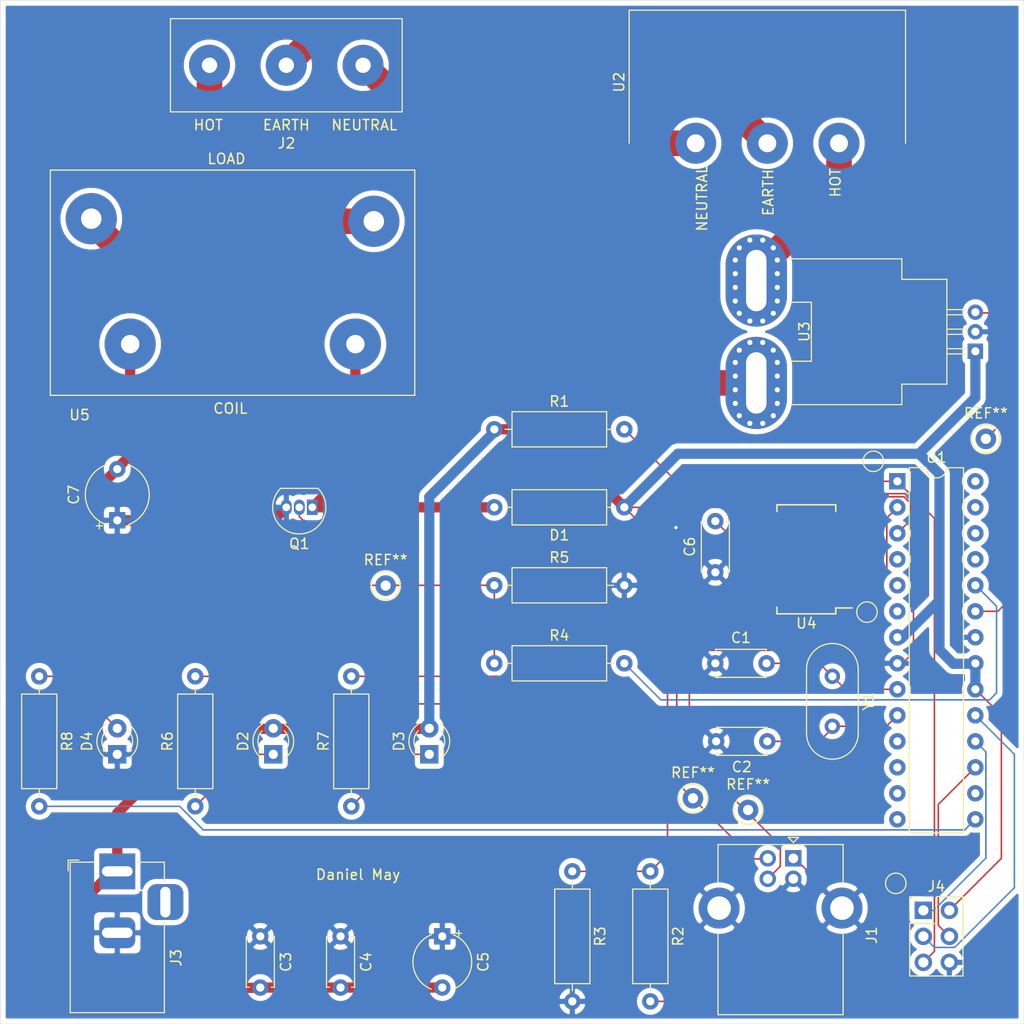
<source format=kicad_pcb>
(kicad_pcb (version 20171130) (host pcbnew "(5.1.8)-1")

  (general
    (thickness 1.6)
    (drawings 8)
    (tracks 208)
    (zones 0)
    (modules 34)
    (nets 55)
  )

  (page A4)
  (layers
    (0 F.Cu signal)
    (31 B.Cu signal)
    (32 B.Adhes user)
    (33 F.Adhes user)
    (34 B.Paste user)
    (35 F.Paste user)
    (36 B.SilkS user)
    (37 F.SilkS user)
    (38 B.Mask user)
    (39 F.Mask user)
    (40 Dwgs.User user)
    (41 Cmts.User user)
    (42 Eco1.User user)
    (43 Eco2.User user)
    (44 Edge.Cuts user)
    (45 Margin user)
    (46 B.CrtYd user)
    (47 F.CrtYd user)
    (48 B.Fab user)
    (49 F.Fab user hide)
  )

  (setup
    (last_trace_width 0.1524)
    (trace_clearance 0.1524)
    (zone_clearance 0.508)
    (zone_45_only no)
    (trace_min 0.1524)
    (via_size 0.6858)
    (via_drill 0.3302)
    (via_min_size 0.508)
    (via_min_drill 0.254)
    (uvia_size 0.6858)
    (uvia_drill 0.3302)
    (uvias_allowed no)
    (uvia_min_size 0.2)
    (uvia_min_drill 0.1)
    (edge_width 0.05)
    (segment_width 0.2)
    (pcb_text_width 0.3)
    (pcb_text_size 1.5 1.5)
    (mod_edge_width 0.12)
    (mod_text_size 1 1)
    (mod_text_width 0.15)
    (pad_size 2 2)
    (pad_drill 1)
    (pad_to_mask_clearance 0)
    (aux_axis_origin 0 0)
    (visible_elements 7FFFFFFF)
    (pcbplotparams
      (layerselection 0x010fc_ffffffff)
      (usegerberextensions false)
      (usegerberattributes true)
      (usegerberadvancedattributes true)
      (creategerberjobfile true)
      (excludeedgelayer true)
      (linewidth 0.100000)
      (plotframeref false)
      (viasonmask false)
      (mode 1)
      (useauxorigin false)
      (hpglpennumber 1)
      (hpglpenspeed 20)
      (hpglpendiameter 15.000000)
      (psnegative false)
      (psa4output false)
      (plotreference true)
      (plotvalue true)
      (plotinvisibletext false)
      (padsonsilk false)
      (subtractmaskfromsilk false)
      (outputformat 1)
      (mirror false)
      (drillshape 0)
      (scaleselection 1)
      (outputdirectory "GerberFiles/"))
  )

  (net 0 "")
  (net 1 XTAL1)
  (net 2 ISP_GND)
  (net 3 XTAL2)
  (net 4 5V_Rail)
  (net 5 "Net-(C6-Pad2)")
  (net 6 "Net-(D1-Pad2)")
  (net 7 "Net-(D2-Pad1)")
  (net 8 "Net-(D3-Pad1)")
  (net 9 "Net-(D4-Pad2)")
  (net 10 USB_D+)
  (net 11 USB_D-)
  (net 12 USB_VBUS_Rail)
  (net 13 AC_Hot_OUT)
  (net 14 AC_Neutral_IN)
  (net 15 AC_Earth_IN)
  (net 16 "Net-(J3-PadMP)")
  (net 17 ISP_RST)
  (net 18 ISP_MOSI)
  (net 19 ISP_SCK)
  (net 20 ISP_MISO)
  (net 21 "Net-(Q1-Pad2)")
  (net 22 "Net-(R2-Pad1)")
  (net 23 Relay_CTRL)
  (net 24 "Net-(R6-Pad2)")
  (net 25 "Net-(R7-Pad2)")
  (net 26 "Net-(R8-Pad2)")
  (net 27 "Net-(U1-Pad28)")
  (net 28 "Net-(U1-Pad14)")
  (net 29 "Net-(U1-Pad27)")
  (net 30 "Net-(U1-Pad13)")
  (net 31 "Net-(U1-Pad26)")
  (net 32 "Net-(U1-Pad12)")
  (net 33 "Net-(U1-Pad25)")
  (net 34 "Net-(U1-Pad11)")
  (net 35 Current_Sense)
  (net 36 "Net-(U1-Pad6)")
  (net 37 "Net-(U1-Pad5)")
  (net 38 "Net-(U1-Pad4)")
  (net 39 FTDI_UART_RX)
  (net 40 "Net-(U1-Pad16)")
  (net 41 FTDI_UART_TX)
  (net 42 AC_Hot_IN)
  (net 43 AC_Hot_Sense)
  (net 44 "Net-(U4-Pad28)")
  (net 45 "Net-(U4-Pad27)")
  (net 46 "Net-(U4-Pad14)")
  (net 47 "Net-(U4-Pad13)")
  (net 48 "Net-(U4-Pad12)")
  (net 49 "Net-(U4-Pad11)")
  (net 50 "Net-(U4-Pad10)")
  (net 51 "Net-(U4-Pad9)")
  (net 52 "Net-(U4-Pad6)")
  (net 53 "Net-(U4-Pad3)")
  (net 54 "Net-(U4-Pad2)")

  (net_class Default "This is the default net class."
    (clearance 0.1524)
    (trace_width 0.1524)
    (via_dia 0.6858)
    (via_drill 0.3302)
    (uvia_dia 0.6858)
    (uvia_drill 0.3302)
    (add_net 5V_Rail)
    (add_net AC_Earth_IN)
    (add_net AC_Hot_IN)
    (add_net AC_Hot_OUT)
    (add_net AC_Hot_Sense)
    (add_net AC_Neutral_IN)
    (add_net Current_Sense)
    (add_net FTDI_UART_RX)
    (add_net FTDI_UART_TX)
    (add_net ISP_GND)
    (add_net ISP_MISO)
    (add_net ISP_MOSI)
    (add_net ISP_RST)
    (add_net ISP_SCK)
    (add_net "Net-(C6-Pad2)")
    (add_net "Net-(D1-Pad2)")
    (add_net "Net-(D2-Pad1)")
    (add_net "Net-(D3-Pad1)")
    (add_net "Net-(D4-Pad2)")
    (add_net "Net-(J3-PadMP)")
    (add_net "Net-(Q1-Pad2)")
    (add_net "Net-(R2-Pad1)")
    (add_net "Net-(R6-Pad2)")
    (add_net "Net-(R7-Pad2)")
    (add_net "Net-(R8-Pad2)")
    (add_net "Net-(U1-Pad11)")
    (add_net "Net-(U1-Pad12)")
    (add_net "Net-(U1-Pad13)")
    (add_net "Net-(U1-Pad14)")
    (add_net "Net-(U1-Pad16)")
    (add_net "Net-(U1-Pad25)")
    (add_net "Net-(U1-Pad26)")
    (add_net "Net-(U1-Pad27)")
    (add_net "Net-(U1-Pad28)")
    (add_net "Net-(U1-Pad4)")
    (add_net "Net-(U1-Pad5)")
    (add_net "Net-(U1-Pad6)")
    (add_net "Net-(U4-Pad10)")
    (add_net "Net-(U4-Pad11)")
    (add_net "Net-(U4-Pad12)")
    (add_net "Net-(U4-Pad13)")
    (add_net "Net-(U4-Pad14)")
    (add_net "Net-(U4-Pad2)")
    (add_net "Net-(U4-Pad27)")
    (add_net "Net-(U4-Pad28)")
    (add_net "Net-(U4-Pad3)")
    (add_net "Net-(U4-Pad6)")
    (add_net "Net-(U4-Pad9)")
    (add_net Relay_CTRL)
    (add_net USB_D+)
    (add_net USB_D-)
    (add_net USB_VBUS_Rail)
    (add_net XTAL1)
    (add_net XTAL2)
  )

  (module TestPoint:TestPoint_Keystone_5000-5004_Miniature (layer F.Cu) (tedit 5FE77F39) (tstamp 5FE7DF36)
    (at 248.67616 72.05472)
    (descr "Keystone Miniature THM Test Point 5000-5004, http://www.keyelco.com/product-pdf.cfm?p=1309")
    (tags "Through Hole Mount Test Points")
    (fp_text reference REF** (at 0 -2.5) (layer F.SilkS)
      (effects (font (size 1 1) (thickness 0.15)))
    )
    (fp_text value TestPoint_Keystone_5000-5004_Miniature (at 0 2.5) (layer F.Fab)
      (effects (font (size 1 1) (thickness 0.15)))
    )
    (fp_text user %R (at 0 -2.5) (layer F.Fab)
      (effects (font (size 1 1) (thickness 0.15)))
    )
    (fp_line (start -0.75 -0.25) (end 0.75 -0.25) (layer F.Fab) (width 0.15))
    (fp_line (start 0.75 -0.25) (end 0.75 0.25) (layer F.Fab) (width 0.15))
    (fp_line (start 0.75 0.25) (end -0.75 0.25) (layer F.Fab) (width 0.15))
    (fp_line (start -0.75 0.25) (end -0.75 -0.25) (layer F.Fab) (width 0.15))
    (fp_circle (center 0 0) (end 1.65 0) (layer F.CrtYd) (width 0.05))
    (fp_circle (center 0 0) (end 1.25 0) (layer F.Fab) (width 0.15))
    (fp_circle (center 0 0) (end 1.4 0) (layer F.SilkS) (width 0.15))
    (pad 1 thru_hole circle (at 0 0) (size 2 2) (drill 1) (layers *.Cu *.Mask)
      (net 35 Current_Sense))
    (model ${KISYS3DMOD}/TestPoint.3dshapes/TestPoint_Keystone_5000-5004_Miniature.wrl
      (at (xyz 0 0 0))
      (scale (xyz 1 1 1))
      (rotate (xyz 0 0 0))
    )
  )

  (module TestPoint:TestPoint_Keystone_5000-5004_Miniature (layer F.Cu) (tedit 5FE7AC4A) (tstamp 5FE7DEF5)
    (at 225.4504 108.3056)
    (descr "Keystone Miniature THM Test Point 5000-5004, http://www.keyelco.com/product-pdf.cfm?p=1309")
    (tags "Through Hole Mount Test Points")
    (fp_text reference REF** (at 0 -2.5) (layer F.SilkS)
      (effects (font (size 1 1) (thickness 0.15)))
    )
    (fp_text value TestPoint_Keystone_5000-5004_Miniature (at 0 2.5) (layer F.Fab)
      (effects (font (size 1 1) (thickness 0.15)))
    )
    (fp_text user %R (at 0 -2.5) (layer F.Fab)
      (effects (font (size 1 1) (thickness 0.15)))
    )
    (fp_line (start -0.75 -0.25) (end 0.75 -0.25) (layer F.Fab) (width 0.15))
    (fp_line (start 0.75 -0.25) (end 0.75 0.25) (layer F.Fab) (width 0.15))
    (fp_line (start 0.75 0.25) (end -0.75 0.25) (layer F.Fab) (width 0.15))
    (fp_line (start -0.75 0.25) (end -0.75 -0.25) (layer F.Fab) (width 0.15))
    (fp_circle (center 0 0) (end 1.65 0) (layer F.CrtYd) (width 0.05))
    (fp_circle (center 0 0) (end 1.25 0) (layer F.Fab) (width 0.15))
    (fp_circle (center 0 0) (end 1.4 0) (layer F.SilkS) (width 0.15))
    (pad 1 thru_hole circle (at 0 0) (size 2 2) (drill 1) (layers *.Cu *.Mask)
      (net 10 USB_D+))
    (model ${KISYS3DMOD}/TestPoint.3dshapes/TestPoint_Keystone_5000-5004_Miniature.wrl
      (at (xyz 0 0 0))
      (scale (xyz 1 1 1))
      (rotate (xyz 0 0 0))
    )
  )

  (module TestPoint:TestPoint_Keystone_5000-5004_Miniature (layer F.Cu) (tedit 5FE7AC54) (tstamp 5FE7DE7B)
    (at 220.0656 107.1626)
    (descr "Keystone Miniature THM Test Point 5000-5004, http://www.keyelco.com/product-pdf.cfm?p=1309")
    (tags "Through Hole Mount Test Points")
    (fp_text reference REF** (at 0 -2.5) (layer F.SilkS)
      (effects (font (size 1 1) (thickness 0.15)))
    )
    (fp_text value TestPoint_Keystone_5000-5004_Miniature (at 0 2.5) (layer F.Fab)
      (effects (font (size 1 1) (thickness 0.15)))
    )
    (fp_text user %R (at 0 -2.5) (layer F.Fab)
      (effects (font (size 1 1) (thickness 0.15)))
    )
    (fp_line (start -0.75 -0.25) (end 0.75 -0.25) (layer F.Fab) (width 0.15))
    (fp_line (start 0.75 -0.25) (end 0.75 0.25) (layer F.Fab) (width 0.15))
    (fp_line (start 0.75 0.25) (end -0.75 0.25) (layer F.Fab) (width 0.15))
    (fp_line (start -0.75 0.25) (end -0.75 -0.25) (layer F.Fab) (width 0.15))
    (fp_circle (center 0 0) (end 1.65 0) (layer F.CrtYd) (width 0.05))
    (fp_circle (center 0 0) (end 1.25 0) (layer F.Fab) (width 0.15))
    (fp_circle (center 0 0) (end 1.4 0) (layer F.SilkS) (width 0.15))
    (pad 1 thru_hole circle (at 0 0) (size 2 2) (drill 1) (layers *.Cu *.Mask)
      (net 11 USB_D-))
    (model ${KISYS3DMOD}/TestPoint.3dshapes/TestPoint_Keystone_5000-5004_Miniature.wrl
      (at (xyz 0 0 0))
      (scale (xyz 1 1 1))
      (rotate (xyz 0 0 0))
    )
  )

  (module TestPoint:TestPoint_Keystone_5000-5004_Miniature (layer F.Cu) (tedit 5FE7AC86) (tstamp 5FE7DE3C)
    (at 190.0428 86.3854)
    (descr "Keystone Miniature THM Test Point 5000-5004, http://www.keyelco.com/product-pdf.cfm?p=1309")
    (tags "Through Hole Mount Test Points")
    (fp_text reference REF** (at 0 -2.5) (layer F.SilkS)
      (effects (font (size 1 1) (thickness 0.15)))
    )
    (fp_text value TestPoint_Keystone_5000-5004_Miniature (at 0 2.5) (layer F.Fab)
      (effects (font (size 1 1) (thickness 0.15)))
    )
    (fp_text user %R (at 0 -2.5) (layer F.Fab)
      (effects (font (size 1 1) (thickness 0.15)))
    )
    (fp_line (start -0.75 -0.25) (end 0.75 -0.25) (layer F.Fab) (width 0.15))
    (fp_line (start 0.75 -0.25) (end 0.75 0.25) (layer F.Fab) (width 0.15))
    (fp_line (start 0.75 0.25) (end -0.75 0.25) (layer F.Fab) (width 0.15))
    (fp_line (start -0.75 0.25) (end -0.75 -0.25) (layer F.Fab) (width 0.15))
    (fp_circle (center 0 0) (end 1.65 0) (layer F.CrtYd) (width 0.05))
    (fp_circle (center 0 0) (end 1.25 0) (layer F.Fab) (width 0.15))
    (fp_circle (center 0 0) (end 1.4 0) (layer F.SilkS) (width 0.15))
    (pad 1 thru_hole circle (at 0 0) (size 2 2) (drill 1) (layers *.Cu *.Mask)
      (net 21 "Net-(Q1-Pad2)"))
    (model ${KISYS3DMOD}/TestPoint.3dshapes/TestPoint_Keystone_5000-5004_Miniature.wrl
      (at (xyz 0 0 0))
      (scale (xyz 1 1 1))
      (rotate (xyz 0 0 0))
    )
  )

  (module Custom_Footprints:BarrelJack_Horizontal (layer F.Cu) (tedit 5FE54329) (tstamp 5FE60CE4)
    (at 163.83 114.3 90)
    (descr "DC Barrel Jack")
    (tags "Power Jack")
    (path /5FE449DE)
    (fp_text reference J3 (at -8.45 5.75 90) (layer F.SilkS)
      (effects (font (size 1 1) (thickness 0.15)))
    )
    (fp_text value DC_IN (at -6.2 -5.5 90) (layer F.Fab)
      (effects (font (size 1 1) (thickness 0.15)))
    )
    (fp_line (start -0.003213 -4.505425) (end 0.8 -3.75) (layer F.Fab) (width 0.1))
    (fp_line (start 1.1 -3.75) (end 1.1 -4.8) (layer F.SilkS) (width 0.12))
    (fp_line (start 0.05 -4.8) (end 1.1 -4.8) (layer F.SilkS) (width 0.12))
    (fp_line (start 1 -4.5) (end 1 -4.75) (layer F.CrtYd) (width 0.05))
    (fp_line (start 1 -4.75) (end -14 -4.75) (layer F.CrtYd) (width 0.05))
    (fp_line (start 1 -4.5) (end 1 -2) (layer F.CrtYd) (width 0.05))
    (fp_line (start 1 -2) (end 2 -2) (layer F.CrtYd) (width 0.05))
    (fp_line (start 2 -2) (end 2 2) (layer F.CrtYd) (width 0.05))
    (fp_line (start 2 2) (end 1 2) (layer F.CrtYd) (width 0.05))
    (fp_line (start 1 2) (end 1 4.75) (layer F.CrtYd) (width 0.05))
    (fp_line (start 1 4.75) (end -1 4.75) (layer F.CrtYd) (width 0.05))
    (fp_line (start -1 4.75) (end -1 6.75) (layer F.CrtYd) (width 0.05))
    (fp_line (start -1 6.75) (end -5 6.75) (layer F.CrtYd) (width 0.05))
    (fp_line (start -5 6.75) (end -5 4.75) (layer F.CrtYd) (width 0.05))
    (fp_line (start -5 4.75) (end -14 4.75) (layer F.CrtYd) (width 0.05))
    (fp_line (start -14 4.75) (end -14 -4.75) (layer F.CrtYd) (width 0.05))
    (fp_line (start -5 4.6) (end -13.8 4.6) (layer F.SilkS) (width 0.12))
    (fp_line (start -13.8 4.6) (end -13.8 -4.6) (layer F.SilkS) (width 0.12))
    (fp_line (start 0.9 1.9) (end 0.9 4.6) (layer F.SilkS) (width 0.12))
    (fp_line (start 0.9 4.6) (end -1 4.6) (layer F.SilkS) (width 0.12))
    (fp_line (start -13.8 -4.6) (end 0.9 -4.6) (layer F.SilkS) (width 0.12))
    (fp_line (start 0.9 -4.6) (end 0.9 -2) (layer F.SilkS) (width 0.12))
    (fp_line (start -10.2 -4.5) (end -10.2 4.5) (layer F.Fab) (width 0.1))
    (fp_line (start -13.7 -4.5) (end -13.7 4.5) (layer F.Fab) (width 0.1))
    (fp_line (start -13.7 4.5) (end 0.8 4.5) (layer F.Fab) (width 0.1))
    (fp_line (start 0.8 4.5) (end 0.8 -3.75) (layer F.Fab) (width 0.1))
    (fp_line (start 0 -4.5) (end -13.7 -4.5) (layer F.Fab) (width 0.1))
    (fp_text user %R (at -3 -2.95 90) (layer F.Fab)
      (effects (font (size 1 1) (thickness 0.15)))
    )
    (pad MP thru_hole roundrect (at -3 4.7 90) (size 3.5 3.5) (drill oval 3 1) (layers *.Cu *.Mask) (roundrect_rratio 0.25)
      (net 16 "Net-(J3-PadMP)"))
    (pad 2 thru_hole roundrect (at -6 0 90) (size 3 3.5) (drill oval 1 3) (layers *.Cu *.Mask) (roundrect_rratio 0.25)
      (net 2 ISP_GND))
    (pad 1 thru_hole rect (at 0 0 90) (size 3.5 3.5) (drill oval 1 3) (layers *.Cu *.Mask)
      (net 4 5V_Rail))
    (model ${KISYS3DMOD}/Connector_BarrelJack.3dshapes/BarrelJack_Horizontal.wrl
      (at (xyz 0 0 0))
      (scale (xyz 1 1 1))
      (rotate (xyz 0 0 0))
    )
  )

  (module Resistor_THT:R_Axial_DIN0309_L9.0mm_D3.2mm_P12.70mm_Horizontal (layer F.Cu) (tedit 5AE5139B) (tstamp 5FE5EF46)
    (at 208.28 114.3 270)
    (descr "Resistor, Axial_DIN0309 series, Axial, Horizontal, pin pitch=12.7mm, 0.5W = 1/2W, length*diameter=9*3.2mm^2, http://cdn-reichelt.de/documents/datenblatt/B400/1_4W%23YAG.pdf")
    (tags "Resistor Axial_DIN0309 series Axial Horizontal pin pitch 12.7mm 0.5W = 1/2W length 9mm diameter 3.2mm")
    (path /5FDEB5FE)
    (fp_text reference R3 (at 6.35 -2.72 90) (layer F.SilkS)
      (effects (font (size 1 1) (thickness 0.15)))
    )
    (fp_text value 10k (at 6.35 2.72 90) (layer F.Fab)
      (effects (font (size 1 1) (thickness 0.15)))
    )
    (fp_line (start 13.75 -1.85) (end -1.05 -1.85) (layer F.CrtYd) (width 0.05))
    (fp_line (start 13.75 1.85) (end 13.75 -1.85) (layer F.CrtYd) (width 0.05))
    (fp_line (start -1.05 1.85) (end 13.75 1.85) (layer F.CrtYd) (width 0.05))
    (fp_line (start -1.05 -1.85) (end -1.05 1.85) (layer F.CrtYd) (width 0.05))
    (fp_line (start 11.66 0) (end 10.97 0) (layer F.SilkS) (width 0.12))
    (fp_line (start 1.04 0) (end 1.73 0) (layer F.SilkS) (width 0.12))
    (fp_line (start 10.97 -1.72) (end 1.73 -1.72) (layer F.SilkS) (width 0.12))
    (fp_line (start 10.97 1.72) (end 10.97 -1.72) (layer F.SilkS) (width 0.12))
    (fp_line (start 1.73 1.72) (end 10.97 1.72) (layer F.SilkS) (width 0.12))
    (fp_line (start 1.73 -1.72) (end 1.73 1.72) (layer F.SilkS) (width 0.12))
    (fp_line (start 12.7 0) (end 10.85 0) (layer F.Fab) (width 0.1))
    (fp_line (start 0 0) (end 1.85 0) (layer F.Fab) (width 0.1))
    (fp_line (start 10.85 -1.6) (end 1.85 -1.6) (layer F.Fab) (width 0.1))
    (fp_line (start 10.85 1.6) (end 10.85 -1.6) (layer F.Fab) (width 0.1))
    (fp_line (start 1.85 1.6) (end 10.85 1.6) (layer F.Fab) (width 0.1))
    (fp_line (start 1.85 -1.6) (end 1.85 1.6) (layer F.Fab) (width 0.1))
    (fp_text user %R (at 6.35 0 90) (layer F.Fab)
      (effects (font (size 1 1) (thickness 0.15)))
    )
    (pad 2 thru_hole oval (at 12.7 0 270) (size 1.6 1.6) (drill 0.8) (layers *.Cu *.Mask)
      (net 2 ISP_GND))
    (pad 1 thru_hole circle (at 0 0 270) (size 1.6 1.6) (drill 0.8) (layers *.Cu *.Mask)
      (net 22 "Net-(R2-Pad1)"))
    (model ${KISYS3DMOD}/Resistor_THT.3dshapes/R_Axial_DIN0309_L9.0mm_D3.2mm_P12.70mm_Horizontal.wrl
      (at (xyz 0 0 0))
      (scale (xyz 1 1 1))
      (rotate (xyz 0 0 0))
    )
  )

  (module Capacitor_THT:C_Disc_D4.7mm_W2.5mm_P5.00mm (layer F.Cu) (tedit 5AE50EF0) (tstamp 5FE5DDFC)
    (at 177.8 120.65 270)
    (descr "C, Disc series, Radial, pin pitch=5.00mm, , diameter*width=4.7*2.5mm^2, Capacitor, http://www.vishay.com/docs/45233/krseries.pdf")
    (tags "C Disc series Radial pin pitch 5.00mm  diameter 4.7mm width 2.5mm Capacitor")
    (path /5FDC5524)
    (fp_text reference C3 (at 2.5 -2.5 90) (layer F.SilkS)
      (effects (font (size 1 1) (thickness 0.15)))
    )
    (fp_text value 10nF (at 2.5 2.5 90) (layer F.Fab)
      (effects (font (size 1 1) (thickness 0.15)))
    )
    (fp_line (start 6.05 -1.5) (end -1.05 -1.5) (layer F.CrtYd) (width 0.05))
    (fp_line (start 6.05 1.5) (end 6.05 -1.5) (layer F.CrtYd) (width 0.05))
    (fp_line (start -1.05 1.5) (end 6.05 1.5) (layer F.CrtYd) (width 0.05))
    (fp_line (start -1.05 -1.5) (end -1.05 1.5) (layer F.CrtYd) (width 0.05))
    (fp_line (start 4.97 1.055) (end 4.97 1.37) (layer F.SilkS) (width 0.12))
    (fp_line (start 4.97 -1.37) (end 4.97 -1.055) (layer F.SilkS) (width 0.12))
    (fp_line (start 0.03 1.055) (end 0.03 1.37) (layer F.SilkS) (width 0.12))
    (fp_line (start 0.03 -1.37) (end 0.03 -1.055) (layer F.SilkS) (width 0.12))
    (fp_line (start 0.03 1.37) (end 4.97 1.37) (layer F.SilkS) (width 0.12))
    (fp_line (start 0.03 -1.37) (end 4.97 -1.37) (layer F.SilkS) (width 0.12))
    (fp_line (start 4.85 -1.25) (end 0.15 -1.25) (layer F.Fab) (width 0.1))
    (fp_line (start 4.85 1.25) (end 4.85 -1.25) (layer F.Fab) (width 0.1))
    (fp_line (start 0.15 1.25) (end 4.85 1.25) (layer F.Fab) (width 0.1))
    (fp_line (start 0.15 -1.25) (end 0.15 1.25) (layer F.Fab) (width 0.1))
    (fp_text user %R (at 2.5 0 90) (layer F.Fab)
      (effects (font (size 0.94 0.94) (thickness 0.141)))
    )
    (pad 2 thru_hole circle (at 5 0 270) (size 1.6 1.6) (drill 0.8) (layers *.Cu *.Mask)
      (net 4 5V_Rail))
    (pad 1 thru_hole circle (at 0 0 270) (size 1.6 1.6) (drill 0.8) (layers *.Cu *.Mask)
      (net 2 ISP_GND))
    (model ${KISYS3DMOD}/Capacitor_THT.3dshapes/C_Disc_D4.7mm_W2.5mm_P5.00mm.wrl
      (at (xyz 0 0 0))
      (scale (xyz 1 1 1))
      (rotate (xyz 0 0 0))
    )
  )

  (module Capacitor_THT:C_Disc_D4.7mm_W2.5mm_P5.00mm (layer F.Cu) (tedit 5AE50EF0) (tstamp 5FE5C3FE)
    (at 185.64 120.65 270)
    (descr "C, Disc series, Radial, pin pitch=5.00mm, , diameter*width=4.7*2.5mm^2, Capacitor, http://www.vishay.com/docs/45233/krseries.pdf")
    (tags "C Disc series Radial pin pitch 5.00mm  diameter 4.7mm width 2.5mm Capacitor")
    (path /5FDD07EA)
    (fp_text reference C4 (at 2.5 -2.5 90) (layer F.SilkS)
      (effects (font (size 1 1) (thickness 0.15)))
    )
    (fp_text value 100nF (at 2.5 2.5 90) (layer F.Fab)
      (effects (font (size 1 1) (thickness 0.15)))
    )
    (fp_line (start 6.05 -1.5) (end -1.05 -1.5) (layer F.CrtYd) (width 0.05))
    (fp_line (start 6.05 1.5) (end 6.05 -1.5) (layer F.CrtYd) (width 0.05))
    (fp_line (start -1.05 1.5) (end 6.05 1.5) (layer F.CrtYd) (width 0.05))
    (fp_line (start -1.05 -1.5) (end -1.05 1.5) (layer F.CrtYd) (width 0.05))
    (fp_line (start 4.97 1.055) (end 4.97 1.37) (layer F.SilkS) (width 0.12))
    (fp_line (start 4.97 -1.37) (end 4.97 -1.055) (layer F.SilkS) (width 0.12))
    (fp_line (start 0.03 1.055) (end 0.03 1.37) (layer F.SilkS) (width 0.12))
    (fp_line (start 0.03 -1.37) (end 0.03 -1.055) (layer F.SilkS) (width 0.12))
    (fp_line (start 0.03 1.37) (end 4.97 1.37) (layer F.SilkS) (width 0.12))
    (fp_line (start 0.03 -1.37) (end 4.97 -1.37) (layer F.SilkS) (width 0.12))
    (fp_line (start 4.85 -1.25) (end 0.15 -1.25) (layer F.Fab) (width 0.1))
    (fp_line (start 4.85 1.25) (end 4.85 -1.25) (layer F.Fab) (width 0.1))
    (fp_line (start 0.15 1.25) (end 4.85 1.25) (layer F.Fab) (width 0.1))
    (fp_line (start 0.15 -1.25) (end 0.15 1.25) (layer F.Fab) (width 0.1))
    (fp_text user %R (at 2.5 0 90) (layer F.Fab)
      (effects (font (size 0.94 0.94) (thickness 0.141)))
    )
    (pad 2 thru_hole circle (at 5 0 270) (size 1.6 1.6) (drill 0.8) (layers *.Cu *.Mask)
      (net 4 5V_Rail))
    (pad 1 thru_hole circle (at 0 0 270) (size 1.6 1.6) (drill 0.8) (layers *.Cu *.Mask)
      (net 2 ISP_GND))
    (model ${KISYS3DMOD}/Capacitor_THT.3dshapes/C_Disc_D4.7mm_W2.5mm_P5.00mm.wrl
      (at (xyz 0 0 0))
      (scale (xyz 1 1 1))
      (rotate (xyz 0 0 0))
    )
  )

  (module Connector_PinHeader_2.54mm:PinHeader_2x03_P2.54mm_Vertical (layer F.Cu) (tedit 59FED5CC) (tstamp 5FE5C4EC)
    (at 242.57 118.11)
    (descr "Through hole straight pin header, 2x03, 2.54mm pitch, double rows")
    (tags "Through hole pin header THT 2x03 2.54mm double row")
    (path /5FDE59B0)
    (fp_text reference J4 (at 1.27 -2.33) (layer F.SilkS)
      (effects (font (size 1 1) (thickness 0.15)))
    )
    (fp_text value Conn_02x03_Odd_Even (at 1.27 7.41) (layer F.Fab)
      (effects (font (size 1 1) (thickness 0.15)))
    )
    (fp_line (start 4.35 -1.8) (end -1.8 -1.8) (layer F.CrtYd) (width 0.05))
    (fp_line (start 4.35 6.85) (end 4.35 -1.8) (layer F.CrtYd) (width 0.05))
    (fp_line (start -1.8 6.85) (end 4.35 6.85) (layer F.CrtYd) (width 0.05))
    (fp_line (start -1.8 -1.8) (end -1.8 6.85) (layer F.CrtYd) (width 0.05))
    (fp_line (start -1.33 -1.33) (end 0 -1.33) (layer F.SilkS) (width 0.12))
    (fp_line (start -1.33 0) (end -1.33 -1.33) (layer F.SilkS) (width 0.12))
    (fp_line (start 1.27 -1.33) (end 3.87 -1.33) (layer F.SilkS) (width 0.12))
    (fp_line (start 1.27 1.27) (end 1.27 -1.33) (layer F.SilkS) (width 0.12))
    (fp_line (start -1.33 1.27) (end 1.27 1.27) (layer F.SilkS) (width 0.12))
    (fp_line (start 3.87 -1.33) (end 3.87 6.41) (layer F.SilkS) (width 0.12))
    (fp_line (start -1.33 1.27) (end -1.33 6.41) (layer F.SilkS) (width 0.12))
    (fp_line (start -1.33 6.41) (end 3.87 6.41) (layer F.SilkS) (width 0.12))
    (fp_line (start -1.27 0) (end 0 -1.27) (layer F.Fab) (width 0.1))
    (fp_line (start -1.27 6.35) (end -1.27 0) (layer F.Fab) (width 0.1))
    (fp_line (start 3.81 6.35) (end -1.27 6.35) (layer F.Fab) (width 0.1))
    (fp_line (start 3.81 -1.27) (end 3.81 6.35) (layer F.Fab) (width 0.1))
    (fp_line (start 0 -1.27) (end 3.81 -1.27) (layer F.Fab) (width 0.1))
    (fp_text user %R (at 1.27 2.54 90) (layer F.Fab)
      (effects (font (size 1 1) (thickness 0.15)))
    )
    (pad 6 thru_hole oval (at 2.54 5.08) (size 1.7 1.7) (drill 1) (layers *.Cu *.Mask)
      (net 2 ISP_GND))
    (pad 5 thru_hole oval (at 0 5.08) (size 1.7 1.7) (drill 1) (layers *.Cu *.Mask)
      (net 17 ISP_RST))
    (pad 4 thru_hole oval (at 2.54 2.54) (size 1.7 1.7) (drill 1) (layers *.Cu *.Mask)
      (net 18 ISP_MOSI))
    (pad 3 thru_hole oval (at 0 2.54) (size 1.7 1.7) (drill 1) (layers *.Cu *.Mask)
      (net 19 ISP_SCK))
    (pad 2 thru_hole oval (at 2.54 0) (size 1.7 1.7) (drill 1) (layers *.Cu *.Mask)
      (net 4 5V_Rail))
    (pad 1 thru_hole rect (at 0 0) (size 1.7 1.7) (drill 1) (layers *.Cu *.Mask)
      (net 20 ISP_MISO))
    (model ${KISYS3DMOD}/Connector_PinHeader_2.54mm.3dshapes/PinHeader_2x03_P2.54mm_Vertical.wrl
      (at (xyz 0 0 0))
      (scale (xyz 1 1 1))
      (rotate (xyz 0 0 0))
    )
  )

  (module Package_TO_SOT_THT:TO-92_Inline (layer F.Cu) (tedit 5A1DD157) (tstamp 5FE7674E)
    (at 182.88 78.74 180)
    (descr "TO-92 leads in-line, narrow, oval pads, drill 0.75mm (see NXP sot054_po.pdf)")
    (tags "to-92 sc-43 sc-43a sot54 PA33 transistor")
    (path /5FDDF42D)
    (fp_text reference Q1 (at 1.27 -3.56) (layer F.SilkS)
      (effects (font (size 1 1) (thickness 0.15)))
    )
    (fp_text value BC337 (at 1.27 2.79) (layer F.Fab)
      (effects (font (size 1 1) (thickness 0.15)))
    )
    (fp_line (start 4 2.01) (end -1.46 2.01) (layer F.CrtYd) (width 0.05))
    (fp_line (start 4 2.01) (end 4 -2.73) (layer F.CrtYd) (width 0.05))
    (fp_line (start -1.46 -2.73) (end -1.46 2.01) (layer F.CrtYd) (width 0.05))
    (fp_line (start -1.46 -2.73) (end 4 -2.73) (layer F.CrtYd) (width 0.05))
    (fp_line (start -0.5 1.75) (end 3 1.75) (layer F.Fab) (width 0.1))
    (fp_line (start -0.53 1.85) (end 3.07 1.85) (layer F.SilkS) (width 0.12))
    (fp_arc (start 1.27 0) (end 1.27 -2.6) (angle 135) (layer F.SilkS) (width 0.12))
    (fp_arc (start 1.27 0) (end 1.27 -2.48) (angle -135) (layer F.Fab) (width 0.1))
    (fp_arc (start 1.27 0) (end 1.27 -2.6) (angle -135) (layer F.SilkS) (width 0.12))
    (fp_arc (start 1.27 0) (end 1.27 -2.48) (angle 135) (layer F.Fab) (width 0.1))
    (fp_text user %R (at 1.27 0) (layer F.Fab)
      (effects (font (size 1 1) (thickness 0.15)))
    )
    (pad 1 thru_hole rect (at 0 0 180) (size 1.05 1.5) (drill 0.75) (layers *.Cu *.Mask)
      (net 6 "Net-(D1-Pad2)"))
    (pad 3 thru_hole oval (at 2.54 0 180) (size 1.05 1.5) (drill 0.75) (layers *.Cu *.Mask)
      (net 2 ISP_GND))
    (pad 2 thru_hole oval (at 1.27 0 180) (size 1.05 1.5) (drill 0.75) (layers *.Cu *.Mask)
      (net 21 "Net-(Q1-Pad2)"))
    (model ${KISYS3DMOD}/Package_TO_SOT_THT.3dshapes/TO-92_Inline.wrl
      (at (xyz 0 0 0))
      (scale (xyz 1 1 1))
      (rotate (xyz 0 0 0))
    )
  )

  (module Resistor_THT:R_Axial_DIN0309_L9.0mm_D3.2mm_P12.70mm_Horizontal (layer F.Cu) (tedit 5AE5139B) (tstamp 5FE5C55A)
    (at 200.66 93.98)
    (descr "Resistor, Axial_DIN0309 series, Axial, Horizontal, pin pitch=12.7mm, 0.5W = 1/2W, length*diameter=9*3.2mm^2, http://cdn-reichelt.de/documents/datenblatt/B400/1_4W%23YAG.pdf")
    (tags "Resistor Axial_DIN0309 series Axial Horizontal pin pitch 12.7mm 0.5W = 1/2W length 9mm diameter 3.2mm")
    (path /5FDB2A42)
    (fp_text reference R4 (at 6.35 -2.72) (layer F.SilkS)
      (effects (font (size 1 1) (thickness 0.15)))
    )
    (fp_text value 220 (at 6.35 2.72) (layer F.Fab)
      (effects (font (size 1 1) (thickness 0.15)))
    )
    (fp_line (start 13.75 -1.85) (end -1.05 -1.85) (layer F.CrtYd) (width 0.05))
    (fp_line (start 13.75 1.85) (end 13.75 -1.85) (layer F.CrtYd) (width 0.05))
    (fp_line (start -1.05 1.85) (end 13.75 1.85) (layer F.CrtYd) (width 0.05))
    (fp_line (start -1.05 -1.85) (end -1.05 1.85) (layer F.CrtYd) (width 0.05))
    (fp_line (start 11.66 0) (end 10.97 0) (layer F.SilkS) (width 0.12))
    (fp_line (start 1.04 0) (end 1.73 0) (layer F.SilkS) (width 0.12))
    (fp_line (start 10.97 -1.72) (end 1.73 -1.72) (layer F.SilkS) (width 0.12))
    (fp_line (start 10.97 1.72) (end 10.97 -1.72) (layer F.SilkS) (width 0.12))
    (fp_line (start 1.73 1.72) (end 10.97 1.72) (layer F.SilkS) (width 0.12))
    (fp_line (start 1.73 -1.72) (end 1.73 1.72) (layer F.SilkS) (width 0.12))
    (fp_line (start 12.7 0) (end 10.85 0) (layer F.Fab) (width 0.1))
    (fp_line (start 0 0) (end 1.85 0) (layer F.Fab) (width 0.1))
    (fp_line (start 10.85 -1.6) (end 1.85 -1.6) (layer F.Fab) (width 0.1))
    (fp_line (start 10.85 1.6) (end 10.85 -1.6) (layer F.Fab) (width 0.1))
    (fp_line (start 1.85 1.6) (end 10.85 1.6) (layer F.Fab) (width 0.1))
    (fp_line (start 1.85 -1.6) (end 1.85 1.6) (layer F.Fab) (width 0.1))
    (fp_text user %R (at 6.35 0) (layer F.Fab)
      (effects (font (size 1 1) (thickness 0.15)))
    )
    (pad 2 thru_hole oval (at 12.7 0) (size 1.6 1.6) (drill 0.8) (layers *.Cu *.Mask)
      (net 23 Relay_CTRL))
    (pad 1 thru_hole circle (at 0 0) (size 1.6 1.6) (drill 0.8) (layers *.Cu *.Mask)
      (net 21 "Net-(Q1-Pad2)"))
    (model ${KISYS3DMOD}/Resistor_THT.3dshapes/R_Axial_DIN0309_L9.0mm_D3.2mm_P12.70mm_Horizontal.wrl
      (at (xyz 0 0 0))
      (scale (xyz 1 1 1))
      (rotate (xyz 0 0 0))
    )
  )

  (module Capacitor_THT:CP_Radial_Tantal_D6.0mm_P5.00mm (layer F.Cu) (tedit 5AE50EF0) (tstamp 5FE62467)
    (at 163.83 80.01 90)
    (descr "CP, Radial_Tantal series, Radial, pin pitch=5.00mm, , diameter=6.0mm, Tantal Electrolytic Capacitor, http://cdn-reichelt.de/documents/datenblatt/B300/TANTAL-TB-Serie%23.pdf")
    (tags "CP Radial_Tantal series Radial pin pitch 5.00mm  diameter 6.0mm Tantal Electrolytic Capacitor")
    (path /5FDCC822)
    (fp_text reference C7 (at 2.5 -4.25 90) (layer F.SilkS)
      (effects (font (size 1 1) (thickness 0.15)))
    )
    (fp_text value 100uF (at 2.5 4.25 90) (layer F.Fab)
      (effects (font (size 1 1) (thickness 0.15)))
    )
    (fp_line (start -0.539749 -2.055) (end -0.539749 -1.455) (layer F.SilkS) (width 0.12))
    (fp_line (start -0.839749 -1.755) (end -0.239749 -1.755) (layer F.SilkS) (width 0.12))
    (fp_line (start 0.235344 -1.6075) (end 0.235344 -1.0075) (layer F.Fab) (width 0.1))
    (fp_line (start -0.064656 -1.3075) (end 0.535344 -1.3075) (layer F.Fab) (width 0.1))
    (fp_circle (center 2.5 0) (end 6.22 0) (layer F.CrtYd) (width 0.05))
    (fp_circle (center 2.5 0) (end 5.5 0) (layer F.Fab) (width 0.1))
    (fp_text user %R (at 2.5 0 90) (layer F.Fab)
      (effects (font (size 1 1) (thickness 0.15)))
    )
    (fp_arc (start 2.5 0) (end -0.434416 1.06) (angle -140.277494) (layer F.SilkS) (width 0.12))
    (fp_arc (start 2.5 0) (end -0.434416 -1.06) (angle 140.277494) (layer F.SilkS) (width 0.12))
    (pad 2 thru_hole circle (at 5 0 90) (size 1.6 1.6) (drill 0.8) (layers *.Cu *.Mask)
      (net 4 5V_Rail))
    (pad 1 thru_hole rect (at 0 0 90) (size 1.6 1.6) (drill 0.8) (layers *.Cu *.Mask)
      (net 2 ISP_GND))
    (model ${KISYS3DMOD}/Capacitor_THT.3dshapes/CP_Radial_Tantal_D6.0mm_P5.00mm.wrl
      (at (xyz 0 0 0))
      (scale (xyz 1 1 1))
      (rotate (xyz 0 0 0))
    )
  )

  (module Resistor_THT:R_Axial_DIN0309_L9.0mm_D3.2mm_P12.70mm_Horizontal (layer F.Cu) (tedit 5AE5139B) (tstamp 5FE5C448)
    (at 213.36 78.74 180)
    (descr "Resistor, Axial_DIN0309 series, Axial, Horizontal, pin pitch=12.7mm, 0.5W = 1/2W, length*diameter=9*3.2mm^2, http://cdn-reichelt.de/documents/datenblatt/B400/1_4W%23YAG.pdf")
    (tags "Resistor Axial_DIN0309 series Axial Horizontal pin pitch 12.7mm 0.5W = 1/2W length 9mm diameter 3.2mm")
    (path /5FDB2A25)
    (fp_text reference D1 (at 6.35 -2.72) (layer F.SilkS)
      (effects (font (size 1 1) (thickness 0.15)))
    )
    (fp_text value D (at 6.35 2.72) (layer F.Fab)
      (effects (font (size 1 1) (thickness 0.15)))
    )
    (fp_line (start 13.75 -1.85) (end -1.05 -1.85) (layer F.CrtYd) (width 0.05))
    (fp_line (start 13.75 1.85) (end 13.75 -1.85) (layer F.CrtYd) (width 0.05))
    (fp_line (start -1.05 1.85) (end 13.75 1.85) (layer F.CrtYd) (width 0.05))
    (fp_line (start -1.05 -1.85) (end -1.05 1.85) (layer F.CrtYd) (width 0.05))
    (fp_line (start 11.66 0) (end 10.97 0) (layer F.SilkS) (width 0.12))
    (fp_line (start 1.04 0) (end 1.73 0) (layer F.SilkS) (width 0.12))
    (fp_line (start 10.97 -1.72) (end 1.73 -1.72) (layer F.SilkS) (width 0.12))
    (fp_line (start 10.97 1.72) (end 10.97 -1.72) (layer F.SilkS) (width 0.12))
    (fp_line (start 1.73 1.72) (end 10.97 1.72) (layer F.SilkS) (width 0.12))
    (fp_line (start 1.73 -1.72) (end 1.73 1.72) (layer F.SilkS) (width 0.12))
    (fp_line (start 12.7 0) (end 10.85 0) (layer F.Fab) (width 0.1))
    (fp_line (start 0 0) (end 1.85 0) (layer F.Fab) (width 0.1))
    (fp_line (start 10.85 -1.6) (end 1.85 -1.6) (layer F.Fab) (width 0.1))
    (fp_line (start 10.85 1.6) (end 10.85 -1.6) (layer F.Fab) (width 0.1))
    (fp_line (start 1.85 1.6) (end 10.85 1.6) (layer F.Fab) (width 0.1))
    (fp_line (start 1.85 -1.6) (end 1.85 1.6) (layer F.Fab) (width 0.1))
    (fp_text user %R (at 6.35 0) (layer F.Fab)
      (effects (font (size 1 1) (thickness 0.15)))
    )
    (pad 2 thru_hole oval (at 12.7 0 180) (size 1.6 1.6) (drill 0.8) (layers *.Cu *.Mask)
      (net 6 "Net-(D1-Pad2)"))
    (pad 1 thru_hole circle (at 0 0 180) (size 1.6 1.6) (drill 0.8) (layers *.Cu *.Mask)
      (net 4 5V_Rail))
    (model ${KISYS3DMOD}/Resistor_THT.3dshapes/R_Axial_DIN0309_L9.0mm_D3.2mm_P12.70mm_Horizontal.wrl
      (at (xyz 0 0 0))
      (scale (xyz 1 1 1))
      (rotate (xyz 0 0 0))
    )
  )

  (module Capacitor_THT:CP_Radial_Tantal_D5.5mm_P5.00mm (layer F.Cu) (tedit 5AE50EF0) (tstamp 5FE5C40D)
    (at 195.58 120.65 270)
    (descr "CP, Radial_Tantal series, Radial, pin pitch=5.00mm, , diameter=5.5mm, Tantal Electrolytic Capacitor, http://cdn-reichelt.de/documents/datenblatt/B300/TANTAL-TB-Serie%23.pdf")
    (tags "CP Radial_Tantal series Radial pin pitch 5.00mm  diameter 5.5mm Tantal Electrolytic Capacitor")
    (path /5FDD17A0)
    (fp_text reference C5 (at 2.5 -4 90) (layer F.SilkS)
      (effects (font (size 1 1) (thickness 0.15)))
    )
    (fp_text value 4.7uF (at 2.5 4 90) (layer F.Fab)
      (effects (font (size 1 1) (thickness 0.15)))
    )
    (fp_line (start -0.297262 -1.89) (end -0.297262 -1.34) (layer F.SilkS) (width 0.12))
    (fp_line (start -0.572262 -1.615) (end -0.022262 -1.615) (layer F.SilkS) (width 0.12))
    (fp_line (start 0.425869 -1.4725) (end 0.425869 -0.9225) (layer F.Fab) (width 0.1))
    (fp_line (start 0.150869 -1.1975) (end 0.700869 -1.1975) (layer F.Fab) (width 0.1))
    (fp_circle (center 2.5 0) (end 6.22 0) (layer F.CrtYd) (width 0.05))
    (fp_circle (center 2.5 0) (end 5.25 0) (layer F.Fab) (width 0.1))
    (fp_text user %R (at 2.5 0 90) (layer F.Fab)
      (effects (font (size 1 1) (thickness 0.15)))
    )
    (fp_arc (start 2.5 0) (end -0.167077 1.06) (angle -136.650411) (layer F.SilkS) (width 0.12))
    (fp_arc (start 2.5 0) (end -0.167077 -1.06) (angle 136.650411) (layer F.SilkS) (width 0.12))
    (pad 2 thru_hole circle (at 5 0 270) (size 1.6 1.6) (drill 0.8) (layers *.Cu *.Mask)
      (net 4 5V_Rail))
    (pad 1 thru_hole rect (at 0 0 270) (size 1.6 1.6) (drill 0.8) (layers *.Cu *.Mask)
      (net 2 ISP_GND))
    (model ${KISYS3DMOD}/Capacitor_THT.3dshapes/CP_Radial_Tantal_D5.5mm_P5.00mm.wrl
      (at (xyz 0 0 0))
      (scale (xyz 1 1 1))
      (rotate (xyz 0 0 0))
    )
  )

  (module Resistor_THT:R_Axial_DIN0309_L9.0mm_D3.2mm_P12.70mm_Horizontal (layer F.Cu) (tedit 5AE5139B) (tstamp 5FE5E2DA)
    (at 200.66 71.12)
    (descr "Resistor, Axial_DIN0309 series, Axial, Horizontal, pin pitch=12.7mm, 0.5W = 1/2W, length*diameter=9*3.2mm^2, http://cdn-reichelt.de/documents/datenblatt/B400/1_4W%23YAG.pdf")
    (tags "Resistor Axial_DIN0309 series Axial Horizontal pin pitch 12.7mm 0.5W = 1/2W length 9mm diameter 3.2mm")
    (path /5FDBB329)
    (fp_text reference R1 (at 6.35 -2.72) (layer F.SilkS)
      (effects (font (size 1 1) (thickness 0.15)))
    )
    (fp_text value 10k (at 6.35 2.72) (layer F.Fab)
      (effects (font (size 1 1) (thickness 0.15)))
    )
    (fp_line (start 13.75 -1.85) (end -1.05 -1.85) (layer F.CrtYd) (width 0.05))
    (fp_line (start 13.75 1.85) (end 13.75 -1.85) (layer F.CrtYd) (width 0.05))
    (fp_line (start -1.05 1.85) (end 13.75 1.85) (layer F.CrtYd) (width 0.05))
    (fp_line (start -1.05 -1.85) (end -1.05 1.85) (layer F.CrtYd) (width 0.05))
    (fp_line (start 11.66 0) (end 10.97 0) (layer F.SilkS) (width 0.12))
    (fp_line (start 1.04 0) (end 1.73 0) (layer F.SilkS) (width 0.12))
    (fp_line (start 10.97 -1.72) (end 1.73 -1.72) (layer F.SilkS) (width 0.12))
    (fp_line (start 10.97 1.72) (end 10.97 -1.72) (layer F.SilkS) (width 0.12))
    (fp_line (start 1.73 1.72) (end 10.97 1.72) (layer F.SilkS) (width 0.12))
    (fp_line (start 1.73 -1.72) (end 1.73 1.72) (layer F.SilkS) (width 0.12))
    (fp_line (start 12.7 0) (end 10.85 0) (layer F.Fab) (width 0.1))
    (fp_line (start 0 0) (end 1.85 0) (layer F.Fab) (width 0.1))
    (fp_line (start 10.85 -1.6) (end 1.85 -1.6) (layer F.Fab) (width 0.1))
    (fp_line (start 10.85 1.6) (end 10.85 -1.6) (layer F.Fab) (width 0.1))
    (fp_line (start 1.85 1.6) (end 10.85 1.6) (layer F.Fab) (width 0.1))
    (fp_line (start 1.85 -1.6) (end 1.85 1.6) (layer F.Fab) (width 0.1))
    (fp_text user %R (at 6.35 0) (layer F.Fab)
      (effects (font (size 1 1) (thickness 0.15)))
    )
    (pad 2 thru_hole oval (at 12.7 0) (size 1.6 1.6) (drill 0.8) (layers *.Cu *.Mask)
      (net 17 ISP_RST))
    (pad 1 thru_hole circle (at 0 0) (size 1.6 1.6) (drill 0.8) (layers *.Cu *.Mask)
      (net 4 5V_Rail))
    (model ${KISYS3DMOD}/Resistor_THT.3dshapes/R_Axial_DIN0309_L9.0mm_D3.2mm_P12.70mm_Horizontal.wrl
      (at (xyz 0 0 0))
      (scale (xyz 1 1 1))
      (rotate (xyz 0 0 0))
    )
  )

  (module Capacitor_THT:C_Disc_D4.7mm_W2.5mm_P5.00mm (layer F.Cu) (tedit 5AE50EF0) (tstamp 5FE5E29C)
    (at 227.33 101.6 180)
    (descr "C, Disc series, Radial, pin pitch=5.00mm, , diameter*width=4.7*2.5mm^2, Capacitor, http://www.vishay.com/docs/45233/krseries.pdf")
    (tags "C Disc series Radial pin pitch 5.00mm  diameter 4.7mm width 2.5mm Capacitor")
    (path /5FEBE7FA)
    (fp_text reference C2 (at 2.5 -2.5) (layer F.SilkS)
      (effects (font (size 1 1) (thickness 0.15)))
    )
    (fp_text value 16pF (at 2.5 2.5) (layer F.Fab)
      (effects (font (size 1 1) (thickness 0.15)))
    )
    (fp_line (start 6.05 -1.5) (end -1.05 -1.5) (layer F.CrtYd) (width 0.05))
    (fp_line (start 6.05 1.5) (end 6.05 -1.5) (layer F.CrtYd) (width 0.05))
    (fp_line (start -1.05 1.5) (end 6.05 1.5) (layer F.CrtYd) (width 0.05))
    (fp_line (start -1.05 -1.5) (end -1.05 1.5) (layer F.CrtYd) (width 0.05))
    (fp_line (start 4.97 1.055) (end 4.97 1.37) (layer F.SilkS) (width 0.12))
    (fp_line (start 4.97 -1.37) (end 4.97 -1.055) (layer F.SilkS) (width 0.12))
    (fp_line (start 0.03 1.055) (end 0.03 1.37) (layer F.SilkS) (width 0.12))
    (fp_line (start 0.03 -1.37) (end 0.03 -1.055) (layer F.SilkS) (width 0.12))
    (fp_line (start 0.03 1.37) (end 4.97 1.37) (layer F.SilkS) (width 0.12))
    (fp_line (start 0.03 -1.37) (end 4.97 -1.37) (layer F.SilkS) (width 0.12))
    (fp_line (start 4.85 -1.25) (end 0.15 -1.25) (layer F.Fab) (width 0.1))
    (fp_line (start 4.85 1.25) (end 4.85 -1.25) (layer F.Fab) (width 0.1))
    (fp_line (start 0.15 1.25) (end 4.85 1.25) (layer F.Fab) (width 0.1))
    (fp_line (start 0.15 -1.25) (end 0.15 1.25) (layer F.Fab) (width 0.1))
    (fp_text user %R (at 2.5 0) (layer F.Fab)
      (effects (font (size 0.94 0.94) (thickness 0.141)))
    )
    (pad 2 thru_hole circle (at 5 0 180) (size 1.6 1.6) (drill 0.8) (layers *.Cu *.Mask)
      (net 2 ISP_GND))
    (pad 1 thru_hole circle (at 0 0 180) (size 1.6 1.6) (drill 0.8) (layers *.Cu *.Mask)
      (net 3 XTAL2))
    (model ${KISYS3DMOD}/Capacitor_THT.3dshapes/C_Disc_D4.7mm_W2.5mm_P5.00mm.wrl
      (at (xyz 0 0 0))
      (scale (xyz 1 1 1))
      (rotate (xyz 0 0 0))
    )
  )

  (module Resistor_THT:R_Axial_DIN0309_L9.0mm_D3.2mm_P12.70mm_Horizontal (layer F.Cu) (tedit 5AE5139B) (tstamp 5FE5D6AC)
    (at 200.66 86.36)
    (descr "Resistor, Axial_DIN0309 series, Axial, Horizontal, pin pitch=12.7mm, 0.5W = 1/2W, length*diameter=9*3.2mm^2, http://cdn-reichelt.de/documents/datenblatt/B400/1_4W%23YAG.pdf")
    (tags "Resistor Axial_DIN0309 series Axial Horizontal pin pitch 12.7mm 0.5W = 1/2W length 9mm diameter 3.2mm")
    (path /5FDCD46B)
    (fp_text reference R5 (at 6.35 -2.72) (layer F.SilkS)
      (effects (font (size 1 1) (thickness 0.15)))
    )
    (fp_text value 10K (at 6.35 2.72) (layer F.Fab)
      (effects (font (size 1 1) (thickness 0.15)))
    )
    (fp_line (start 13.75 -1.85) (end -1.05 -1.85) (layer F.CrtYd) (width 0.05))
    (fp_line (start 13.75 1.85) (end 13.75 -1.85) (layer F.CrtYd) (width 0.05))
    (fp_line (start -1.05 1.85) (end 13.75 1.85) (layer F.CrtYd) (width 0.05))
    (fp_line (start -1.05 -1.85) (end -1.05 1.85) (layer F.CrtYd) (width 0.05))
    (fp_line (start 11.66 0) (end 10.97 0) (layer F.SilkS) (width 0.12))
    (fp_line (start 1.04 0) (end 1.73 0) (layer F.SilkS) (width 0.12))
    (fp_line (start 10.97 -1.72) (end 1.73 -1.72) (layer F.SilkS) (width 0.12))
    (fp_line (start 10.97 1.72) (end 10.97 -1.72) (layer F.SilkS) (width 0.12))
    (fp_line (start 1.73 1.72) (end 10.97 1.72) (layer F.SilkS) (width 0.12))
    (fp_line (start 1.73 -1.72) (end 1.73 1.72) (layer F.SilkS) (width 0.12))
    (fp_line (start 12.7 0) (end 10.85 0) (layer F.Fab) (width 0.1))
    (fp_line (start 0 0) (end 1.85 0) (layer F.Fab) (width 0.1))
    (fp_line (start 10.85 -1.6) (end 1.85 -1.6) (layer F.Fab) (width 0.1))
    (fp_line (start 10.85 1.6) (end 10.85 -1.6) (layer F.Fab) (width 0.1))
    (fp_line (start 1.85 1.6) (end 10.85 1.6) (layer F.Fab) (width 0.1))
    (fp_line (start 1.85 -1.6) (end 1.85 1.6) (layer F.Fab) (width 0.1))
    (fp_text user %R (at 6.35 0) (layer F.Fab)
      (effects (font (size 1 1) (thickness 0.15)))
    )
    (pad 2 thru_hole oval (at 12.7 0) (size 1.6 1.6) (drill 0.8) (layers *.Cu *.Mask)
      (net 2 ISP_GND))
    (pad 1 thru_hole circle (at 0 0) (size 1.6 1.6) (drill 0.8) (layers *.Cu *.Mask)
      (net 21 "Net-(Q1-Pad2)"))
    (model ${KISYS3DMOD}/Resistor_THT.3dshapes/R_Axial_DIN0309_L9.0mm_D3.2mm_P12.70mm_Horizontal.wrl
      (at (xyz 0 0 0))
      (scale (xyz 1 1 1))
      (rotate (xyz 0 0 0))
    )
  )

  (module Capacitor_THT:C_Disc_D4.7mm_W2.5mm_P5.00mm (layer F.Cu) (tedit 5AE50EF0) (tstamp 5FE5E22A)
    (at 222.25 93.98)
    (descr "C, Disc series, Radial, pin pitch=5.00mm, , diameter*width=4.7*2.5mm^2, Capacitor, http://www.vishay.com/docs/45233/krseries.pdf")
    (tags "C Disc series Radial pin pitch 5.00mm  diameter 4.7mm width 2.5mm Capacitor")
    (path /5FEBE13F)
    (fp_text reference C1 (at 2.5 -2.5) (layer F.SilkS)
      (effects (font (size 1 1) (thickness 0.15)))
    )
    (fp_text value 16pF (at 2.5 2.5) (layer F.Fab)
      (effects (font (size 1 1) (thickness 0.15)))
    )
    (fp_line (start 6.05 -1.5) (end -1.05 -1.5) (layer F.CrtYd) (width 0.05))
    (fp_line (start 6.05 1.5) (end 6.05 -1.5) (layer F.CrtYd) (width 0.05))
    (fp_line (start -1.05 1.5) (end 6.05 1.5) (layer F.CrtYd) (width 0.05))
    (fp_line (start -1.05 -1.5) (end -1.05 1.5) (layer F.CrtYd) (width 0.05))
    (fp_line (start 4.97 1.055) (end 4.97 1.37) (layer F.SilkS) (width 0.12))
    (fp_line (start 4.97 -1.37) (end 4.97 -1.055) (layer F.SilkS) (width 0.12))
    (fp_line (start 0.03 1.055) (end 0.03 1.37) (layer F.SilkS) (width 0.12))
    (fp_line (start 0.03 -1.37) (end 0.03 -1.055) (layer F.SilkS) (width 0.12))
    (fp_line (start 0.03 1.37) (end 4.97 1.37) (layer F.SilkS) (width 0.12))
    (fp_line (start 0.03 -1.37) (end 4.97 -1.37) (layer F.SilkS) (width 0.12))
    (fp_line (start 4.85 -1.25) (end 0.15 -1.25) (layer F.Fab) (width 0.1))
    (fp_line (start 4.85 1.25) (end 4.85 -1.25) (layer F.Fab) (width 0.1))
    (fp_line (start 0.15 1.25) (end 4.85 1.25) (layer F.Fab) (width 0.1))
    (fp_line (start 0.15 -1.25) (end 0.15 1.25) (layer F.Fab) (width 0.1))
    (fp_text user %R (at 2.5 0 90) (layer F.Fab)
      (effects (font (size 0.94 0.94) (thickness 0.141)))
    )
    (pad 2 thru_hole circle (at 5 0) (size 1.6 1.6) (drill 0.8) (layers *.Cu *.Mask)
      (net 1 XTAL1))
    (pad 1 thru_hole circle (at 0 0) (size 1.6 1.6) (drill 0.8) (layers *.Cu *.Mask)
      (net 2 ISP_GND))
    (model ${KISYS3DMOD}/Capacitor_THT.3dshapes/C_Disc_D4.7mm_W2.5mm_P5.00mm.wrl
      (at (xyz 0 0 0))
      (scale (xyz 1 1 1))
      (rotate (xyz 0 0 0))
    )
  )

  (module Package_DIP:DIP-28_W7.62mm (layer F.Cu) (tedit 5A02E8C5) (tstamp 5FE5E176)
    (at 240.03 76.2)
    (descr "28-lead though-hole mounted DIP package, row spacing 7.62 mm (300 mils)")
    (tags "THT DIP DIL PDIP 2.54mm 7.62mm 300mil")
    (path /5FD93E1A)
    (fp_text reference U1 (at 3.81 -2.33) (layer F.SilkS)
      (effects (font (size 1 1) (thickness 0.15)))
    )
    (fp_text value ATmega328P-PU (at 3.81 35.35) (layer F.Fab)
      (effects (font (size 1 1) (thickness 0.15)))
    )
    (fp_line (start 8.7 -1.55) (end -1.1 -1.55) (layer F.CrtYd) (width 0.05))
    (fp_line (start 8.7 34.55) (end 8.7 -1.55) (layer F.CrtYd) (width 0.05))
    (fp_line (start -1.1 34.55) (end 8.7 34.55) (layer F.CrtYd) (width 0.05))
    (fp_line (start -1.1 -1.55) (end -1.1 34.55) (layer F.CrtYd) (width 0.05))
    (fp_line (start 6.46 -1.33) (end 4.81 -1.33) (layer F.SilkS) (width 0.12))
    (fp_line (start 6.46 34.35) (end 6.46 -1.33) (layer F.SilkS) (width 0.12))
    (fp_line (start 1.16 34.35) (end 6.46 34.35) (layer F.SilkS) (width 0.12))
    (fp_line (start 1.16 -1.33) (end 1.16 34.35) (layer F.SilkS) (width 0.12))
    (fp_line (start 2.81 -1.33) (end 1.16 -1.33) (layer F.SilkS) (width 0.12))
    (fp_line (start 0.635 -0.27) (end 1.635 -1.27) (layer F.Fab) (width 0.1))
    (fp_line (start 0.635 34.29) (end 0.635 -0.27) (layer F.Fab) (width 0.1))
    (fp_line (start 6.985 34.29) (end 0.635 34.29) (layer F.Fab) (width 0.1))
    (fp_line (start 6.985 -1.27) (end 6.985 34.29) (layer F.Fab) (width 0.1))
    (fp_line (start 1.635 -1.27) (end 6.985 -1.27) (layer F.Fab) (width 0.1))
    (fp_text user %R (at 3.81 16.51) (layer F.Fab)
      (effects (font (size 1 1) (thickness 0.15)))
    )
    (fp_arc (start 3.81 -1.33) (end 2.81 -1.33) (angle -180) (layer F.SilkS) (width 0.12))
    (pad 28 thru_hole oval (at 7.62 0) (size 1.6 1.6) (drill 0.8) (layers *.Cu *.Mask)
      (net 27 "Net-(U1-Pad28)"))
    (pad 14 thru_hole oval (at 0 33.02) (size 1.6 1.6) (drill 0.8) (layers *.Cu *.Mask)
      (net 28 "Net-(U1-Pad14)"))
    (pad 27 thru_hole oval (at 7.62 2.54) (size 1.6 1.6) (drill 0.8) (layers *.Cu *.Mask)
      (net 29 "Net-(U1-Pad27)"))
    (pad 13 thru_hole oval (at 0 30.48) (size 1.6 1.6) (drill 0.8) (layers *.Cu *.Mask)
      (net 30 "Net-(U1-Pad13)"))
    (pad 26 thru_hole oval (at 7.62 5.08) (size 1.6 1.6) (drill 0.8) (layers *.Cu *.Mask)
      (net 31 "Net-(U1-Pad26)"))
    (pad 12 thru_hole oval (at 0 27.94) (size 1.6 1.6) (drill 0.8) (layers *.Cu *.Mask)
      (net 32 "Net-(U1-Pad12)"))
    (pad 25 thru_hole oval (at 7.62 7.62) (size 1.6 1.6) (drill 0.8) (layers *.Cu *.Mask)
      (net 33 "Net-(U1-Pad25)"))
    (pad 11 thru_hole oval (at 0 25.4) (size 1.6 1.6) (drill 0.8) (layers *.Cu *.Mask)
      (net 34 "Net-(U1-Pad11)"))
    (pad 24 thru_hole oval (at 7.62 10.16) (size 1.6 1.6) (drill 0.8) (layers *.Cu *.Mask)
      (net 23 Relay_CTRL))
    (pad 10 thru_hole oval (at 0 22.86) (size 1.6 1.6) (drill 0.8) (layers *.Cu *.Mask)
      (net 3 XTAL2))
    (pad 23 thru_hole oval (at 7.62 12.7) (size 1.6 1.6) (drill 0.8) (layers *.Cu *.Mask)
      (net 35 Current_Sense))
    (pad 9 thru_hole oval (at 0 20.32) (size 1.6 1.6) (drill 0.8) (layers *.Cu *.Mask)
      (net 1 XTAL1))
    (pad 22 thru_hole oval (at 7.62 15.24) (size 1.6 1.6) (drill 0.8) (layers *.Cu *.Mask)
      (net 2 ISP_GND))
    (pad 8 thru_hole oval (at 0 17.78) (size 1.6 1.6) (drill 0.8) (layers *.Cu *.Mask)
      (net 2 ISP_GND))
    (pad 21 thru_hole oval (at 7.62 17.78) (size 1.6 1.6) (drill 0.8) (layers *.Cu *.Mask)
      (net 4 5V_Rail))
    (pad 7 thru_hole oval (at 0 15.24) (size 1.6 1.6) (drill 0.8) (layers *.Cu *.Mask)
      (net 4 5V_Rail))
    (pad 20 thru_hole oval (at 7.62 20.32) (size 1.6 1.6) (drill 0.8) (layers *.Cu *.Mask)
      (net 4 5V_Rail))
    (pad 6 thru_hole oval (at 0 12.7) (size 1.6 1.6) (drill 0.8) (layers *.Cu *.Mask)
      (net 36 "Net-(U1-Pad6)"))
    (pad 19 thru_hole oval (at 7.62 22.86) (size 1.6 1.6) (drill 0.8) (layers *.Cu *.Mask)
      (net 19 ISP_SCK))
    (pad 5 thru_hole oval (at 0 10.16) (size 1.6 1.6) (drill 0.8) (layers *.Cu *.Mask)
      (net 37 "Net-(U1-Pad5)"))
    (pad 18 thru_hole oval (at 7.62 25.4) (size 1.6 1.6) (drill 0.8) (layers *.Cu *.Mask)
      (net 20 ISP_MISO))
    (pad 4 thru_hole oval (at 0 7.62) (size 1.6 1.6) (drill 0.8) (layers *.Cu *.Mask)
      (net 38 "Net-(U1-Pad4)"))
    (pad 17 thru_hole oval (at 7.62 27.94) (size 1.6 1.6) (drill 0.8) (layers *.Cu *.Mask)
      (net 18 ISP_MOSI))
    (pad 3 thru_hole oval (at 0 5.08) (size 1.6 1.6) (drill 0.8) (layers *.Cu *.Mask)
      (net 39 FTDI_UART_RX))
    (pad 16 thru_hole oval (at 7.62 30.48) (size 1.6 1.6) (drill 0.8) (layers *.Cu *.Mask)
      (net 40 "Net-(U1-Pad16)"))
    (pad 2 thru_hole oval (at 0 2.54) (size 1.6 1.6) (drill 0.8) (layers *.Cu *.Mask)
      (net 41 FTDI_UART_TX))
    (pad 15 thru_hole oval (at 7.62 33.02) (size 1.6 1.6) (drill 0.8) (layers *.Cu *.Mask)
      (net 26 "Net-(R8-Pad2)"))
    (pad 1 thru_hole rect (at 0 0) (size 1.6 1.6) (drill 0.8) (layers *.Cu *.Mask)
      (net 17 ISP_RST))
    (model ${KISYS3DMOD}/Package_DIP.3dshapes/DIP-28_W7.62mm.wrl
      (at (xyz 0 0 0))
      (scale (xyz 1 1 1))
      (rotate (xyz 0 0 0))
    )
  )

  (module Crystal:Crystal_HC49-U_Vertical (layer F.Cu) (tedit 5A1AD3B8) (tstamp 5FE5E11B)
    (at 233.68 95.25 270)
    (descr "Crystal THT HC-49/U http://5hertz.com/pdfs/04404_D.pdf")
    (tags "THT crystalHC-49/U")
    (path /5FEB35B1)
    (fp_text reference Y1 (at 2.44 -3.525 90) (layer F.SilkS)
      (effects (font (size 1 1) (thickness 0.15)))
    )
    (fp_text value 16MHz (at 2.44 3.525 90) (layer F.Fab)
      (effects (font (size 1 1) (thickness 0.15)))
    )
    (fp_line (start 8.4 -2.8) (end -3.5 -2.8) (layer F.CrtYd) (width 0.05))
    (fp_line (start 8.4 2.8) (end 8.4 -2.8) (layer F.CrtYd) (width 0.05))
    (fp_line (start -3.5 2.8) (end 8.4 2.8) (layer F.CrtYd) (width 0.05))
    (fp_line (start -3.5 -2.8) (end -3.5 2.8) (layer F.CrtYd) (width 0.05))
    (fp_line (start -0.685 2.525) (end 5.565 2.525) (layer F.SilkS) (width 0.12))
    (fp_line (start -0.685 -2.525) (end 5.565 -2.525) (layer F.SilkS) (width 0.12))
    (fp_line (start -0.56 2) (end 5.44 2) (layer F.Fab) (width 0.1))
    (fp_line (start -0.56 -2) (end 5.44 -2) (layer F.Fab) (width 0.1))
    (fp_line (start -0.685 2.325) (end 5.565 2.325) (layer F.Fab) (width 0.1))
    (fp_line (start -0.685 -2.325) (end 5.565 -2.325) (layer F.Fab) (width 0.1))
    (fp_arc (start 5.565 0) (end 5.565 -2.525) (angle 180) (layer F.SilkS) (width 0.12))
    (fp_arc (start -0.685 0) (end -0.685 -2.525) (angle -180) (layer F.SilkS) (width 0.12))
    (fp_arc (start 5.44 0) (end 5.44 -2) (angle 180) (layer F.Fab) (width 0.1))
    (fp_arc (start -0.56 0) (end -0.56 -2) (angle -180) (layer F.Fab) (width 0.1))
    (fp_arc (start 5.565 0) (end 5.565 -2.325) (angle 180) (layer F.Fab) (width 0.1))
    (fp_arc (start -0.685 0) (end -0.685 -2.325) (angle -180) (layer F.Fab) (width 0.1))
    (fp_text user %R (at 2.44 0 90) (layer F.Fab)
      (effects (font (size 1 1) (thickness 0.15)))
    )
    (pad 2 thru_hole circle (at 4.88 0 270) (size 1.5 1.5) (drill 0.8) (layers *.Cu *.Mask)
      (net 3 XTAL2))
    (pad 1 thru_hole circle (at 0 0 270) (size 1.5 1.5) (drill 0.8) (layers *.Cu *.Mask)
      (net 1 XTAL1))
    (model ${KISYS3DMOD}/Crystal.3dshapes/Crystal_HC49-U_Vertical.wrl
      (at (xyz 0 0 0))
      (scale (xyz 1 1 1))
      (rotate (xyz 0 0 0))
    )
  )

  (module Custom_Footprints:ALF1P05 (layer F.Cu) (tedit 5FE53879) (tstamp 5FE623F4)
    (at 161.29 50.8)
    (path /5FDB2A1F)
    (fp_text reference U5 (at -1.143 18.923) (layer F.SilkS)
      (effects (font (size 1 1) (thickness 0.15)))
    )
    (fp_text value ALF1P05 (at 0 -6.35) (layer F.Fab)
      (effects (font (size 1 1) (thickness 0.15)))
    )
    (fp_line (start 31.6 17) (end -4 17) (layer F.SilkS) (width 0.12))
    (fp_line (start -4 -5) (end 31.6 -5) (layer F.SilkS) (width 0.12))
    (fp_line (start 31.6 17) (end 31.6 -5) (layer F.SilkS) (width 0.12))
    (fp_line (start -4 17) (end -4 -5) (layer F.SilkS) (width 0.12))
    (fp_text user LOAD (at 13.208 -6.096) (layer F.SilkS)
      (effects (font (size 1 1) (thickness 0.15)))
    )
    (fp_text user COIL (at 13.589 18.288) (layer F.SilkS)
      (effects (font (size 1 1) (thickness 0.15)))
    )
    (pad 1 thru_hole circle (at 25.8 12) (size 5 5) (drill 1.8) (layers *.Cu *.Mask)
      (net 6 "Net-(D1-Pad2)"))
    (pad 0 thru_hole circle (at 3.8 12) (size 5 5) (drill 1.8) (layers *.Cu *.Mask)
      (net 4 5V_Rail))
    (pad 3 thru_hole circle (at 27.6 0) (size 5 5) (drill 2) (layers *.Cu *.Mask)
      (net 13 AC_Hot_OUT))
    (pad 2 thru_hole circle (at 0 -0.254) (size 5 5) (drill 2) (layers *.Cu *.Mask)
      (net 43 AC_Hot_Sense))
  )

  (module Package_SO:SSOP-28_5.3x10.2mm_P0.65mm (layer F.Cu) (tedit 5A02F25C) (tstamp 5FE5C684)
    (at 231.14 83.82 180)
    (descr "28-Lead Plastic Shrink Small Outline (SS)-5.30 mm Body [SSOP] (see Microchip Packaging Specification 00000049BS.pdf)")
    (tags "SSOP 0.65")
    (path /5FDB97BD)
    (attr smd)
    (fp_text reference U4 (at 0 -6.25) (layer F.SilkS)
      (effects (font (size 1 1) (thickness 0.15)))
    )
    (fp_text value FT232RL (at 0 6.25) (layer F.Fab)
      (effects (font (size 1 1) (thickness 0.15)))
    )
    (fp_line (start -2.875 -4.75) (end -4.475 -4.75) (layer F.SilkS) (width 0.15))
    (fp_line (start -2.875 5.325) (end 2.875 5.325) (layer F.SilkS) (width 0.15))
    (fp_line (start -2.875 -5.325) (end 2.875 -5.325) (layer F.SilkS) (width 0.15))
    (fp_line (start -2.875 5.325) (end -2.875 4.675) (layer F.SilkS) (width 0.15))
    (fp_line (start 2.875 5.325) (end 2.875 4.675) (layer F.SilkS) (width 0.15))
    (fp_line (start 2.875 -5.325) (end 2.875 -4.675) (layer F.SilkS) (width 0.15))
    (fp_line (start -2.875 -5.325) (end -2.875 -4.75) (layer F.SilkS) (width 0.15))
    (fp_line (start -4.75 5.5) (end 4.75 5.5) (layer F.CrtYd) (width 0.05))
    (fp_line (start -4.75 -5.5) (end 4.75 -5.5) (layer F.CrtYd) (width 0.05))
    (fp_line (start 4.75 -5.5) (end 4.75 5.5) (layer F.CrtYd) (width 0.05))
    (fp_line (start -4.75 -5.5) (end -4.75 5.5) (layer F.CrtYd) (width 0.05))
    (fp_line (start -2.65 -4.1) (end -1.65 -5.1) (layer F.Fab) (width 0.15))
    (fp_line (start -2.65 5.1) (end -2.65 -4.1) (layer F.Fab) (width 0.15))
    (fp_line (start 2.65 5.1) (end -2.65 5.1) (layer F.Fab) (width 0.15))
    (fp_line (start 2.65 -5.1) (end 2.65 5.1) (layer F.Fab) (width 0.15))
    (fp_line (start -1.65 -5.1) (end 2.65 -5.1) (layer F.Fab) (width 0.15))
    (fp_text user %R (at 0 0) (layer F.Fab)
      (effects (font (size 0.8 0.8) (thickness 0.15)))
    )
    (pad 28 smd rect (at 3.6 -4.225 180) (size 1.75 0.45) (layers F.Cu F.Paste F.Mask)
      (net 44 "Net-(U4-Pad28)"))
    (pad 27 smd rect (at 3.6 -3.575 180) (size 1.75 0.45) (layers F.Cu F.Paste F.Mask)
      (net 45 "Net-(U4-Pad27)"))
    (pad 26 smd rect (at 3.6 -2.925 180) (size 1.75 0.45) (layers F.Cu F.Paste F.Mask)
      (net 2 ISP_GND))
    (pad 25 smd rect (at 3.6 -2.275 180) (size 1.75 0.45) (layers F.Cu F.Paste F.Mask)
      (net 2 ISP_GND))
    (pad 24 smd rect (at 3.6 -1.625 180) (size 1.75 0.45) (layers F.Cu F.Paste F.Mask))
    (pad 23 smd rect (at 3.6 -0.975 180) (size 1.75 0.45) (layers F.Cu F.Paste F.Mask)
      (net 24 "Net-(R6-Pad2)"))
    (pad 22 smd rect (at 3.6 -0.325 180) (size 1.75 0.45) (layers F.Cu F.Paste F.Mask)
      (net 25 "Net-(R7-Pad2)"))
    (pad 21 smd rect (at 3.6 0.325 180) (size 1.75 0.45) (layers F.Cu F.Paste F.Mask)
      (net 2 ISP_GND))
    (pad 20 smd rect (at 3.6 0.975 180) (size 1.75 0.45) (layers F.Cu F.Paste F.Mask)
      (net 4 5V_Rail))
    (pad 19 smd rect (at 3.6 1.625 180) (size 1.75 0.45) (layers F.Cu F.Paste F.Mask)
      (net 22 "Net-(R2-Pad1)"))
    (pad 18 smd rect (at 3.6 2.275 180) (size 1.75 0.45) (layers F.Cu F.Paste F.Mask)
      (net 2 ISP_GND))
    (pad 17 smd rect (at 3.6 2.925 180) (size 1.75 0.45) (layers F.Cu F.Paste F.Mask)
      (net 5 "Net-(C6-Pad2)"))
    (pad 16 smd rect (at 3.6 3.575 180) (size 1.75 0.45) (layers F.Cu F.Paste F.Mask)
      (net 11 USB_D-))
    (pad 15 smd rect (at 3.6 4.225 180) (size 1.75 0.45) (layers F.Cu F.Paste F.Mask)
      (net 10 USB_D+))
    (pad 14 smd rect (at -3.6 4.225 180) (size 1.75 0.45) (layers F.Cu F.Paste F.Mask)
      (net 46 "Net-(U4-Pad14)"))
    (pad 13 smd rect (at -3.6 3.575 180) (size 1.75 0.45) (layers F.Cu F.Paste F.Mask)
      (net 47 "Net-(U4-Pad13)"))
    (pad 12 smd rect (at -3.6 2.925 180) (size 1.75 0.45) (layers F.Cu F.Paste F.Mask)
      (net 48 "Net-(U4-Pad12)"))
    (pad 11 smd rect (at -3.6 2.275 180) (size 1.75 0.45) (layers F.Cu F.Paste F.Mask)
      (net 49 "Net-(U4-Pad11)"))
    (pad 10 smd rect (at -3.6 1.625 180) (size 1.75 0.45) (layers F.Cu F.Paste F.Mask)
      (net 50 "Net-(U4-Pad10)"))
    (pad 9 smd rect (at -3.6 0.975 180) (size 1.75 0.45) (layers F.Cu F.Paste F.Mask)
      (net 51 "Net-(U4-Pad9)"))
    (pad 8 smd rect (at -3.6 0.325 180) (size 1.75 0.45) (layers F.Cu F.Paste F.Mask))
    (pad 7 smd rect (at -3.6 -0.325 180) (size 1.75 0.45) (layers F.Cu F.Paste F.Mask)
      (net 2 ISP_GND))
    (pad 6 smd rect (at -3.6 -0.975 180) (size 1.75 0.45) (layers F.Cu F.Paste F.Mask)
      (net 52 "Net-(U4-Pad6)"))
    (pad 5 smd rect (at -3.6 -1.625 180) (size 1.75 0.45) (layers F.Cu F.Paste F.Mask)
      (net 39 FTDI_UART_RX))
    (pad 4 smd rect (at -3.6 -2.275 180) (size 1.75 0.45) (layers F.Cu F.Paste F.Mask)
      (net 4 5V_Rail))
    (pad 3 smd rect (at -3.6 -2.925 180) (size 1.75 0.45) (layers F.Cu F.Paste F.Mask)
      (net 53 "Net-(U4-Pad3)"))
    (pad 2 smd rect (at -3.6 -3.575 180) (size 1.75 0.45) (layers F.Cu F.Paste F.Mask)
      (net 54 "Net-(U4-Pad2)"))
    (pad 1 smd rect (at -3.6 -4.225 180) (size 1.75 0.45) (layers F.Cu F.Paste F.Mask)
      (net 41 FTDI_UART_TX))
    (model ${KISYS3DMOD}/Package_SO.3dshapes/SSOP-28_5.3x10.2mm_P0.65mm.wrl
      (at (xyz 0 0 0))
      (scale (xyz 1 1 1))
      (rotate (xyz 0 0 0))
    )
  )

  (module Sensor_Current:Allegro_CB_PFF (layer F.Cu) (tedit 59D526FA) (tstamp 5FE7E0AD)
    (at 247.65 63.5 90)
    (descr "Allegro MicroSystems, CB-PFF Package (http://www.allegromicro.com/en/Products/Current-Sensor-ICs/Fifty-To-Two-Hundred-Amp-Integrated-Conductor-Sensor-ICs/ACS758.aspx) !PADS 4-5 DO NOT MATCH DATASHEET!")
    (tags "Allegro CB-PFF")
    (path /5FDF8FA9)
    (fp_text reference U3 (at 1.91 -16.7 90) (layer F.SilkS)
      (effects (font (size 1 1) (thickness 0.15)))
    )
    (fp_text value ACS756xCB-050B-PFF (at 2.91 -9.7) (layer F.Fab)
      (effects (font (size 1 1) (thickness 0.15)))
    )
    (fp_line (start -0.9 -2.9) (end 0 -3.8) (layer F.Fab) (width 0.1))
    (fp_line (start 0 -3.8) (end 0.9 -2.9) (layer F.Fab) (width 0.1))
    (fp_line (start 4.075 -2.78) (end 4.075 -0.9) (layer F.SilkS) (width 0.12))
    (fp_line (start 2.165 -2.78) (end 2.165 -0.9) (layer F.SilkS) (width 0.12))
    (fp_line (start 0.255 -2.78) (end 0.255 -0.9) (layer F.SilkS) (width 0.12))
    (fp_line (start -0.255 -2.78) (end -0.255 -0.9) (layer F.SilkS) (width 0.12))
    (fp_line (start 1.655 -2.78) (end 1.655 -0.9) (layer F.SilkS) (width 0.12))
    (fp_line (start 3.565 -2.78) (end 3.565 -0.9) (layer F.SilkS) (width 0.12))
    (fp_line (start 4.075 -2.9) (end 4.075 0.19) (layer F.Fab) (width 0.1))
    (fp_line (start 2.165 -2.9) (end 2.165 0.19) (layer F.Fab) (width 0.1))
    (fp_line (start 0.255 -2.9) (end 0.255 0.19) (layer F.Fab) (width 0.1))
    (fp_line (start 4.82 -2.65) (end 7.16 -2.65) (layer F.CrtYd) (width 0.05))
    (fp_line (start -1 -2.65) (end -3.34 -2.65) (layer F.CrtYd) (width 0.05))
    (fp_line (start 4.82 -2.65) (end 4.82 1) (layer F.CrtYd) (width 0.05))
    (fp_line (start -1 -2.65) (end -1 1) (layer F.CrtYd) (width 0.05))
    (fp_line (start 9.16 -18.2) (end 11.7 -18.2) (layer F.CrtYd) (width 0.05))
    (fp_line (start -7.9 -18.2) (end -7.9 -24.65) (layer F.CrtYd) (width 0.05))
    (fp_line (start 11.7 -24.65) (end 11.7 -18.2) (layer F.CrtYd) (width 0.05))
    (fp_line (start -7.9 -18.2) (end -5.34 -18.2) (layer F.CrtYd) (width 0.05))
    (fp_line (start -7.9 -24.65) (end 11.7 -24.65) (layer F.CrtYd) (width 0.05))
    (fp_line (start -5.34 -7.05) (end -5.34 -18.2) (layer F.CrtYd) (width 0.05))
    (fp_line (start -3.34 -7.05) (end -5.34 -7.05) (layer F.CrtYd) (width 0.05))
    (fp_line (start 7.16 -7.05) (end 9.16 -7.05) (layer F.CrtYd) (width 0.05))
    (fp_line (start -3.34 -7.05) (end -3.34 -2.65) (layer F.CrtYd) (width 0.05))
    (fp_line (start 7.16 -7.05) (end 7.16 -2.65) (layer F.CrtYd) (width 0.05))
    (fp_line (start 9.16 -7.05) (end 9.16 -18.2) (layer F.CrtYd) (width 0.05))
    (fp_line (start 4.82 1) (end -1 1) (layer F.CrtYd) (width 0.05))
    (fp_line (start 7.03 -2.78) (end 7.03 -7.18) (layer F.SilkS) (width 0.12))
    (fp_line (start -3.21 -2.78) (end -3.21 -7.18) (layer F.SilkS) (width 0.12))
    (fp_line (start 7.03 -2.78) (end -3.21 -2.78) (layer F.SilkS) (width 0.12))
    (fp_line (start -0.97 -16.02) (end 4.79 -16.02) (layer F.SilkS) (width 0.12))
    (fp_line (start -0.97 -16.02) (end -0.97 -18.1) (layer F.SilkS) (width 0.12))
    (fp_line (start 4.79 -16.02) (end 4.79 -18.1) (layer F.SilkS) (width 0.12))
    (fp_line (start -3.21 -7.18) (end -5.21 -7.18) (layer F.SilkS) (width 0.12))
    (fp_line (start 7.03 -7.18) (end 9.03 -7.18) (layer F.SilkS) (width 0.12))
    (fp_line (start -5.21 -7.18) (end -5.21 -18.1) (layer F.SilkS) (width 0.12))
    (fp_line (start 9.03 -7.18) (end 9.03 -18.1) (layer F.SilkS) (width 0.12))
    (fp_line (start 8.91 -21.9) (end 4.91 -21.9) (layer F.Fab) (width 0.1))
    (fp_line (start -5.09 -21.9) (end -1.09 -21.9) (layer F.Fab) (width 0.1))
    (fp_line (start -1.09 -15.9) (end -1.09 -21.9) (layer F.Fab) (width 0.1))
    (fp_line (start 4.91 -15.9) (end 4.91 -21.9) (layer F.Fab) (width 0.1))
    (fp_line (start -3.09 -15.9) (end -3.09 -2.9) (layer F.Fab) (width 0.1))
    (fp_line (start 6.91 -2.9) (end -3.09 -2.9) (layer F.Fab) (width 0.1))
    (fp_line (start 6.91 -15.9) (end 6.91 -2.9) (layer F.Fab) (width 0.1))
    (fp_line (start -3.09 -15.9) (end 6.91 -15.9) (layer F.Fab) (width 0.1))
    (fp_line (start 1.655 -2.9) (end 1.655 0.19) (layer F.Fab) (width 0.1))
    (fp_line (start -0.255 -2.9) (end -0.255 0.19) (layer F.Fab) (width 0.1))
    (fp_line (start 3.565 -2.9) (end 3.565 0.19) (layer F.Fab) (width 0.1))
    (fp_line (start 8.91 -7.3) (end 8.91 -21.9) (layer F.Fab) (width 0.1))
    (fp_line (start 6.91 -7.3) (end 8.91 -7.3) (layer F.Fab) (width 0.1))
    (fp_line (start -5.09 -7.3) (end -5.09 -21.9) (layer F.Fab) (width 0.1))
    (fp_line (start -5.09 -7.3) (end -3.09 -7.3) (layer F.Fab) (width 0.1))
    (fp_line (start -0.9 -2.9) (end 0 -3.8) (layer F.Fab) (width 0.1))
    (fp_line (start 0 -3.8) (end 0.9 -2.9) (layer F.Fab) (width 0.1))
    (fp_text user %R (at 0.91 -10.7) (layer F.Fab)
      (effects (font (size 1 1) (thickness 0.15)))
    )
    (pad 5 thru_hole oval (at -3.09 -21.4 90) (size 9 6) (drill oval 6 2) (layers *.Cu *.Mask)
      (net 43 AC_Hot_Sense))
    (pad 4 thru_hole oval (at 6.91 -21.4 90) (size 9 6) (drill oval 6 2) (layers *.Cu *.Mask)
      (net 42 AC_Hot_IN))
    (pad 1 thru_hole rect (at 0 0 90) (size 1.5 1.5) (drill 0.8) (layers *.Cu *.Mask)
      (net 4 5V_Rail))
    (pad 3 thru_hole circle (at 3.82 0 90) (size 1.5 1.5) (drill 0.8) (layers *.Cu *.Mask)
      (net 35 Current_Sense))
    (pad 2 thru_hole circle (at 1.91 0 90) (size 1.5 1.5) (drill 0.8) (layers *.Cu *.Mask)
      (net 2 ISP_GND))
    (pad 5 thru_hole oval (at 0.86 -22.03 25) (size 0.8 0.8) (drill 0.5) (layers *.Cu *.Mask)
      (net 43 AC_Hot_Sense))
    (pad 5 thru_hole oval (at 0.86 -20.77 155) (size 0.8 0.8) (drill 0.5) (layers *.Cu *.Mask)
      (net 43 AC_Hot_Sense))
    (pad 5 thru_hole circle (at 0.11 -19.74 90) (size 0.8 0.8) (drill 0.5) (layers *.Cu *.Mask)
      (net 43 AC_Hot_Sense))
    (pad 5 thru_hole circle (at 0.11 -23.06 90) (size 0.8 0.8) (drill 0.5) (layers *.Cu *.Mask)
      (net 43 AC_Hot_Sense))
    (pad 5 thru_hole circle (at -7.04 -22.03 90) (size 0.8 0.8) (drill 0.5) (layers *.Cu *.Mask)
      (net 43 AC_Hot_Sense))
    (pad 5 thru_hole circle (at -7.04 -20.77 90) (size 0.8 0.8) (drill 0.5) (layers *.Cu *.Mask)
      (net 43 AC_Hot_Sense))
    (pad 5 thru_hole circle (at -6.29 -19.74 90) (size 0.8 0.8) (drill 0.5) (layers *.Cu *.Mask)
      (net 43 AC_Hot_Sense))
    (pad 5 thru_hole circle (at -6.29 -23.06 90) (size 0.8 0.8) (drill 0.5) (layers *.Cu *.Mask)
      (net 43 AC_Hot_Sense))
    (pad 5 thru_hole circle (at -2.42 -19.35 90) (size 0.8 0.8) (drill 0.5) (layers *.Cu *.Mask)
      (net 43 AC_Hot_Sense))
    (pad 5 thru_hole circle (at -3.76 -19.35 90) (size 0.8 0.8) (drill 0.5) (layers *.Cu *.Mask)
      (net 43 AC_Hot_Sense))
    (pad 5 thru_hole circle (at -1.09 -19.35 90) (size 0.8 0.8) (drill 0.5) (layers *.Cu *.Mask)
      (net 43 AC_Hot_Sense))
    (pad 5 thru_hole circle (at -5.09 -19.35 90) (size 0.8 0.8) (drill 0.5) (layers *.Cu *.Mask)
      (net 43 AC_Hot_Sense))
    (pad 5 thru_hole circle (at -2.42 -23.45 90) (size 0.8 0.8) (drill 0.5) (layers *.Cu *.Mask)
      (net 43 AC_Hot_Sense))
    (pad 5 thru_hole circle (at -3.76 -23.45 90) (size 0.8 0.8) (drill 0.5) (layers *.Cu *.Mask)
      (net 43 AC_Hot_Sense))
    (pad 5 thru_hole circle (at -5.09 -23.45 90) (size 0.8 0.8) (drill 0.5) (layers *.Cu *.Mask)
      (net 43 AC_Hot_Sense))
    (pad 5 thru_hole circle (at -1.09 -23.45 90) (size 0.8 0.8) (drill 0.5) (layers *.Cu *.Mask)
      (net 43 AC_Hot_Sense))
    (pad 4 thru_hole circle (at 3.71 -19.74 90) (size 0.8 0.8) (drill 0.5) (layers *.Cu *.Mask)
      (net 42 AC_Hot_IN))
    (pad 4 thru_hole circle (at 3.71 -23.06 90) (size 0.8 0.8) (drill 0.5) (layers *.Cu *.Mask)
      (net 42 AC_Hot_IN))
    (pad 4 thru_hole oval (at 2.96 -20.77 25) (size 0.8 0.8) (drill 0.5) (layers *.Cu *.Mask)
      (net 42 AC_Hot_IN))
    (pad 4 thru_hole oval (at 2.96 -22.03 155) (size 0.8 0.8) (drill 0.5) (layers *.Cu *.Mask)
      (net 42 AC_Hot_IN))
    (pad 4 thru_hole circle (at 10.11 -19.74 90) (size 0.8 0.8) (drill 0.5) (layers *.Cu *.Mask)
      (net 42 AC_Hot_IN))
    (pad 4 thru_hole circle (at 10.11 -23.06 90) (size 0.8 0.8) (drill 0.5) (layers *.Cu *.Mask)
      (net 42 AC_Hot_IN))
    (pad 4 thru_hole circle (at 10.86 -22.03 90) (size 0.8 0.8) (drill 0.5) (layers *.Cu *.Mask)
      (net 42 AC_Hot_IN))
    (pad 4 thru_hole circle (at 8.91 -19.35 90) (size 0.8 0.8) (drill 0.5) (layers *.Cu *.Mask)
      (net 42 AC_Hot_IN))
    (pad 4 thru_hole circle (at 7.58 -19.35 90) (size 0.8 0.8) (drill 0.5) (layers *.Cu *.Mask)
      (net 42 AC_Hot_IN))
    (pad 4 thru_hole circle (at 6.24 -19.35 90) (size 0.8 0.8) (drill 0.5) (layers *.Cu *.Mask)
      (net 42 AC_Hot_IN))
    (pad 4 thru_hole circle (at 4.91 -19.35 90) (size 0.8 0.8) (drill 0.5) (layers *.Cu *.Mask)
      (net 42 AC_Hot_IN))
    (pad 4 thru_hole circle (at 8.91 -23.45 90) (size 0.8 0.8) (drill 0.5) (layers *.Cu *.Mask)
      (net 42 AC_Hot_IN))
    (pad 4 thru_hole circle (at 7.58 -23.45 90) (size 0.8 0.8) (drill 0.5) (layers *.Cu *.Mask)
      (net 42 AC_Hot_IN))
    (pad 4 thru_hole circle (at 6.24 -23.45 90) (size 0.8 0.8) (drill 0.5) (layers *.Cu *.Mask)
      (net 42 AC_Hot_IN))
    (pad 4 thru_hole circle (at 4.91 -23.45 90) (size 0.8 0.8) (drill 0.5) (layers *.Cu *.Mask)
      (net 42 AC_Hot_IN))
    (pad 4 thru_hole circle (at 10.86 -20.77 90) (size 0.8 0.8) (drill 0.5) (layers *.Cu *.Mask)
      (net 42 AC_Hot_IN))
    (model ${KISYS3DMOD}/Sensor_Current.3dshapes/Allegro_CB_PFF.wrl
      (at (xyz 0 0 0))
      (scale (xyz 1 1 1))
      (rotate (xyz 0 0 0))
    )
  )

  (module Custom_Footprints:IEC_Connector (layer F.Cu) (tedit 5FE5395C) (tstamp 5FE6241A)
    (at 227.33 43.18)
    (path /5FD9D606)
    (fp_text reference U2 (at -14.478 -5.969 90) (layer F.SilkS)
      (effects (font (size 1 1) (thickness 0.15)))
    )
    (fp_text value IEC_Connector (at 14.859 -6.604 90) (layer F.Fab)
      (effects (font (size 1 1) (thickness 0.15)))
    )
    (fp_line (start -13.5 -13) (end 13.5 -13) (layer F.SilkS) (width 0.12))
    (fp_line (start 13.5 0) (end 13.5 -13) (layer F.SilkS) (width 0.12))
    (fp_line (start -13.5 0) (end -13.5 -13) (layer F.SilkS) (width 0.12))
    (fp_text user NEUTRAL (at -6.38 5.39 90) (layer F.SilkS)
      (effects (font (size 1 1) (thickness 0.15)))
    )
    (fp_text user EARTH (at 0.09 4.81 270) (layer F.SilkS)
      (effects (font (size 1 1) (thickness 0.15)))
    )
    (fp_text user HOT (at 6.65 3.85 270) (layer F.SilkS)
      (effects (font (size 1 1) (thickness 0.15)))
    )
    (pad 2 thru_hole circle (at 0 0) (size 4 4) (drill 1.75) (layers *.Cu *.Mask)
      (net 15 AC_Earth_IN))
    (pad 0 thru_hole circle (at 7 0) (size 4 4) (drill 1.75) (layers *.Cu *.Mask)
      (net 42 AC_Hot_IN))
    (pad 1 thru_hole circle (at -7 0) (size 4 4) (drill 1.75) (layers *.Cu *.Mask)
      (net 14 AC_Neutral_IN))
  )

  (module Resistor_THT:R_Axial_DIN0309_L9.0mm_D3.2mm_P12.70mm_Horizontal (layer F.Cu) (tedit 5AE5139B) (tstamp 5FE5E1EA)
    (at 156.21 95.25 270)
    (descr "Resistor, Axial_DIN0309 series, Axial, Horizontal, pin pitch=12.7mm, 0.5W = 1/2W, length*diameter=9*3.2mm^2, http://cdn-reichelt.de/documents/datenblatt/B400/1_4W%23YAG.pdf")
    (tags "Resistor Axial_DIN0309 series Axial Horizontal pin pitch 12.7mm 0.5W = 1/2W length 9mm diameter 3.2mm")
    (path /5FEF9232)
    (fp_text reference R8 (at 6.35 -2.72 90) (layer F.SilkS)
      (effects (font (size 1 1) (thickness 0.15)))
    )
    (fp_text value 470 (at 6.35 2.72 90) (layer F.Fab)
      (effects (font (size 1 1) (thickness 0.15)))
    )
    (fp_line (start 13.75 -1.85) (end -1.05 -1.85) (layer F.CrtYd) (width 0.05))
    (fp_line (start 13.75 1.85) (end 13.75 -1.85) (layer F.CrtYd) (width 0.05))
    (fp_line (start -1.05 1.85) (end 13.75 1.85) (layer F.CrtYd) (width 0.05))
    (fp_line (start -1.05 -1.85) (end -1.05 1.85) (layer F.CrtYd) (width 0.05))
    (fp_line (start 11.66 0) (end 10.97 0) (layer F.SilkS) (width 0.12))
    (fp_line (start 1.04 0) (end 1.73 0) (layer F.SilkS) (width 0.12))
    (fp_line (start 10.97 -1.72) (end 1.73 -1.72) (layer F.SilkS) (width 0.12))
    (fp_line (start 10.97 1.72) (end 10.97 -1.72) (layer F.SilkS) (width 0.12))
    (fp_line (start 1.73 1.72) (end 10.97 1.72) (layer F.SilkS) (width 0.12))
    (fp_line (start 1.73 -1.72) (end 1.73 1.72) (layer F.SilkS) (width 0.12))
    (fp_line (start 12.7 0) (end 10.85 0) (layer F.Fab) (width 0.1))
    (fp_line (start 0 0) (end 1.85 0) (layer F.Fab) (width 0.1))
    (fp_line (start 10.85 -1.6) (end 1.85 -1.6) (layer F.Fab) (width 0.1))
    (fp_line (start 10.85 1.6) (end 10.85 -1.6) (layer F.Fab) (width 0.1))
    (fp_line (start 1.85 1.6) (end 10.85 1.6) (layer F.Fab) (width 0.1))
    (fp_line (start 1.85 -1.6) (end 1.85 1.6) (layer F.Fab) (width 0.1))
    (fp_text user %R (at 6.35 0 90) (layer F.Fab)
      (effects (font (size 1 1) (thickness 0.15)))
    )
    (pad 2 thru_hole oval (at 12.7 0 270) (size 1.6 1.6) (drill 0.8) (layers *.Cu *.Mask)
      (net 26 "Net-(R8-Pad2)"))
    (pad 1 thru_hole circle (at 0 0 270) (size 1.6 1.6) (drill 0.8) (layers *.Cu *.Mask)
      (net 9 "Net-(D4-Pad2)"))
    (model ${KISYS3DMOD}/Resistor_THT.3dshapes/R_Axial_DIN0309_L9.0mm_D3.2mm_P12.70mm_Horizontal.wrl
      (at (xyz 0 0 0))
      (scale (xyz 1 1 1))
      (rotate (xyz 0 0 0))
    )
  )

  (module Resistor_THT:R_Axial_DIN0309_L9.0mm_D3.2mm_P12.70mm_Horizontal (layer F.Cu) (tedit 5AE5139B) (tstamp 5FE5C59F)
    (at 186.69 107.95 90)
    (descr "Resistor, Axial_DIN0309 series, Axial, Horizontal, pin pitch=12.7mm, 0.5W = 1/2W, length*diameter=9*3.2mm^2, http://cdn-reichelt.de/documents/datenblatt/B400/1_4W%23YAG.pdf")
    (tags "Resistor Axial_DIN0309 series Axial Horizontal pin pitch 12.7mm 0.5W = 1/2W length 9mm diameter 3.2mm")
    (path /5FDE1768)
    (fp_text reference R7 (at 6.35 -2.72 90) (layer F.SilkS)
      (effects (font (size 1 1) (thickness 0.15)))
    )
    (fp_text value 220 (at 6.35 2.72 90) (layer F.Fab)
      (effects (font (size 1 1) (thickness 0.15)))
    )
    (fp_line (start 13.75 -1.85) (end -1.05 -1.85) (layer F.CrtYd) (width 0.05))
    (fp_line (start 13.75 1.85) (end 13.75 -1.85) (layer F.CrtYd) (width 0.05))
    (fp_line (start -1.05 1.85) (end 13.75 1.85) (layer F.CrtYd) (width 0.05))
    (fp_line (start -1.05 -1.85) (end -1.05 1.85) (layer F.CrtYd) (width 0.05))
    (fp_line (start 11.66 0) (end 10.97 0) (layer F.SilkS) (width 0.12))
    (fp_line (start 1.04 0) (end 1.73 0) (layer F.SilkS) (width 0.12))
    (fp_line (start 10.97 -1.72) (end 1.73 -1.72) (layer F.SilkS) (width 0.12))
    (fp_line (start 10.97 1.72) (end 10.97 -1.72) (layer F.SilkS) (width 0.12))
    (fp_line (start 1.73 1.72) (end 10.97 1.72) (layer F.SilkS) (width 0.12))
    (fp_line (start 1.73 -1.72) (end 1.73 1.72) (layer F.SilkS) (width 0.12))
    (fp_line (start 12.7 0) (end 10.85 0) (layer F.Fab) (width 0.1))
    (fp_line (start 0 0) (end 1.85 0) (layer F.Fab) (width 0.1))
    (fp_line (start 10.85 -1.6) (end 1.85 -1.6) (layer F.Fab) (width 0.1))
    (fp_line (start 10.85 1.6) (end 10.85 -1.6) (layer F.Fab) (width 0.1))
    (fp_line (start 1.85 1.6) (end 10.85 1.6) (layer F.Fab) (width 0.1))
    (fp_line (start 1.85 -1.6) (end 1.85 1.6) (layer F.Fab) (width 0.1))
    (fp_text user %R (at 6.35 0 90) (layer F.Fab)
      (effects (font (size 1 1) (thickness 0.15)))
    )
    (pad 2 thru_hole oval (at 12.7 0 90) (size 1.6 1.6) (drill 0.8) (layers *.Cu *.Mask)
      (net 25 "Net-(R7-Pad2)"))
    (pad 1 thru_hole circle (at 0 0 90) (size 1.6 1.6) (drill 0.8) (layers *.Cu *.Mask)
      (net 8 "Net-(D3-Pad1)"))
    (model ${KISYS3DMOD}/Resistor_THT.3dshapes/R_Axial_DIN0309_L9.0mm_D3.2mm_P12.70mm_Horizontal.wrl
      (at (xyz 0 0 0))
      (scale (xyz 1 1 1))
      (rotate (xyz 0 0 0))
    )
  )

  (module Resistor_THT:R_Axial_DIN0309_L9.0mm_D3.2mm_P12.70mm_Horizontal (layer F.Cu) (tedit 5AE5139B) (tstamp 5FE5C588)
    (at 171.45 107.95 90)
    (descr "Resistor, Axial_DIN0309 series, Axial, Horizontal, pin pitch=12.7mm, 0.5W = 1/2W, length*diameter=9*3.2mm^2, http://cdn-reichelt.de/documents/datenblatt/B400/1_4W%23YAG.pdf")
    (tags "Resistor Axial_DIN0309 series Axial Horizontal pin pitch 12.7mm 0.5W = 1/2W length 9mm diameter 3.2mm")
    (path /5FDE10CC)
    (fp_text reference R6 (at 6.35 -2.72 90) (layer F.SilkS)
      (effects (font (size 1 1) (thickness 0.15)))
    )
    (fp_text value 220 (at 6.35 2.72 90) (layer F.Fab)
      (effects (font (size 1 1) (thickness 0.15)))
    )
    (fp_line (start 13.75 -1.85) (end -1.05 -1.85) (layer F.CrtYd) (width 0.05))
    (fp_line (start 13.75 1.85) (end 13.75 -1.85) (layer F.CrtYd) (width 0.05))
    (fp_line (start -1.05 1.85) (end 13.75 1.85) (layer F.CrtYd) (width 0.05))
    (fp_line (start -1.05 -1.85) (end -1.05 1.85) (layer F.CrtYd) (width 0.05))
    (fp_line (start 11.66 0) (end 10.97 0) (layer F.SilkS) (width 0.12))
    (fp_line (start 1.04 0) (end 1.73 0) (layer F.SilkS) (width 0.12))
    (fp_line (start 10.97 -1.72) (end 1.73 -1.72) (layer F.SilkS) (width 0.12))
    (fp_line (start 10.97 1.72) (end 10.97 -1.72) (layer F.SilkS) (width 0.12))
    (fp_line (start 1.73 1.72) (end 10.97 1.72) (layer F.SilkS) (width 0.12))
    (fp_line (start 1.73 -1.72) (end 1.73 1.72) (layer F.SilkS) (width 0.12))
    (fp_line (start 12.7 0) (end 10.85 0) (layer F.Fab) (width 0.1))
    (fp_line (start 0 0) (end 1.85 0) (layer F.Fab) (width 0.1))
    (fp_line (start 10.85 -1.6) (end 1.85 -1.6) (layer F.Fab) (width 0.1))
    (fp_line (start 10.85 1.6) (end 10.85 -1.6) (layer F.Fab) (width 0.1))
    (fp_line (start 1.85 1.6) (end 10.85 1.6) (layer F.Fab) (width 0.1))
    (fp_line (start 1.85 -1.6) (end 1.85 1.6) (layer F.Fab) (width 0.1))
    (fp_text user %R (at 6.35 0 90) (layer F.Fab)
      (effects (font (size 1 1) (thickness 0.15)))
    )
    (pad 2 thru_hole oval (at 12.7 0 90) (size 1.6 1.6) (drill 0.8) (layers *.Cu *.Mask)
      (net 24 "Net-(R6-Pad2)"))
    (pad 1 thru_hole circle (at 0 0 90) (size 1.6 1.6) (drill 0.8) (layers *.Cu *.Mask)
      (net 7 "Net-(D2-Pad1)"))
    (model ${KISYS3DMOD}/Resistor_THT.3dshapes/R_Axial_DIN0309_L9.0mm_D3.2mm_P12.70mm_Horizontal.wrl
      (at (xyz 0 0 0))
      (scale (xyz 1 1 1))
      (rotate (xyz 0 0 0))
    )
  )

  (module Resistor_THT:R_Axial_DIN0309_L9.0mm_D3.2mm_P12.70mm_Horizontal (layer F.Cu) (tedit 5AE5139B) (tstamp 5FE5C52C)
    (at 215.9 114.3 270)
    (descr "Resistor, Axial_DIN0309 series, Axial, Horizontal, pin pitch=12.7mm, 0.5W = 1/2W, length*diameter=9*3.2mm^2, http://cdn-reichelt.de/documents/datenblatt/B400/1_4W%23YAG.pdf")
    (tags "Resistor Axial_DIN0309 series Axial Horizontal pin pitch 12.7mm 0.5W = 1/2W length 9mm diameter 3.2mm")
    (path /5FE540C2)
    (fp_text reference R2 (at 6.35 -2.72 90) (layer F.SilkS)
      (effects (font (size 1 1) (thickness 0.15)))
    )
    (fp_text value 4.7k (at 6.35 2.72 90) (layer F.Fab)
      (effects (font (size 1 1) (thickness 0.15)))
    )
    (fp_line (start 13.75 -1.85) (end -1.05 -1.85) (layer F.CrtYd) (width 0.05))
    (fp_line (start 13.75 1.85) (end 13.75 -1.85) (layer F.CrtYd) (width 0.05))
    (fp_line (start -1.05 1.85) (end 13.75 1.85) (layer F.CrtYd) (width 0.05))
    (fp_line (start -1.05 -1.85) (end -1.05 1.85) (layer F.CrtYd) (width 0.05))
    (fp_line (start 11.66 0) (end 10.97 0) (layer F.SilkS) (width 0.12))
    (fp_line (start 1.04 0) (end 1.73 0) (layer F.SilkS) (width 0.12))
    (fp_line (start 10.97 -1.72) (end 1.73 -1.72) (layer F.SilkS) (width 0.12))
    (fp_line (start 10.97 1.72) (end 10.97 -1.72) (layer F.SilkS) (width 0.12))
    (fp_line (start 1.73 1.72) (end 10.97 1.72) (layer F.SilkS) (width 0.12))
    (fp_line (start 1.73 -1.72) (end 1.73 1.72) (layer F.SilkS) (width 0.12))
    (fp_line (start 12.7 0) (end 10.85 0) (layer F.Fab) (width 0.1))
    (fp_line (start 0 0) (end 1.85 0) (layer F.Fab) (width 0.1))
    (fp_line (start 10.85 -1.6) (end 1.85 -1.6) (layer F.Fab) (width 0.1))
    (fp_line (start 10.85 1.6) (end 10.85 -1.6) (layer F.Fab) (width 0.1))
    (fp_line (start 1.85 1.6) (end 10.85 1.6) (layer F.Fab) (width 0.1))
    (fp_line (start 1.85 -1.6) (end 1.85 1.6) (layer F.Fab) (width 0.1))
    (fp_text user %R (at 6.35 0 90) (layer F.Fab)
      (effects (font (size 1 1) (thickness 0.15)))
    )
    (pad 2 thru_hole oval (at 12.7 0 270) (size 1.6 1.6) (drill 0.8) (layers *.Cu *.Mask)
      (net 12 USB_VBUS_Rail))
    (pad 1 thru_hole circle (at 0 0 270) (size 1.6 1.6) (drill 0.8) (layers *.Cu *.Mask)
      (net 22 "Net-(R2-Pad1)"))
    (model ${KISYS3DMOD}/Resistor_THT.3dshapes/R_Axial_DIN0309_L9.0mm_D3.2mm_P12.70mm_Horizontal.wrl
      (at (xyz 0 0 0))
      (scale (xyz 1 1 1))
      (rotate (xyz 0 0 0))
    )
  )

  (module Custom_Footprints:Screw_Terminal_Pads (layer F.Cu) (tedit 5FE4FA69) (tstamp 5FE6243F)
    (at 180.34 35.56)
    (path /5FDDD158)
    (fp_text reference J2 (at 0.02 7.62) (layer F.SilkS)
      (effects (font (size 1 1) (thickness 0.15)))
    )
    (fp_text value Screw_Terminal_01x03 (at 0.254 -5.588) (layer F.Fab)
      (effects (font (size 1 1) (thickness 0.15)))
    )
    (fp_line (start -11.315 4.555) (end 11.315 4.555) (layer F.SilkS) (width 0.12))
    (fp_line (start -11.315 -4.555) (end 11.315 -4.555) (layer F.SilkS) (width 0.12))
    (fp_line (start 11.315 4.555) (end 11.315 -4.555) (layer F.SilkS) (width 0.12))
    (fp_line (start -11.315 4.555) (end -11.315 -4.555) (layer F.SilkS) (width 0.12))
    (fp_text user NEUTRAL (at 7.62 5.842) (layer F.SilkS)
      (effects (font (size 1 1) (thickness 0.15)))
    )
    (fp_text user EARTH (at 0 5.842) (layer F.SilkS)
      (effects (font (size 1 1) (thickness 0.15)))
    )
    (fp_text user HOT (at -7.62 5.842) (layer F.SilkS)
      (effects (font (size 1 1) (thickness 0.15)))
    )
    (pad 3 thru_hole circle (at -7.5 0) (size 4 4) (drill 1.5) (layers *.Cu *.Mask)
      (net 13 AC_Hot_OUT))
    (pad 2 thru_hole circle (at 7.5 0) (size 4 4) (drill 1.5) (layers *.Cu *.Mask)
      (net 14 AC_Neutral_IN))
    (pad 1 thru_hole circle (at 0 0) (size 4 4) (drill 1.5) (layers *.Cu *.Mask)
      (net 15 AC_Earth_IN))
  )

  (module Connector_USB:USB_B_Lumberg_2411_02_Horizontal (layer F.Cu) (tedit 5E6EAC30) (tstamp 5FE6033D)
    (at 229.87 113.03 270)
    (descr "USB 2.0 receptacle type B, horizontal version, through-hole, https://downloads.lumberg.com/datenblaetter/en/2411_02.pdf")
    (tags "USB B receptacle horizontal through-hole")
    (path /5FDBC931)
    (fp_text reference J1 (at 7.5 -7.65 90) (layer F.SilkS)
      (effects (font (size 1 1) (thickness 0.15)))
    )
    (fp_text value USB_B (at 7.05 10.45 90) (layer F.Fab)
      (effects (font (size 1 1) (thickness 0.15)))
    )
    (fp_line (start -1.74 -7.25) (end -1.74 9.75) (layer F.CrtYd) (width 0.05))
    (fp_line (start 15.66 -7.25) (end -1.74 -7.25) (layer F.CrtYd) (width 0.05))
    (fp_line (start 15.66 9.75) (end 15.66 -7.25) (layer F.CrtYd) (width 0.05))
    (fp_line (start -1.74 9.75) (end 15.66 9.75) (layer F.CrtYd) (width 0.05))
    (fp_line (start -2.05 0.5) (end -1.55 0) (layer F.SilkS) (width 0.12))
    (fp_line (start -2.05 -0.5) (end -2.05 0.5) (layer F.SilkS) (width 0.12))
    (fp_line (start -1.55 0) (end -2.05 -0.5) (layer F.SilkS) (width 0.12))
    (fp_line (start 15.27 7.36) (end 7.3 7.36) (layer F.SilkS) (width 0.12))
    (fp_line (start 15.27 -4.86) (end 7.3 -4.86) (layer F.SilkS) (width 0.12))
    (fp_line (start 15.27 7.36) (end 15.27 -4.86) (layer F.SilkS) (width 0.12))
    (fp_line (start -1.35 -4.86) (end 2.4 -4.86) (layer F.SilkS) (width 0.12))
    (fp_line (start -1.35 7.36) (end 2.4 7.36) (layer F.SilkS) (width 0.12))
    (fp_line (start -1.35 7.36) (end -1.35 -4.86) (layer F.SilkS) (width 0.12))
    (fp_line (start -0.75 0) (end -1.24 -0.49) (layer F.Fab) (width 0.1))
    (fp_line (start -1.24 0.49) (end -0.75 0) (layer F.Fab) (width 0.1))
    (fp_line (start 15.16 7.25) (end -1.24 7.25) (layer F.Fab) (width 0.1))
    (fp_line (start 15.16 -4.75) (end 15.16 7.25) (layer F.Fab) (width 0.1))
    (fp_line (start -1.24 -4.75) (end 15.16 -4.75) (layer F.Fab) (width 0.1))
    (fp_line (start -1.24 7.25) (end -1.24 -4.75) (layer F.Fab) (width 0.1))
    (fp_text user %R (at 7.5 1.25 270) (layer F.Fab)
      (effects (font (size 1 1) (thickness 0.15)))
    )
    (pad 5 thru_hole circle (at 4.86 -4.75) (size 4 4) (drill 2.3) (layers *.Cu *.Mask)
      (net 2 ISP_GND))
    (pad 5 thru_hole circle (at 4.86 7.25) (size 4 4) (drill 2.3) (layers *.Cu *.Mask)
      (net 2 ISP_GND))
    (pad 4 thru_hole circle (at 2 0) (size 1.6 1.6) (drill 0.95) (layers *.Cu *.Mask)
      (net 2 ISP_GND))
    (pad 3 thru_hole circle (at 2 2.5) (size 1.6 1.6) (drill 0.95) (layers *.Cu *.Mask)
      (net 10 USB_D+))
    (pad 2 thru_hole circle (at 0 2.5) (size 1.6 1.6) (drill 0.95) (layers *.Cu *.Mask)
      (net 11 USB_D-))
    (pad 1 thru_hole rect (at 0 0) (size 1.6 1.6) (drill 0.95) (layers *.Cu *.Mask)
      (net 12 USB_VBUS_Rail))
    (model ${KISYS3DMOD}/Connector_USB.3dshapes/USB_B_Lumberg_2411_02_Horizontal.wrl
      (at (xyz 0 0 0))
      (scale (xyz 1 1 1))
      (rotate (xyz 0 0 0))
    )
  )

  (module LED_THT:LED_D3.0mm (layer F.Cu) (tedit 587A3A7B) (tstamp 5FE5E264)
    (at 163.83 102.87 90)
    (descr "LED, diameter 3.0mm, 2 pins")
    (tags "LED diameter 3.0mm 2 pins")
    (path /5FEF9CC0)
    (fp_text reference D4 (at 1.27 -2.96 90) (layer F.SilkS)
      (effects (font (size 1 1) (thickness 0.15)))
    )
    (fp_text value LED (at 1.27 2.96 90) (layer F.Fab)
      (effects (font (size 1 1) (thickness 0.15)))
    )
    (fp_line (start 3.7 -2.25) (end -1.15 -2.25) (layer F.CrtYd) (width 0.05))
    (fp_line (start 3.7 2.25) (end 3.7 -2.25) (layer F.CrtYd) (width 0.05))
    (fp_line (start -1.15 2.25) (end 3.7 2.25) (layer F.CrtYd) (width 0.05))
    (fp_line (start -1.15 -2.25) (end -1.15 2.25) (layer F.CrtYd) (width 0.05))
    (fp_line (start -0.29 1.08) (end -0.29 1.236) (layer F.SilkS) (width 0.12))
    (fp_line (start -0.29 -1.236) (end -0.29 -1.08) (layer F.SilkS) (width 0.12))
    (fp_line (start -0.23 -1.16619) (end -0.23 1.16619) (layer F.Fab) (width 0.1))
    (fp_circle (center 1.27 0) (end 2.77 0) (layer F.Fab) (width 0.1))
    (fp_arc (start 1.27 0) (end 0.229039 1.08) (angle -87.9) (layer F.SilkS) (width 0.12))
    (fp_arc (start 1.27 0) (end 0.229039 -1.08) (angle 87.9) (layer F.SilkS) (width 0.12))
    (fp_arc (start 1.27 0) (end -0.29 1.235516) (angle -108.8) (layer F.SilkS) (width 0.12))
    (fp_arc (start 1.27 0) (end -0.29 -1.235516) (angle 108.8) (layer F.SilkS) (width 0.12))
    (fp_arc (start 1.27 0) (end -0.23 -1.16619) (angle 284.3) (layer F.Fab) (width 0.1))
    (pad 2 thru_hole circle (at 2.54 0 90) (size 1.8 1.8) (drill 0.9) (layers *.Cu *.Mask)
      (net 9 "Net-(D4-Pad2)"))
    (pad 1 thru_hole rect (at 0 0 90) (size 1.8 1.8) (drill 0.9) (layers *.Cu *.Mask)
      (net 2 ISP_GND))
    (model ${KISYS3DMOD}/LED_THT.3dshapes/LED_D3.0mm.wrl
      (at (xyz 0 0 0))
      (scale (xyz 1 1 1))
      (rotate (xyz 0 0 0))
    )
  )

  (module LED_THT:LED_D3.0mm (layer F.Cu) (tedit 587A3A7B) (tstamp 5FE5C46E)
    (at 194.31 102.87 90)
    (descr "LED, diameter 3.0mm, 2 pins")
    (tags "LED diameter 3.0mm 2 pins")
    (path /5FDE04E2)
    (fp_text reference D3 (at 1.27 -2.96 90) (layer F.SilkS)
      (effects (font (size 1 1) (thickness 0.15)))
    )
    (fp_text value LED (at 1.27 2.96 90) (layer F.Fab)
      (effects (font (size 1 1) (thickness 0.15)))
    )
    (fp_line (start 3.7 -2.25) (end -1.15 -2.25) (layer F.CrtYd) (width 0.05))
    (fp_line (start 3.7 2.25) (end 3.7 -2.25) (layer F.CrtYd) (width 0.05))
    (fp_line (start -1.15 2.25) (end 3.7 2.25) (layer F.CrtYd) (width 0.05))
    (fp_line (start -1.15 -2.25) (end -1.15 2.25) (layer F.CrtYd) (width 0.05))
    (fp_line (start -0.29 1.08) (end -0.29 1.236) (layer F.SilkS) (width 0.12))
    (fp_line (start -0.29 -1.236) (end -0.29 -1.08) (layer F.SilkS) (width 0.12))
    (fp_line (start -0.23 -1.16619) (end -0.23 1.16619) (layer F.Fab) (width 0.1))
    (fp_circle (center 1.27 0) (end 2.77 0) (layer F.Fab) (width 0.1))
    (fp_arc (start 1.27 0) (end 0.229039 1.08) (angle -87.9) (layer F.SilkS) (width 0.12))
    (fp_arc (start 1.27 0) (end 0.229039 -1.08) (angle 87.9) (layer F.SilkS) (width 0.12))
    (fp_arc (start 1.27 0) (end -0.29 1.235516) (angle -108.8) (layer F.SilkS) (width 0.12))
    (fp_arc (start 1.27 0) (end -0.29 -1.235516) (angle 108.8) (layer F.SilkS) (width 0.12))
    (fp_arc (start 1.27 0) (end -0.23 -1.16619) (angle 284.3) (layer F.Fab) (width 0.1))
    (pad 2 thru_hole circle (at 2.54 0 90) (size 1.8 1.8) (drill 0.9) (layers *.Cu *.Mask)
      (net 4 5V_Rail))
    (pad 1 thru_hole rect (at 0 0 90) (size 1.8 1.8) (drill 0.9) (layers *.Cu *.Mask)
      (net 8 "Net-(D3-Pad1)"))
    (model ${KISYS3DMOD}/LED_THT.3dshapes/LED_D3.0mm.wrl
      (at (xyz 0 0 0))
      (scale (xyz 1 1 1))
      (rotate (xyz 0 0 0))
    )
  )

  (module LED_THT:LED_D3.0mm (layer F.Cu) (tedit 587A3A7B) (tstamp 5FE5C45B)
    (at 179.07 102.87 90)
    (descr "LED, diameter 3.0mm, 2 pins")
    (tags "LED diameter 3.0mm 2 pins")
    (path /5FDDF2B3)
    (fp_text reference D2 (at 1.27 -2.96 90) (layer F.SilkS)
      (effects (font (size 1 1) (thickness 0.15)))
    )
    (fp_text value LED (at 1.27 2.96 90) (layer F.Fab)
      (effects (font (size 1 1) (thickness 0.15)))
    )
    (fp_line (start 3.7 -2.25) (end -1.15 -2.25) (layer F.CrtYd) (width 0.05))
    (fp_line (start 3.7 2.25) (end 3.7 -2.25) (layer F.CrtYd) (width 0.05))
    (fp_line (start -1.15 2.25) (end 3.7 2.25) (layer F.CrtYd) (width 0.05))
    (fp_line (start -1.15 -2.25) (end -1.15 2.25) (layer F.CrtYd) (width 0.05))
    (fp_line (start -0.29 1.08) (end -0.29 1.236) (layer F.SilkS) (width 0.12))
    (fp_line (start -0.29 -1.236) (end -0.29 -1.08) (layer F.SilkS) (width 0.12))
    (fp_line (start -0.23 -1.16619) (end -0.23 1.16619) (layer F.Fab) (width 0.1))
    (fp_circle (center 1.27 0) (end 2.77 0) (layer F.Fab) (width 0.1))
    (fp_arc (start 1.27 0) (end 0.229039 1.08) (angle -87.9) (layer F.SilkS) (width 0.12))
    (fp_arc (start 1.27 0) (end 0.229039 -1.08) (angle 87.9) (layer F.SilkS) (width 0.12))
    (fp_arc (start 1.27 0) (end -0.29 1.235516) (angle -108.8) (layer F.SilkS) (width 0.12))
    (fp_arc (start 1.27 0) (end -0.29 -1.235516) (angle 108.8) (layer F.SilkS) (width 0.12))
    (fp_arc (start 1.27 0) (end -0.23 -1.16619) (angle 284.3) (layer F.Fab) (width 0.1))
    (pad 2 thru_hole circle (at 2.54 0 90) (size 1.8 1.8) (drill 0.9) (layers *.Cu *.Mask)
      (net 4 5V_Rail))
    (pad 1 thru_hole rect (at 0 0 90) (size 1.8 1.8) (drill 0.9) (layers *.Cu *.Mask)
      (net 7 "Net-(D2-Pad1)"))
    (model ${KISYS3DMOD}/LED_THT.3dshapes/LED_D3.0mm.wrl
      (at (xyz 0 0 0))
      (scale (xyz 1 1 1))
      (rotate (xyz 0 0 0))
    )
  )

  (module Capacitor_THT:C_Disc_D4.7mm_W2.5mm_P5.00mm (layer F.Cu) (tedit 5AE50EF0) (tstamp 5FE62CF6)
    (at 222.25 85.09 90)
    (descr "C, Disc series, Radial, pin pitch=5.00mm, , diameter*width=4.7*2.5mm^2, Capacitor, http://www.vishay.com/docs/45233/krseries.pdf")
    (tags "C Disc series Radial pin pitch 5.00mm  diameter 4.7mm width 2.5mm Capacitor")
    (path /5FDEF0E4)
    (fp_text reference C6 (at 2.5 -2.5 90) (layer F.SilkS)
      (effects (font (size 1 1) (thickness 0.15)))
    )
    (fp_text value 100nF (at 2.5 2.5 90) (layer F.Fab)
      (effects (font (size 1 1) (thickness 0.15)))
    )
    (fp_line (start 6.05 -1.5) (end -1.05 -1.5) (layer F.CrtYd) (width 0.05))
    (fp_line (start 6.05 1.5) (end 6.05 -1.5) (layer F.CrtYd) (width 0.05))
    (fp_line (start -1.05 1.5) (end 6.05 1.5) (layer F.CrtYd) (width 0.05))
    (fp_line (start -1.05 -1.5) (end -1.05 1.5) (layer F.CrtYd) (width 0.05))
    (fp_line (start 4.97 1.055) (end 4.97 1.37) (layer F.SilkS) (width 0.12))
    (fp_line (start 4.97 -1.37) (end 4.97 -1.055) (layer F.SilkS) (width 0.12))
    (fp_line (start 0.03 1.055) (end 0.03 1.37) (layer F.SilkS) (width 0.12))
    (fp_line (start 0.03 -1.37) (end 0.03 -1.055) (layer F.SilkS) (width 0.12))
    (fp_line (start 0.03 1.37) (end 4.97 1.37) (layer F.SilkS) (width 0.12))
    (fp_line (start 0.03 -1.37) (end 4.97 -1.37) (layer F.SilkS) (width 0.12))
    (fp_line (start 4.85 -1.25) (end 0.15 -1.25) (layer F.Fab) (width 0.1))
    (fp_line (start 4.85 1.25) (end 4.85 -1.25) (layer F.Fab) (width 0.1))
    (fp_line (start 0.15 1.25) (end 4.85 1.25) (layer F.Fab) (width 0.1))
    (fp_line (start 0.15 -1.25) (end 0.15 1.25) (layer F.Fab) (width 0.1))
    (fp_text user %R (at 2.5 0 90) (layer F.Fab)
      (effects (font (size 0.94 0.94) (thickness 0.141)))
    )
    (pad 2 thru_hole circle (at 5 0 90) (size 1.6 1.6) (drill 0.8) (layers *.Cu *.Mask)
      (net 5 "Net-(C6-Pad2)"))
    (pad 1 thru_hole circle (at 0 0 90) (size 1.6 1.6) (drill 0.8) (layers *.Cu *.Mask)
      (net 2 ISP_GND))
    (model ${KISYS3DMOD}/Capacitor_THT.3dshapes/C_Disc_D4.7mm_W2.5mm_P5.00mm.wrl
      (at (xyz 0 0 0))
      (scale (xyz 1 1 1))
      (rotate (xyz 0 0 0))
    )
  )

  (gr_circle (center 237.0582 88.9762) (end 238.0582 88.9762) (layer F.SilkS) (width 0.12))
  (gr_circle (center 237.6838 74.2442) (end 238.6838 74.2442) (layer F.SilkS) (width 0.12))
  (gr_circle (center 239.8776 115.471569) (end 240.8776 115.471569) (layer F.SilkS) (width 0.12))
  (gr_text "Daniel May" (at 187.3504 114.62004) (layer F.SilkS)
    (effects (font (size 1 1) (thickness 0.15)))
  )
  (gr_line (start 252.4 129.21) (end 152.4 129.21) (layer Edge.Cuts) (width 0.05) (tstamp 5FE60BB1))
  (gr_line (start 252.4 29.21) (end 252.4 129.21) (layer Edge.Cuts) (width 0.05))
  (gr_line (start 152.4 29.21) (end 152.4 129.21) (layer Edge.Cuts) (width 0.05))
  (gr_line (start 152.4 29.21) (end 252.4 29.21) (layer Edge.Cuts) (width 0.05))

  (segment (start 227.25 93.98) (end 232.41 93.98) (width 0.1524) (layer F.Cu) (net 1))
  (segment (start 232.41 93.98) (end 233.68 95.25) (width 0.1524) (layer F.Cu) (net 1))
  (segment (start 233.68 95.25) (end 234.95 96.52) (width 0.1524) (layer F.Cu) (net 1))
  (segment (start 234.95 96.52) (end 240.03 96.52) (width 0.1524) (layer F.Cu) (net 1))
  (segment (start 163.83 80.01) (end 179.07 80.01) (width 1) (layer F.Cu) (net 2))
  (segment (start 179.07 80.01) (end 180.34 78.74) (width 1) (layer F.Cu) (net 2))
  (segment (start 236.77879 83.13361) (end 236.77879 78.74001) (width 0.1524) (layer F.Cu) (net 2))
  (segment (start 235.7674 84.145) (end 236.77879 83.13361) (width 0.1524) (layer F.Cu) (net 2))
  (segment (start 234.74 84.145) (end 235.7674 84.145) (width 0.1524) (layer F.Cu) (net 2))
  (segment (start 240.804056 77.40659) (end 241.60481 78.207344) (width 0.1524) (layer F.Cu) (net 2))
  (segment (start 238.11221 77.40659) (end 240.804056 77.40659) (width 0.1524) (layer F.Cu) (net 2))
  (segment (start 241.60481 78.207344) (end 241.60481 92.91319) (width 0.1524) (layer F.Cu) (net 2))
  (segment (start 236.77879 78.74001) (end 238.11221 77.40659) (width 0.1524) (layer F.Cu) (net 2))
  (segment (start 241.60481 92.91319) (end 240.3348 94.1832) (width 0.1524) (layer F.Cu) (net 2))
  (segment (start 227.54 86.095) (end 227.54 86.8104) (width 0.1524) (layer F.Cu) (net 2))
  (segment (start 226.5126 83.495) (end 226.4924 83.5152) (width 0.1524) (layer F.Cu) (net 2))
  (segment (start 227.54 83.495) (end 226.5126 83.495) (width 0.1524) (layer F.Cu) (net 2))
  (segment (start 226.4924 83.5152) (end 224.028 83.5152) (width 0.1524) (layer F.Cu) (net 2))
  (segment (start 224.028 83.5152) (end 222.6056 84.9376) (width 0.1524) (layer F.Cu) (net 2))
  (segment (start 227.54 86.095) (end 228.4078 86.095) (width 0.1524) (layer F.Cu) (net 2))
  (segment (start 228.4078 86.095) (end 228.8032 85.6996) (width 0.1524) (layer F.Cu) (net 2))
  (segment (start 228.8032 83.896718) (end 228.472482 83.566) (width 0.1524) (layer F.Cu) (net 2))
  (segment (start 228.8032 85.6996) (end 228.8032 83.896718) (width 0.1524) (layer F.Cu) (net 2))
  (segment (start 227.54 81.545) (end 219.22824 81.545) (width 0.1524) (layer F.Cu) (net 2))
  (segment (start 228.472482 83.566) (end 227.84308 83.566) (width 0.1524) (layer F.Cu) (net 2))
  (segment (start 219.22824 81.545) (end 218.39936 80.71612) (width 0.1524) (layer F.Cu) (net 2))
  (via (at 218.39936 80.71612) (size 0.6858) (drill 0.3302) (layers F.Cu B.Cu) (net 2))
  (segment (start 213.36 86.36) (end 213.36 84.582) (width 0.1524) (layer B.Cu) (net 2))
  (segment (start 217.22588 80.71612) (end 218.39936 80.71612) (width 0.1524) (layer B.Cu) (net 2))
  (segment (start 213.36 84.582) (end 217.22588 80.71612) (width 0.1524) (layer B.Cu) (net 2))
  (segment (start 247.65 61.59) (end 249.7886 61.59) (width 0.5) (layer B.Cu) (net 2))
  (segment (start 227.33 101.6) (end 232.41 101.6) (width 0.1524) (layer F.Cu) (net 3))
  (segment (start 232.41 101.6) (end 233.68 100.33) (width 0.1524) (layer F.Cu) (net 3))
  (segment (start 233.68 100.13) (end 238.96 100.13) (width 0.1524) (layer F.Cu) (net 3))
  (segment (start 238.96 100.13) (end 240.03 99.06) (width 0.1524) (layer F.Cu) (net 3))
  (segment (start 200.66 71.12) (end 205.74 71.12) (width 1) (layer F.Cu) (net 4))
  (segment (start 205.74 71.12) (end 213.36 78.74) (width 1) (layer F.Cu) (net 4))
  (segment (start 165.09 62.8) (end 165.09 73.67) (width 1) (layer F.Cu) (net 4))
  (segment (start 165.09 73.67) (end 163.83 74.93) (width 1) (layer F.Cu) (net 4))
  (segment (start 245.11 118.11) (end 250.19 113.03) (width 0.1524) (layer F.Cu) (net 4))
  (segment (start 250.19 113.03) (end 250.19 99.06) (width 0.1524) (layer F.Cu) (net 4))
  (segment (start 250.19 99.06) (end 247.65 96.52) (width 0.1524) (layer F.Cu) (net 4))
  (segment (start 177.8 125.65) (end 185.4492 125.65) (width 1) (layer F.Cu) (net 4))
  (segment (start 185.64 125.65) (end 195.5584 125.65) (width 1) (layer F.Cu) (net 4))
  (segment (start 163.83 114.3) (end 163.3728 114.3) (width 0.1524) (layer F.Cu) (net 4))
  (segment (start 163.3728 114.3) (end 159.0548 118.618) (width 1) (layer F.Cu) (net 4))
  (segment (start 159.0548 118.618) (end 159.0548 122.1232) (width 1) (layer F.Cu) (net 4))
  (segment (start 159.0548 122.1232) (end 162.6108 125.6792) (width 1) (layer F.Cu) (net 4))
  (segment (start 162.6108 125.6792) (end 178.054 125.6792) (width 1) (layer F.Cu) (net 4))
  (segment (start 179.2224 100.3808) (end 194.31 100.3808) (width 1) (layer F.Cu) (net 4))
  (segment (start 213.36 78.74) (end 217.4748 82.8548) (width 0.1524) (layer F.Cu) (net 4))
  (segment (start 217.4748 82.8548) (end 227.7364 82.8548) (width 0.1524) (layer F.Cu) (net 4))
  (segment (start 232.536256 84.752738) (end 233.838718 86.0552) (width 0.1524) (layer F.Cu) (net 4))
  (segment (start 232.536256 80.695056) (end 232.536256 84.752738) (width 0.1524) (layer F.Cu) (net 4))
  (segment (start 230.5812 78.74) (end 232.536256 80.695056) (width 0.1524) (layer F.Cu) (net 4))
  (segment (start 213.36 78.74) (end 218.5924 73.5076) (width 1) (layer B.Cu) (net 4))
  (segment (start 218.5924 73.5076) (end 242.1636 73.5076) (width 1) (layer B.Cu) (net 4))
  (segment (start 242.1636 73.5076) (end 244.1448 75.4888) (width 1) (layer B.Cu) (net 4))
  (segment (start 244.1448 87.8332) (end 240.3856 91.5924) (width 1) (layer B.Cu) (net 4))
  (segment (start 247.65 96.52) (end 247.65 93.8276) (width 1) (layer B.Cu) (net 4))
  (segment (start 244.1448 90.3224) (end 244.1448 85.9028) (width 1) (layer B.Cu) (net 4))
  (segment (start 244.1448 85.9028) (end 244.1448 87.8332) (width 0.1524) (layer B.Cu) (net 4))
  (segment (start 244.1448 75.4888) (end 244.1448 85.9028) (width 1) (layer B.Cu) (net 4))
  (segment (start 247.65 68.0212) (end 242.1636 73.5076) (width 1) (layer B.Cu) (net 4))
  (segment (start 247.65 63.5) (end 247.65 68.0212) (width 1) (layer B.Cu) (net 4))
  (segment (start 163.83 75.01) (end 156.8996 81.9404) (width 1) (layer F.Cu) (net 4))
  (segment (start 156.8996 81.9404) (end 156.8996 85.2208) (width 1) (layer F.Cu) (net 4))
  (segment (start 163.83 114.3) (end 163.83 108.6104) (width 1) (layer F.Cu) (net 4))
  (segment (start 163.83 108.6104) (end 172.0596 100.3808) (width 1) (layer F.Cu) (net 4))
  (segment (start 172.0596 100.3808) (end 179.2224 100.3808) (width 1) (layer F.Cu) (net 4))
  (segment (start 156.8996 85.2208) (end 172.0596 100.3808) (width 1) (layer F.Cu) (net 4))
  (segment (start 194.31 100.33) (end 194.31 77.724) (width 1) (layer B.Cu) (net 4))
  (segment (start 194.31 77.724) (end 200.7108 71.3232) (width 1) (layer B.Cu) (net 4))
  (segment (start 233.838718 86.0552) (end 234.71124 86.0552) (width 0.1524) (layer F.Cu) (net 4))
  (segment (start 244.1448 90.3224) (end 244.1448 92.66428) (width 1) (layer B.Cu) (net 4))
  (segment (start 244.1448 92.66428) (end 245.50116 94.02064) (width 1) (layer B.Cu) (net 4))
  (segment (start 245.50116 94.02064) (end 247.58904 94.02064) (width 1) (layer B.Cu) (net 4))
  (segment (start 213.36 78.74) (end 230.5812 78.74) (width 0.1524) (layer F.Cu) (net 4))
  (segment (start 222.25 80.09) (end 223.251399 81.091399) (width 0.1524) (layer F.Cu) (net 5))
  (segment (start 223.251399 81.091399) (end 226.482119 81.091399) (width 0.1524) (layer F.Cu) (net 5))
  (segment (start 226.482119 81.091399) (end 227.33 81.091399) (width 0.1524) (layer F.Cu) (net 5))
  (segment (start 187.09 62.8) (end 187.09 74.53) (width 1) (layer F.Cu) (net 6))
  (segment (start 187.09 74.550765) (end 182.900765 78.74) (width 1) (layer F.Cu) (net 6))
  (segment (start 187.09 74.53) (end 187.09 74.550765) (width 0.1524) (layer F.Cu) (net 6))
  (segment (start 200.66 78.74) (end 182.88 78.74) (width 1) (layer F.Cu) (net 6))
  (segment (start 179.07 102.87) (end 176.53 102.87) (width 0.1524) (layer F.Cu) (net 7))
  (segment (start 176.53 102.87) (end 171.45 107.95) (width 0.1524) (layer F.Cu) (net 7))
  (segment (start 194.31 102.87) (end 191.77 102.87) (width 0.1524) (layer F.Cu) (net 8))
  (segment (start 191.77 102.87) (end 186.69 107.95) (width 0.1524) (layer F.Cu) (net 8))
  (segment (start 156.21 95.25) (end 158.75 95.25) (width 0.1524) (layer F.Cu) (net 9))
  (segment (start 158.75 95.25) (end 163.83 100.33) (width 0.1524) (layer F.Cu) (net 9))
  (segment (start 227.37 115.03) (end 228.6 113.8) (width 0.1524) (layer F.Cu) (net 10))
  (segment (start 228.6 113.8) (end 228.6 111.76) (width 0.1524) (layer F.Cu) (net 10))
  (segment (start 228.6 111.76) (end 224.92208 108.08208) (width 0.1524) (layer F.Cu) (net 10))
  (segment (start 219.71 102.87) (end 219.71 93.98) (width 0.1524) (layer F.Cu) (net 10))
  (segment (start 219.71 93.98) (end 220.98 92.71) (width 0.1524) (layer F.Cu) (net 10))
  (segment (start 220.98 92.71) (end 228.6 92.71) (width 0.1524) (layer F.Cu) (net 10))
  (segment (start 228.6 92.71) (end 231.14 90.17) (width 0.1524) (layer F.Cu) (net 10))
  (segment (start 231.14 90.17) (end 231.14 81.28) (width 0.1524) (layer F.Cu) (net 10))
  (segment (start 231.14 81.28) (end 229.603791 79.743791) (width 0.1524) (layer F.Cu) (net 10))
  (segment (start 229.603791 79.743791) (end 228.724137 79.743791) (width 0.1524) (layer F.Cu) (net 10))
  (segment (start 228.724137 79.743791) (end 227.33 79.743791) (width 0.1524) (layer F.Cu) (net 10))
  (segment (start 224.92208 108.08208) (end 219.71 102.87) (width 0.1524) (layer F.Cu) (net 10) (tstamp 5FE77B64))
  (segment (start 218.48 104.14) (end 218.48 92.67) (width 0.1524) (layer F.Cu) (net 11))
  (segment (start 218.48 92.67) (end 219.71 91.44) (width 0.1524) (layer F.Cu) (net 11))
  (segment (start 219.71 91.44) (end 226.06 91.44) (width 0.1524) (layer F.Cu) (net 11))
  (segment (start 226.06 91.44) (end 227.33 91.44) (width 0.1524) (layer F.Cu) (net 11))
  (segment (start 227.33 91.44) (end 229.87 88.9) (width 0.1524) (layer F.Cu) (net 11))
  (segment (start 229.87 88.9) (end 229.87 81.28) (width 0.1524) (layer F.Cu) (net 11))
  (segment (start 229.87 81.28) (end 228.638601 80.048601) (width 0.1524) (layer F.Cu) (net 11))
  (segment (start 228.638601 80.048601) (end 228.597881 80.048601) (width 0.1524) (layer F.Cu) (net 11))
  (segment (start 228.597881 80.048601) (end 227.33 80.048601) (width 0.1524) (layer F.Cu) (net 11))
  (segment (start 218.48 104.14) (end 218.48 105.6024) (width 0.1524) (layer F.Cu) (net 11))
  (segment (start 218.48 105.6024) (end 225.9584 113.0808) (width 0.1524) (layer F.Cu) (net 11))
  (segment (start 225.9584 113.0808) (end 227.3808 113.0808) (width 0.1524) (layer F.Cu) (net 11))
  (segment (start 215.9 127) (end 225.4504 127) (width 0.1524) (layer F.Cu) (net 12))
  (segment (start 225.4504 127) (end 231.902 120.5484) (width 0.1524) (layer F.Cu) (net 12))
  (segment (start 231.902 120.5484) (end 231.902 114.9096) (width 0.1524) (layer F.Cu) (net 12))
  (segment (start 230.0224 113.03) (end 231.902 114.9096) (width 0.1524) (layer F.Cu) (net 12))
  (segment (start 229.87 113.03) (end 230.0224 113.03) (width 0.1524) (layer F.Cu) (net 12))
  (segment (start 172.84 35.56) (end 172.84 43.3) (width 2.5) (layer F.Cu) (net 13))
  (segment (start 172.84 43.3) (end 180.34 50.8) (width 2.5) (layer F.Cu) (net 13))
  (segment (start 180.34 50.8) (end 189.23 50.8) (width 2.5) (layer F.Cu) (net 13))
  (segment (start 220.33 43.18) (end 195.58 43.18) (width 2.5) (layer F.Cu) (net 14))
  (segment (start 195.58 43.18) (end 187.96 35.56) (width 2.5) (layer F.Cu) (net 14))
  (segment (start 227.33 43.18) (end 215.9 31.75) (width 2.5) (layer F.Cu) (net 15))
  (segment (start 215.9 31.75) (end 184.15 31.75) (width 2.5) (layer F.Cu) (net 15))
  (segment (start 184.15 31.75) (end 180.34 35.56) (width 2.5) (layer F.Cu) (net 15))
  (segment (start 213.36 71.12) (end 218.44 76.2) (width 0.1524) (layer F.Cu) (net 17))
  (segment (start 218.44 76.2) (end 240.03 76.2) (width 0.1524) (layer F.Cu) (net 17))
  (segment (start 243.648601 122.111399) (end 243.648601 79.818601) (width 0.1524) (layer F.Cu) (net 17))
  (segment (start 242.57 123.19) (end 243.648601 122.111399) (width 0.1524) (layer F.Cu) (net 17))
  (segment (start 243.648601 79.818601) (end 240.03 76.2) (width 0.1524) (layer F.Cu) (net 17))
  (segment (start 244.031399 119.571399) (end 244.031399 107.758601) (width 0.1524) (layer F.Cu) (net 18))
  (segment (start 245.11 120.65) (end 244.031399 119.571399) (width 0.1524) (layer F.Cu) (net 18))
  (segment (start 244.031399 107.758601) (end 247.65 104.14) (width 0.1524) (layer F.Cu) (net 18))
  (segment (start 245.627729 121.728601) (end 251.46 115.89633) (width 0.1524) (layer B.Cu) (net 19))
  (segment (start 243.648601 121.728601) (end 245.627729 121.728601) (width 0.1524) (layer B.Cu) (net 19))
  (segment (start 242.57 120.65) (end 243.648601 121.728601) (width 0.1524) (layer B.Cu) (net 19))
  (segment (start 251.46 115.89633) (end 251.46 102.87) (width 0.1524) (layer B.Cu) (net 19))
  (segment (start 251.46 102.87) (end 247.65 99.06) (width 0.1524) (layer B.Cu) (net 19))
  (segment (start 248.678601 113.003799) (end 248.678601 102.628601) (width 0.1524) (layer B.Cu) (net 20))
  (segment (start 243.5724 118.11) (end 248.678601 113.003799) (width 0.1524) (layer B.Cu) (net 20))
  (segment (start 242.57 118.11) (end 243.5724 118.11) (width 0.1524) (layer B.Cu) (net 20))
  (segment (start 248.678601 102.628601) (end 247.65 101.6) (width 0.1524) (layer B.Cu) (net 20))
  (segment (start 188.3276 86.36) (end 187.08716 85.11956) (width 0.1524) (layer F.Cu) (net 21))
  (segment (start 200.66 86.36) (end 188.3276 86.36) (width 0.1524) (layer F.Cu) (net 21))
  (segment (start 181.61 79.6424) (end 181.61 78.323518) (width 0.1524) (layer F.Cu) (net 21))
  (segment (start 200.66 86.36) (end 200.66 93.98) (width 0.1524) (layer F.Cu) (net 21))
  (segment (start 187.08716 85.11956) (end 181.61 79.6424) (width 0.1524) (layer F.Cu) (net 21) (tstamp 5FE77B33))
  (segment (start 208.28 114.3) (end 215.9 114.3) (width 0.1524) (layer F.Cu) (net 22))
  (segment (start 215.9 114.3) (end 217.5764 112.6236) (width 0.1524) (layer F.Cu) (net 22))
  (segment (start 217.5764 112.6236) (end 217.5764 97.5868) (width 0.1524) (layer F.Cu) (net 22))
  (segment (start 217.5764 97.5868) (end 217.5764 92.71) (width 0.1524) (layer F.Cu) (net 22))
  (segment (start 217.5764 92.71) (end 219.6592 90.6272) (width 0.1524) (layer F.Cu) (net 22))
  (segment (start 219.6592 90.6272) (end 227.1268 90.6272) (width 0.1524) (layer F.Cu) (net 22))
  (segment (start 227.1268 90.6272) (end 229.2096 88.5444) (width 0.1524) (layer F.Cu) (net 22))
  (segment (start 229.2096 83.003118) (end 228.400882 82.1944) (width 0.1524) (layer F.Cu) (net 22))
  (segment (start 229.2096 88.5444) (end 229.2096 83.003118) (width 0.1524) (layer F.Cu) (net 22))
  (segment (start 216.928601 97.548601) (end 249.039281 97.548601) (width 0.1524) (layer B.Cu) (net 23))
  (segment (start 213.36 93.98) (end 216.928601 97.548601) (width 0.1524) (layer B.Cu) (net 23))
  (segment (start 249.039281 97.548601) (end 249.71756 96.870322) (width 0.1524) (layer B.Cu) (net 23))
  (segment (start 249.71756 96.870322) (end 249.71756 88.39708) (width 0.1524) (layer B.Cu) (net 23))
  (segment (start 249.71756 88.39708) (end 247.76176 86.44128) (width 0.1524) (layer B.Cu) (net 23))
  (segment (start 171.45 95.25) (end 180.6956 95.25) (width 0.1524) (layer F.Cu) (net 24))
  (segment (start 180.6956 95.25) (end 183.388 97.9424) (width 0.1524) (layer F.Cu) (net 24))
  (segment (start 183.388 97.9424) (end 204.5208 97.9424) (width 0.1524) (layer F.Cu) (net 24))
  (segment (start 204.5208 97.9424) (end 213.2076 89.2556) (width 0.1524) (layer F.Cu) (net 24))
  (segment (start 221.8436 89.2556) (end 226.314 84.7852) (width 0.1524) (layer F.Cu) (net 24))
  (segment (start 213.2076 89.2556) (end 221.8436 89.2556) (width 0.1524) (layer F.Cu) (net 24))
  (segment (start 226.314 84.7852) (end 227.2284 84.7852) (width 0.1524) (layer F.Cu) (net 24))
  (segment (start 186.69 95.25) (end 204.3176 95.25) (width 0.1524) (layer F.Cu) (net 25))
  (segment (start 204.3176 95.25) (end 211.328 88.2396) (width 0.1524) (layer F.Cu) (net 25))
  (segment (start 211.328 88.2396) (end 220.9292 88.2396) (width 0.1524) (layer F.Cu) (net 25))
  (segment (start 220.9292 88.2396) (end 224.9932 84.1756) (width 0.1524) (layer F.Cu) (net 25))
  (segment (start 224.9932 84.1756) (end 227.6856 84.1756) (width 0.1524) (layer F.Cu) (net 25))
  (segment (start 172.226271 110.248601) (end 246.621399 110.248601) (width 0.1524) (layer B.Cu) (net 26))
  (segment (start 169.92767 107.95) (end 172.226271 110.248601) (width 0.1524) (layer B.Cu) (net 26))
  (segment (start 156.21 107.95) (end 169.92767 107.95) (width 0.1524) (layer B.Cu) (net 26))
  (segment (start 246.621399 110.248601) (end 246.621399 110.238441) (width 0.1524) (layer B.Cu) (net 26))
  (segment (start 246.621399 110.238441) (end 247.65 109.20984) (width 0.1524) (layer B.Cu) (net 26))
  (segment (start 247.65 88.9) (end 249.83948 88.9) (width 0.1524) (layer F.Cu) (net 35))
  (segment (start 249.83948 88.9) (end 251.36348 87.376) (width 0.1524) (layer F.Cu) (net 35))
  (segment (start 251.36348 87.376) (end 251.36348 72.18172) (width 0.1524) (layer F.Cu) (net 35))
  (segment (start 251.36348 60.51804) (end 250.5964 59.75096) (width 0.1524) (layer F.Cu) (net 35))
  (segment (start 250.5964 59.75096) (end 247.76684 59.75096) (width 0.1524) (layer F.Cu) (net 35))
  (segment (start 251.36348 69.3674) (end 251.36348 68.99656) (width 0.1524) (layer F.Cu) (net 35))
  (segment (start 248.67616 72.05472) (end 251.36348 69.3674) (width 0.1524) (layer F.Cu) (net 35))
  (segment (start 251.36348 68.99656) (end 251.36348 60.51804) (width 0.1524) (layer F.Cu) (net 35))
  (segment (start 251.36348 72.18172) (end 251.36348 68.99656) (width 0.1524) (layer F.Cu) (net 35))
  (segment (start 240.03 81.28) (end 241.3 80.01) (width 0.1524) (layer F.Cu) (net 39))
  (segment (start 241.3 80.01) (end 241.3 78.3336) (width 0.1524) (layer F.Cu) (net 39))
  (segment (start 240.677799 77.711399) (end 239.026601 77.711399) (width 0.1524) (layer F.Cu) (net 39))
  (segment (start 241.3 78.3336) (end 240.677799 77.711399) (width 0.1524) (layer F.Cu) (net 39))
  (segment (start 239.026601 77.711399) (end 237.0836 79.6544) (width 0.1524) (layer F.Cu) (net 39))
  (segment (start 237.0836 79.6544) (end 237.0836 84.4296) (width 0.1524) (layer F.Cu) (net 39))
  (segment (start 237.0836 84.4296) (end 236.0676 85.4456) (width 0.1524) (layer F.Cu) (net 39))
  (segment (start 236.0676 85.4456) (end 234.696 85.4456) (width 0.1524) (layer F.Cu) (net 39))
  (segment (start 239.001399 84.645083) (end 235.797881 87.848601) (width 0.1524) (layer F.Cu) (net 41))
  (segment (start 239.001399 79.768601) (end 239.001399 84.645083) (width 0.1524) (layer F.Cu) (net 41))
  (segment (start 240.03 78.74) (end 239.001399 79.768601) (width 0.1524) (layer F.Cu) (net 41))
  (segment (start 235.797881 87.848601) (end 234.95 87.848601) (width 0.1524) (layer F.Cu) (net 41))
  (segment (start 234.33 43.18) (end 234.33 47.61) (width 2.5) (layer F.Cu) (net 42))
  (segment (start 234.33 47.61) (end 226.06 55.88) (width 2.5) (layer F.Cu) (net 42))
  (segment (start 226.25 66.59) (end 221.53 66.59) (width 2.5) (layer F.Cu) (net 43))
  (segment (start 221.53 66.59) (end 212.09 57.15) (width 2.5) (layer F.Cu) (net 43))
  (segment (start 212.09 57.15) (end 167.64 57.15) (width 2.5) (layer F.Cu) (net 43))
  (segment (start 167.64 57.15) (end 161.29 50.8) (width 2.5) (layer F.Cu) (net 43))

  (zone (net 2) (net_name ISP_GND) (layer B.Cu) (tstamp 5FE7E4AA) (hatch edge 0.508)
    (connect_pads (clearance 0.508))
    (min_thickness 0.254)
    (fill yes (arc_segments 32) (thermal_gap 0.508) (thermal_bridge_width 0.508))
    (polygon
      (pts
        (xy 252.3744 129.1844) (xy 152.43048 129.1844) (xy 152.4254 29.2354) (xy 252.3744 29.2354)
      )
    )
    (filled_polygon
      (pts
        (xy 251.740001 102.144212) (xy 249.037238 99.44145) (xy 249.085 99.201335) (xy 249.085 98.918665) (xy 249.029853 98.641426)
        (xy 248.92168 98.380273) (xy 248.841183 98.259801) (xy 249.004355 98.259801) (xy 249.039281 98.263241) (xy 249.074207 98.259801)
        (xy 249.074217 98.259801) (xy 249.178701 98.24951) (xy 249.312762 98.208843) (xy 249.436314 98.142803) (xy 249.544608 98.053928)
        (xy 249.566882 98.026787) (xy 250.19576 97.397911) (xy 250.222886 97.375649) (xy 250.245148 97.348523) (xy 250.245157 97.348514)
        (xy 250.311762 97.267355) (xy 250.373651 97.151569) (xy 250.377802 97.143803) (xy 250.418469 97.009742) (xy 250.42876 96.905258)
        (xy 250.42876 96.905249) (xy 250.4322 96.870323) (xy 250.42876 96.835397) (xy 250.42876 88.432008) (xy 250.4322 88.39708)
        (xy 250.42876 88.362151) (xy 250.42876 88.362144) (xy 250.418469 88.25766) (xy 250.377802 88.123599) (xy 250.311762 88.000047)
        (xy 250.222887 87.891753) (xy 250.195751 87.869483) (xy 249.042295 86.716027) (xy 249.085 86.501335) (xy 249.085 86.218665)
        (xy 249.029853 85.941426) (xy 248.92168 85.680273) (xy 248.764637 85.445241) (xy 248.564759 85.245363) (xy 248.332241 85.09)
        (xy 248.564759 84.934637) (xy 248.764637 84.734759) (xy 248.92168 84.499727) (xy 249.029853 84.238574) (xy 249.085 83.961335)
        (xy 249.085 83.678665) (xy 249.029853 83.401426) (xy 248.92168 83.140273) (xy 248.764637 82.905241) (xy 248.564759 82.705363)
        (xy 248.332241 82.55) (xy 248.564759 82.394637) (xy 248.764637 82.194759) (xy 248.92168 81.959727) (xy 249.029853 81.698574)
        (xy 249.085 81.421335) (xy 249.085 81.138665) (xy 249.029853 80.861426) (xy 248.92168 80.600273) (xy 248.764637 80.365241)
        (xy 248.564759 80.165363) (xy 248.332241 80.01) (xy 248.564759 79.854637) (xy 248.764637 79.654759) (xy 248.92168 79.419727)
        (xy 249.029853 79.158574) (xy 249.085 78.881335) (xy 249.085 78.598665) (xy 249.029853 78.321426) (xy 248.92168 78.060273)
        (xy 248.764637 77.825241) (xy 248.564759 77.625363) (xy 248.332241 77.47) (xy 248.564759 77.314637) (xy 248.764637 77.114759)
        (xy 248.92168 76.879727) (xy 249.029853 76.618574) (xy 249.085 76.341335) (xy 249.085 76.058665) (xy 249.029853 75.781426)
        (xy 248.92168 75.520273) (xy 248.764637 75.285241) (xy 248.564759 75.085363) (xy 248.329727 74.92832) (xy 248.068574 74.820147)
        (xy 247.791335 74.765) (xy 247.508665 74.765) (xy 247.231426 74.820147) (xy 246.970273 74.92832) (xy 246.735241 75.085363)
        (xy 246.535363 75.285241) (xy 246.37832 75.520273) (xy 246.270147 75.781426) (xy 246.215 76.058665) (xy 246.215 76.341335)
        (xy 246.270147 76.618574) (xy 246.37832 76.879727) (xy 246.535363 77.114759) (xy 246.735241 77.314637) (xy 246.967759 77.47)
        (xy 246.735241 77.625363) (xy 246.535363 77.825241) (xy 246.37832 78.060273) (xy 246.270147 78.321426) (xy 246.215 78.598665)
        (xy 246.215 78.881335) (xy 246.270147 79.158574) (xy 246.37832 79.419727) (xy 246.535363 79.654759) (xy 246.735241 79.854637)
        (xy 246.967759 80.01) (xy 246.735241 80.165363) (xy 246.535363 80.365241) (xy 246.37832 80.600273) (xy 246.270147 80.861426)
        (xy 246.215 81.138665) (xy 246.215 81.421335) (xy 246.270147 81.698574) (xy 246.37832 81.959727) (xy 246.535363 82.194759)
        (xy 246.735241 82.394637) (xy 246.967759 82.55) (xy 246.735241 82.705363) (xy 246.535363 82.905241) (xy 246.37832 83.140273)
        (xy 246.270147 83.401426) (xy 246.215 83.678665) (xy 246.215 83.961335) (xy 246.270147 84.238574) (xy 246.37832 84.499727)
        (xy 246.535363 84.734759) (xy 246.735241 84.934637) (xy 246.967759 85.09) (xy 246.735241 85.245363) (xy 246.535363 85.445241)
        (xy 246.37832 85.680273) (xy 246.270147 85.941426) (xy 246.215 86.218665) (xy 246.215 86.501335) (xy 246.270147 86.778574)
        (xy 246.37832 87.039727) (xy 246.535363 87.274759) (xy 246.735241 87.474637) (xy 246.967759 87.63) (xy 246.735241 87.785363)
        (xy 246.535363 87.985241) (xy 246.37832 88.220273) (xy 246.270147 88.481426) (xy 246.215 88.758665) (xy 246.215 89.041335)
        (xy 246.270147 89.318574) (xy 246.37832 89.579727) (xy 246.535363 89.814759) (xy 246.735241 90.014637) (xy 246.970273 90.17168)
        (xy 246.980865 90.176067) (xy 246.794869 90.287615) (xy 246.586481 90.476586) (xy 246.418963 90.70258) (xy 246.298754 90.956913)
        (xy 246.258096 91.090961) (xy 246.380085 91.313) (xy 247.523 91.313) (xy 247.523 91.293) (xy 247.777 91.293)
        (xy 247.777 91.313) (xy 247.797 91.313) (xy 247.797 91.567) (xy 247.777 91.567) (xy 247.777 91.587)
        (xy 247.523 91.587) (xy 247.523 91.567) (xy 246.380085 91.567) (xy 246.258096 91.789039) (xy 246.298754 91.923087)
        (xy 246.418963 92.17742) (xy 246.586481 92.403414) (xy 246.794869 92.592385) (xy 246.980865 92.703933) (xy 246.970273 92.70832)
        (xy 246.735241 92.865363) (xy 246.714964 92.88564) (xy 245.971292 92.88564) (xy 245.2798 92.194148) (xy 245.2798 87.888952)
        (xy 245.285291 87.8332) (xy 245.2798 87.777448) (xy 245.2798 75.544551) (xy 245.285291 75.4888) (xy 245.263377 75.266301)
        (xy 245.198476 75.052353) (xy 245.132179 74.92832) (xy 245.093084 74.855177) (xy 244.951249 74.682351) (xy 244.907941 74.646809)
        (xy 243.768731 73.5076) (xy 245.382644 71.893687) (xy 247.04116 71.893687) (xy 247.04116 72.215753) (xy 247.103992 72.531632)
        (xy 247.227242 72.829183) (xy 247.406173 73.096972) (xy 247.633908 73.324707) (xy 247.901697 73.503638) (xy 248.199248 73.626888)
        (xy 248.515127 73.68972) (xy 248.837193 73.68972) (xy 249.153072 73.626888) (xy 249.450623 73.503638) (xy 249.718412 73.324707)
        (xy 249.946147 73.096972) (xy 250.125078 72.829183) (xy 250.248328 72.531632) (xy 250.31116 72.215753) (xy 250.31116 71.893687)
        (xy 250.248328 71.577808) (xy 250.125078 71.280257) (xy 249.946147 71.012468) (xy 249.718412 70.784733) (xy 249.450623 70.605802)
        (xy 249.153072 70.482552) (xy 248.837193 70.41972) (xy 248.515127 70.41972) (xy 248.199248 70.482552) (xy 247.901697 70.605802)
        (xy 247.633908 70.784733) (xy 247.406173 71.012468) (xy 247.227242 71.280257) (xy 247.103992 71.577808) (xy 247.04116 71.893687)
        (xy 245.382644 71.893687) (xy 248.413141 68.863191) (xy 248.456449 68.827649) (xy 248.598284 68.654823) (xy 248.703676 68.457647)
        (xy 248.768577 68.243699) (xy 248.785 68.076952) (xy 248.785 68.076943) (xy 248.79049 68.021201) (xy 248.785 67.965459)
        (xy 248.785 64.755501) (xy 248.851185 64.701185) (xy 248.930537 64.604494) (xy 248.989502 64.49418) (xy 249.025812 64.374482)
        (xy 249.038072 64.25) (xy 249.038072 62.75) (xy 249.025812 62.625518) (xy 248.989502 62.50582) (xy 248.930537 62.395506)
        (xy 248.851185 62.298815) (xy 248.848373 62.296507) (xy 248.96176 62.054884) (xy 249.02725 61.79004) (xy 249.039812 61.517508)
        (xy 248.998965 61.247762) (xy 248.906277 60.991168) (xy 248.84586 60.878137) (xy 248.606995 60.812613) (xy 248.723451 60.696157)
        (xy 248.65799 60.630696) (xy 248.725799 60.562886) (xy 248.877371 60.336043) (xy 248.981775 60.083989) (xy 249.035 59.816411)
        (xy 249.035 59.543589) (xy 248.981775 59.276011) (xy 248.877371 59.023957) (xy 248.725799 58.797114) (xy 248.532886 58.604201)
        (xy 248.306043 58.452629) (xy 248.053989 58.348225) (xy 247.786411 58.295) (xy 247.513589 58.295) (xy 247.246011 58.348225)
        (xy 246.993957 58.452629) (xy 246.767114 58.604201) (xy 246.574201 58.797114) (xy 246.422629 59.023957) (xy 246.318225 59.276011)
        (xy 246.265 59.543589) (xy 246.265 59.816411) (xy 246.318225 60.083989) (xy 246.422629 60.336043) (xy 246.574201 60.562886)
        (xy 246.642011 60.630696) (xy 246.576549 60.696157) (xy 246.693005 60.812613) (xy 246.45414 60.878137) (xy 246.33824 61.125116)
        (xy 246.27275 61.38996) (xy 246.260188 61.662492) (xy 246.301035 61.932238) (xy 246.393723 62.188832) (xy 246.451384 62.296707)
        (xy 246.448815 62.298815) (xy 246.369463 62.395506) (xy 246.310498 62.50582) (xy 246.274188 62.625518) (xy 246.261928 62.75)
        (xy 246.261928 64.25) (xy 246.274188 64.374482) (xy 246.310498 64.49418) (xy 246.369463 64.604494) (xy 246.448815 64.701185)
        (xy 246.515 64.755502) (xy 246.515001 67.551067) (xy 241.693469 72.3726) (xy 218.648151 72.3726) (xy 218.592399 72.367109)
        (xy 218.536648 72.3726) (xy 218.369901 72.389023) (xy 218.155953 72.453924) (xy 217.958777 72.559316) (xy 217.785951 72.701151)
        (xy 217.750411 72.744457) (xy 213.182719 77.31215) (xy 212.941426 77.360147) (xy 212.680273 77.46832) (xy 212.445241 77.625363)
        (xy 212.245363 77.825241) (xy 212.08832 78.060273) (xy 211.980147 78.321426) (xy 211.925 78.598665) (xy 211.925 78.881335)
        (xy 211.980147 79.158574) (xy 212.08832 79.419727) (xy 212.245363 79.654759) (xy 212.445241 79.854637) (xy 212.680273 80.01168)
        (xy 212.941426 80.119853) (xy 213.218665 80.175) (xy 213.501335 80.175) (xy 213.778574 80.119853) (xy 214.039727 80.01168)
        (xy 214.134035 79.948665) (xy 220.815 79.948665) (xy 220.815 80.231335) (xy 220.870147 80.508574) (xy 220.97832 80.769727)
        (xy 221.135363 81.004759) (xy 221.335241 81.204637) (xy 221.570273 81.36168) (xy 221.831426 81.469853) (xy 222.108665 81.525)
        (xy 222.391335 81.525) (xy 222.668574 81.469853) (xy 222.929727 81.36168) (xy 223.164759 81.204637) (xy 223.364637 81.004759)
        (xy 223.52168 80.769727) (xy 223.629853 80.508574) (xy 223.685 80.231335) (xy 223.685 79.948665) (xy 223.629853 79.671426)
        (xy 223.52168 79.410273) (xy 223.364637 79.175241) (xy 223.164759 78.975363) (xy 222.929727 78.81832) (xy 222.668574 78.710147)
        (xy 222.391335 78.655) (xy 222.108665 78.655) (xy 221.831426 78.710147) (xy 221.570273 78.81832) (xy 221.335241 78.975363)
        (xy 221.135363 79.175241) (xy 220.97832 79.410273) (xy 220.870147 79.671426) (xy 220.815 79.948665) (xy 214.134035 79.948665)
        (xy 214.274759 79.854637) (xy 214.474637 79.654759) (xy 214.63168 79.419727) (xy 214.739853 79.158574) (xy 214.78785 78.917281)
        (xy 219.062532 74.6426) (xy 241.693469 74.6426) (xy 243.0098 75.958932) (xy 243.009801 85.847048) (xy 243.009801 87.363067)
        (xy 241.465 88.907868) (xy 241.465 88.758665) (xy 241.409853 88.481426) (xy 241.30168 88.220273) (xy 241.144637 87.985241)
        (xy 240.944759 87.785363) (xy 240.712241 87.63) (xy 240.944759 87.474637) (xy 241.144637 87.274759) (xy 241.30168 87.039727)
        (xy 241.409853 86.778574) (xy 241.465 86.501335) (xy 241.465 86.218665) (xy 241.409853 85.941426) (xy 241.30168 85.680273)
        (xy 241.144637 85.445241) (xy 240.944759 85.245363) (xy 240.712241 85.09) (xy 240.944759 84.934637) (xy 241.144637 84.734759)
        (xy 241.30168 84.499727) (xy 241.409853 84.238574) (xy 241.465 83.961335) (xy 241.465 83.678665) (xy 241.409853 83.401426)
        (xy 241.30168 83.140273) (xy 241.144637 82.905241) (xy 240.944759 82.705363) (xy 240.712241 82.55) (xy 240.944759 82.394637)
        (xy 241.144637 82.194759) (xy 241.30168 81.959727) (xy 241.409853 81.698574) (xy 241.465 81.421335) (xy 241.465 81.138665)
        (xy 241.409853 80.861426) (xy 241.30168 80.600273) (xy 241.144637 80.365241) (xy 240.944759 80.165363) (xy 240.712241 80.01)
        (xy 240.944759 79.854637) (xy 241.144637 79.654759) (xy 241.30168 79.419727) (xy 241.409853 79.158574) (xy 241.465 78.881335)
        (xy 241.465 78.598665) (xy 241.409853 78.321426) (xy 241.30168 78.060273) (xy 241.144637 77.825241) (xy 240.946039 77.626643)
        (xy 240.954482 77.625812) (xy 241.07418 77.589502) (xy 241.184494 77.530537) (xy 241.281185 77.451185) (xy 241.360537 77.354494)
        (xy 241.419502 77.24418) (xy 241.455812 77.124482) (xy 241.468072 77) (xy 241.468072 75.4) (xy 241.455812 75.275518)
        (xy 241.419502 75.15582) (xy 241.360537 75.045506) (xy 241.281185 74.948815) (xy 241.184494 74.869463) (xy 241.07418 74.810498)
        (xy 240.954482 74.774188) (xy 240.83 74.761928) (xy 239.23 74.761928) (xy 239.105518 74.774188) (xy 238.98582 74.810498)
        (xy 238.875506 74.869463) (xy 238.778815 74.948815) (xy 238.699463 75.045506) (xy 238.640498 75.15582) (xy 238.604188 75.275518)
        (xy 238.591928 75.4) (xy 238.591928 77) (xy 238.604188 77.124482) (xy 238.640498 77.24418) (xy 238.699463 77.354494)
        (xy 238.778815 77.451185) (xy 238.875506 77.530537) (xy 238.98582 77.589502) (xy 239.105518 77.625812) (xy 239.113961 77.626643)
        (xy 238.915363 77.825241) (xy 238.75832 78.060273) (xy 238.650147 78.321426) (xy 238.595 78.598665) (xy 238.595 78.881335)
        (xy 238.650147 79.158574) (xy 238.75832 79.419727) (xy 238.915363 79.654759) (xy 239.115241 79.854637) (xy 239.347759 80.01)
        (xy 239.115241 80.165363) (xy 238.915363 80.365241) (xy 238.75832 80.600273) (xy 238.650147 80.861426) (xy 238.595 81.138665)
        (xy 238.595 81.421335) (xy 238.650147 81.698574) (xy 238.75832 81.959727) (xy 238.915363 82.194759) (xy 239.115241 82.394637)
        (xy 239.347759 82.55) (xy 239.115241 82.705363) (xy 238.915363 82.905241) (xy 238.75832 83.140273) (xy 238.650147 83.401426)
        (xy 238.595 83.678665) (xy 238.595 83.961335) (xy 238.650147 84.238574) (xy 238.75832 84.499727) (xy 238.915363 84.734759)
        (xy 239.115241 84.934637) (xy 239.347759 85.09) (xy 239.115241 85.245363) (xy 238.915363 85.445241) (xy 238.75832 85.680273)
        (xy 238.650147 85.941426) (xy 238.595 86.218665) (xy 238.595 86.501335) (xy 238.650147 86.778574) (xy 238.75832 87.039727)
        (xy 238.915363 87.274759) (xy 239.115241 87.474637) (xy 239.347759 87.63) (xy 239.115241 87.785363) (xy 238.915363 87.985241)
        (xy 238.75832 88.220273) (xy 238.650147 88.481426) (xy 238.595 88.758665) (xy 238.595 89.041335) (xy 238.650147 89.318574)
        (xy 238.75832 89.579727) (xy 238.915363 89.814759) (xy 239.115241 90.014637) (xy 239.347759 90.17) (xy 239.115241 90.325363)
        (xy 238.915363 90.525241) (xy 238.75832 90.760273) (xy 238.650147 91.021426) (xy 238.595 91.298665) (xy 238.595 91.581335)
        (xy 238.650147 91.858574) (xy 238.75832 92.119727) (xy 238.915363 92.354759) (xy 239.115241 92.554637) (xy 239.350273 92.71168)
        (xy 239.360865 92.716067) (xy 239.174869 92.827615) (xy 238.966481 93.016586) (xy 238.798963 93.24258) (xy 238.678754 93.496913)
        (xy 238.638096 93.630961) (xy 238.760085 93.853) (xy 239.903 93.853) (xy 239.903 93.833) (xy 240.157 93.833)
        (xy 240.157 93.853) (xy 241.299915 93.853) (xy 241.421904 93.630961) (xy 241.381246 93.496913) (xy 241.261037 93.24258)
        (xy 241.093519 93.016586) (xy 240.885131 92.827615) (xy 240.699135 92.716067) (xy 240.709727 92.71168) (xy 240.796157 92.653929)
        (xy 240.822046 92.646076) (xy 241.019222 92.540683) (xy 241.148743 92.434388) (xy 243.0098 90.573332) (xy 243.009801 92.608519)
        (xy 243.004309 92.66428) (xy 243.026223 92.886778) (xy 243.091124 93.100726) (xy 243.140184 93.19251) (xy 243.196517 93.297903)
        (xy 243.338352 93.470729) (xy 243.38166 93.506271) (xy 244.659173 94.783786) (xy 244.694711 94.827089) (xy 244.738014 94.862627)
        (xy 244.738016 94.862629) (xy 244.867537 94.968924) (xy 245.064713 95.074316) (xy 245.278661 95.139217) (xy 245.50116 95.161131)
        (xy 245.556912 95.15564) (xy 246.515001 95.15564) (xy 246.515 95.635716) (xy 246.37832 95.840273) (xy 246.270147 96.101426)
        (xy 246.215 96.378665) (xy 246.215 96.661335) (xy 246.250022 96.837401) (xy 241.429978 96.837401) (xy 241.465 96.661335)
        (xy 241.465 96.378665) (xy 241.409853 96.101426) (xy 241.30168 95.840273) (xy 241.144637 95.605241) (xy 240.944759 95.405363)
        (xy 240.709727 95.24832) (xy 240.699135 95.243933) (xy 240.885131 95.132385) (xy 241.093519 94.943414) (xy 241.261037 94.71742)
        (xy 241.381246 94.463087) (xy 241.421904 94.329039) (xy 241.299915 94.107) (xy 240.157 94.107) (xy 240.157 94.127)
        (xy 239.903 94.127) (xy 239.903 94.107) (xy 238.760085 94.107) (xy 238.638096 94.329039) (xy 238.678754 94.463087)
        (xy 238.798963 94.71742) (xy 238.966481 94.943414) (xy 239.174869 95.132385) (xy 239.360865 95.243933) (xy 239.350273 95.24832)
        (xy 239.115241 95.405363) (xy 238.915363 95.605241) (xy 238.75832 95.840273) (xy 238.650147 96.101426) (xy 238.595 96.378665)
        (xy 238.595 96.661335) (xy 238.630022 96.837401) (xy 217.223189 96.837401) (xy 215.35849 94.972702) (xy 221.436903 94.972702)
        (xy 221.508486 95.216671) (xy 221.763996 95.337571) (xy 222.038184 95.4063) (xy 222.320512 95.420217) (xy 222.60013 95.378787)
        (xy 222.866292 95.283603) (xy 222.991514 95.216671) (xy 223.063097 94.972702) (xy 222.25 94.159605) (xy 221.436903 94.972702)
        (xy 215.35849 94.972702) (xy 214.747237 94.36145) (xy 214.795 94.121335) (xy 214.795 94.050512) (xy 220.809783 94.050512)
        (xy 220.851213 94.33013) (xy 220.946397 94.596292) (xy 221.013329 94.721514) (xy 221.257298 94.793097) (xy 222.070395 93.98)
        (xy 222.429605 93.98) (xy 223.242702 94.793097) (xy 223.486671 94.721514) (xy 223.607571 94.466004) (xy 223.6763 94.191816)
        (xy 223.690217 93.909488) (xy 223.679724 93.838665) (xy 225.815 93.838665) (xy 225.815 94.121335) (xy 225.870147 94.398574)
        (xy 225.97832 94.659727) (xy 226.135363 94.894759) (xy 226.335241 95.094637) (xy 226.570273 95.25168) (xy 226.831426 95.359853)
        (xy 227.108665 95.415) (xy 227.391335 95.415) (xy 227.668574 95.359853) (xy 227.929727 95.25168) (xy 228.136395 95.113589)
        (xy 232.295 95.113589) (xy 232.295 95.386411) (xy 232.348225 95.653989) (xy 232.452629 95.906043) (xy 232.604201 96.132886)
        (xy 232.797114 96.325799) (xy 233.023957 96.477371) (xy 233.276011 96.581775) (xy 233.543589 96.635) (xy 233.816411 96.635)
        (xy 234.083989 96.581775) (xy 234.336043 96.477371) (xy 234.562886 96.325799) (xy 234.755799 96.132886) (xy 234.907371 95.906043)
        (xy 235.011775 95.653989) (xy 235.065 95.386411) (xy 235.065 95.113589) (xy 235.011775 94.846011) (xy 234.907371 94.593957)
        (xy 234.755799 94.367114) (xy 234.562886 94.174201) (xy 234.336043 94.022629) (xy 234.083989 93.918225) (xy 233.816411 93.865)
        (xy 233.543589 93.865) (xy 233.276011 93.918225) (xy 233.023957 94.022629) (xy 232.797114 94.174201) (xy 232.604201 94.367114)
        (xy 232.452629 94.593957) (xy 232.348225 94.846011) (xy 232.295 95.113589) (xy 228.136395 95.113589) (xy 228.164759 95.094637)
        (xy 228.364637 94.894759) (xy 228.52168 94.659727) (xy 228.629853 94.398574) (xy 228.685 94.121335) (xy 228.685 93.838665)
        (xy 228.629853 93.561426) (xy 228.52168 93.300273) (xy 228.364637 93.065241) (xy 228.164759 92.865363) (xy 227.929727 92.70832)
        (xy 227.668574 92.600147) (xy 227.391335 92.545) (xy 227.108665 92.545) (xy 226.831426 92.600147) (xy 226.570273 92.70832)
        (xy 226.335241 92.865363) (xy 226.135363 93.065241) (xy 225.97832 93.300273) (xy 225.870147 93.561426) (xy 225.815 93.838665)
        (xy 223.679724 93.838665) (xy 223.648787 93.62987) (xy 223.553603 93.363708) (xy 223.486671 93.238486) (xy 223.242702 93.166903)
        (xy 222.429605 93.98) (xy 222.070395 93.98) (xy 221.257298 93.166903) (xy 221.013329 93.238486) (xy 220.892429 93.493996)
        (xy 220.8237 93.768184) (xy 220.809783 94.050512) (xy 214.795 94.050512) (xy 214.795 93.838665) (xy 214.739853 93.561426)
        (xy 214.63168 93.300273) (xy 214.474637 93.065241) (xy 214.396694 92.987298) (xy 221.436903 92.987298) (xy 222.25 93.800395)
        (xy 223.063097 92.987298) (xy 222.991514 92.743329) (xy 222.736004 92.622429) (xy 222.461816 92.5537) (xy 222.179488 92.539783)
        (xy 221.89987 92.581213) (xy 221.633708 92.676397) (xy 221.508486 92.743329) (xy 221.436903 92.987298) (xy 214.396694 92.987298)
        (xy 214.274759 92.865363) (xy 214.039727 92.70832) (xy 213.778574 92.600147) (xy 213.501335 92.545) (xy 213.218665 92.545)
        (xy 212.941426 92.600147) (xy 212.680273 92.70832) (xy 212.445241 92.865363) (xy 212.245363 93.065241) (xy 212.08832 93.300273)
        (xy 211.980147 93.561426) (xy 211.925 93.838665) (xy 211.925 94.121335) (xy 211.980147 94.398574) (xy 212.08832 94.659727)
        (xy 212.245363 94.894759) (xy 212.445241 95.094637) (xy 212.680273 95.25168) (xy 212.941426 95.359853) (xy 213.218665 95.415)
        (xy 213.501335 95.415) (xy 213.74145 95.367237) (xy 216.401004 98.026792) (xy 216.423274 98.053928) (xy 216.531568 98.142803)
        (xy 216.65512 98.208843) (xy 216.789181 98.24951) (xy 216.893665 98.259801) (xy 216.893672 98.259801) (xy 216.928601 98.263241)
        (xy 216.963529 98.259801) (xy 238.838817 98.259801) (xy 238.75832 98.380273) (xy 238.650147 98.641426) (xy 238.595 98.918665)
        (xy 238.595 99.201335) (xy 238.650147 99.478574) (xy 238.75832 99.739727) (xy 238.915363 99.974759) (xy 239.115241 100.174637)
        (xy 239.347759 100.33) (xy 239.115241 100.485363) (xy 238.915363 100.685241) (xy 238.75832 100.920273) (xy 238.650147 101.181426)
        (xy 238.595 101.458665) (xy 238.595 101.741335) (xy 238.650147 102.018574) (xy 238.75832 102.279727) (xy 238.915363 102.514759)
        (xy 239.115241 102.714637) (xy 239.347759 102.87) (xy 239.115241 103.025363) (xy 238.915363 103.225241) (xy 238.75832 103.460273)
        (xy 238.650147 103.721426) (xy 238.595 103.998665) (xy 238.595 104.281335) (xy 238.650147 104.558574) (xy 238.75832 104.819727)
        (xy 238.915363 105.054759) (xy 239.115241 105.254637) (xy 239.347759 105.41) (xy 239.115241 105.565363) (xy 238.915363 105.765241)
        (xy 238.75832 106.000273) (xy 238.650147 106.261426) (xy 238.595 106.538665) (xy 238.595 106.821335) (xy 238.650147 107.098574)
        (xy 238.75832 107.359727) (xy 238.915363 107.594759) (xy 239.115241 107.794637) (xy 239.347759 107.95) (xy 239.115241 108.105363)
        (xy 238.915363 108.305241) (xy 238.75832 108.540273) (xy 238.650147 108.801426) (xy 238.595 109.078665) (xy 238.595 109.361335)
        (xy 238.630022 109.537401) (xy 226.530838 109.537401) (xy 226.720387 109.347852) (xy 226.899318 109.080063) (xy 227.022568 108.782512)
        (xy 227.0854 108.466633) (xy 227.0854 108.144567) (xy 227.022568 107.828688) (xy 226.899318 107.531137) (xy 226.720387 107.263348)
        (xy 226.492652 107.035613) (xy 226.224863 106.856682) (xy 225.927312 106.733432) (xy 225.611433 106.6706) (xy 225.289367 106.6706)
        (xy 224.973488 106.733432) (xy 224.675937 106.856682) (xy 224.408148 107.035613) (xy 224.180413 107.263348) (xy 224.001482 107.531137)
        (xy 223.878232 107.828688) (xy 223.8154 108.144567) (xy 223.8154 108.466633) (xy 223.878232 108.782512) (xy 224.001482 109.080063)
        (xy 224.180413 109.347852) (xy 224.369962 109.537401) (xy 172.52086 109.537401) (xy 172.174933 109.191474) (xy 172.364759 109.064637)
        (xy 172.564637 108.864759) (xy 172.72168 108.629727) (xy 172.829853 108.368574) (xy 172.885 108.091335) (xy 172.885 107.808665)
        (xy 185.255 107.808665) (xy 185.255 108.091335) (xy 185.310147 108.368574) (xy 185.41832 108.629727) (xy 185.575363 108.864759)
        (xy 185.775241 109.064637) (xy 186.010273 109.22168) (xy 186.271426 109.329853) (xy 186.548665 109.385) (xy 186.831335 109.385)
        (xy 187.108574 109.329853) (xy 187.369727 109.22168) (xy 187.604759 109.064637) (xy 187.804637 108.864759) (xy 187.96168 108.629727)
        (xy 188.069853 108.368574) (xy 188.125 108.091335) (xy 188.125 107.808665) (xy 188.069853 107.531426) (xy 187.96168 107.270273)
        (xy 187.804637 107.035241) (xy 187.770963 107.001567) (xy 218.4306 107.001567) (xy 218.4306 107.323633) (xy 218.493432 107.639512)
        (xy 218.616682 107.937063) (xy 218.795613 108.204852) (xy 219.023348 108.432587) (xy 219.291137 108.611518) (xy 219.588688 108.734768)
        (xy 219.904567 108.7976) (xy 220.226633 108.7976) (xy 220.542512 108.734768) (xy 220.840063 108.611518) (xy 221.107852 108.432587)
        (xy 221.335587 108.204852) (xy 221.514518 107.937063) (xy 221.637768 107.639512) (xy 221.7006 107.323633) (xy 221.7006 107.001567)
        (xy 221.637768 106.685688) (xy 221.514518 106.388137) (xy 221.335587 106.120348) (xy 221.107852 105.892613) (xy 220.840063 105.713682)
        (xy 220.542512 105.590432) (xy 220.226633 105.5276) (xy 219.904567 105.5276) (xy 219.588688 105.590432) (xy 219.291137 105.713682)
        (xy 219.023348 105.892613) (xy 218.795613 106.120348) (xy 218.616682 106.388137) (xy 218.493432 106.685688) (xy 218.4306 107.001567)
        (xy 187.770963 107.001567) (xy 187.604759 106.835363) (xy 187.369727 106.67832) (xy 187.108574 106.570147) (xy 186.831335 106.515)
        (xy 186.548665 106.515) (xy 186.271426 106.570147) (xy 186.010273 106.67832) (xy 185.775241 106.835363) (xy 185.575363 107.035241)
        (xy 185.41832 107.270273) (xy 185.310147 107.531426) (xy 185.255 107.808665) (xy 172.885 107.808665) (xy 172.829853 107.531426)
        (xy 172.72168 107.270273) (xy 172.564637 107.035241) (xy 172.364759 106.835363) (xy 172.129727 106.67832) (xy 171.868574 106.570147)
        (xy 171.591335 106.515) (xy 171.308665 106.515) (xy 171.031426 106.570147) (xy 170.770273 106.67832) (xy 170.535241 106.835363)
        (xy 170.335363 107.035241) (xy 170.17832 107.270273) (xy 170.173698 107.28143) (xy 170.06709 107.249091) (xy 169.962606 107.2388)
        (xy 169.962596 107.2388) (xy 169.92767 107.23536) (xy 169.892744 107.2388) (xy 157.46065 107.2388) (xy 157.324637 107.035241)
        (xy 157.124759 106.835363) (xy 156.889727 106.67832) (xy 156.628574 106.570147) (xy 156.351335 106.515) (xy 156.068665 106.515)
        (xy 155.791426 106.570147) (xy 155.530273 106.67832) (xy 155.295241 106.835363) (xy 155.095363 107.035241) (xy 154.93832 107.270273)
        (xy 154.830147 107.531426) (xy 154.775 107.808665) (xy 154.775 108.091335) (xy 154.830147 108.368574) (xy 154.93832 108.629727)
        (xy 155.095363 108.864759) (xy 155.295241 109.064637) (xy 155.530273 109.22168) (xy 155.791426 109.329853) (xy 156.068665 109.385)
        (xy 156.351335 109.385) (xy 156.628574 109.329853) (xy 156.889727 109.22168) (xy 157.124759 109.064637) (xy 157.324637 108.864759)
        (xy 157.46065 108.6612) (xy 169.633083 108.6612) (xy 171.698678 110.726797) (xy 171.720944 110.753928) (xy 171.748075 110.776194)
        (xy 171.74808 110.776199) (xy 171.829238 110.842803) (xy 171.952789 110.908843) (xy 172.086851 110.94951) (xy 172.191335 110.959801)
        (xy 172.191342 110.959801) (xy 172.226271 110.963241) (xy 172.261199 110.959801) (xy 246.586463 110.959801) (xy 246.621399 110.963242)
        (xy 246.656335 110.959801) (xy 246.760819 110.94951) (xy 246.89488 110.908843) (xy 247.018432 110.842803) (xy 247.126726 110.753928)
        (xy 247.195499 110.670128) (xy 247.260075 110.605552) (xy 247.508665 110.655) (xy 247.791335 110.655) (xy 247.967401 110.619978)
        (xy 247.967401 112.70921) (xy 243.869325 116.807288) (xy 243.774494 116.729463) (xy 243.66418 116.670498) (xy 243.544482 116.634188)
        (xy 243.42 116.621928) (xy 241.72 116.621928) (xy 241.595518 116.634188) (xy 241.47582 116.670498) (xy 241.365506 116.729463)
        (xy 241.268815 116.808815) (xy 241.189463 116.905506) (xy 241.130498 117.01582) (xy 241.094188 117.135518) (xy 241.081928 117.26)
        (xy 241.081928 118.96) (xy 241.094188 119.084482) (xy 241.130498 119.20418) (xy 241.189463 119.314494) (xy 241.268815 119.411185)
        (xy 241.365506 119.490537) (xy 241.47582 119.549502) (xy 241.54838 119.571513) (xy 241.416525 119.703368) (xy 241.25401 119.946589)
        (xy 241.142068 120.216842) (xy 241.085 120.50374) (xy 241.085 120.79626) (xy 241.142068 121.083158) (xy 241.25401 121.353411)
        (xy 241.416525 121.596632) (xy 241.623368 121.803475) (xy 241.79776 121.92) (xy 241.623368 122.036525) (xy 241.416525 122.243368)
        (xy 241.25401 122.486589) (xy 241.142068 122.756842) (xy 241.085 123.04374) (xy 241.085 123.33626) (xy 241.142068 123.623158)
        (xy 241.25401 123.893411) (xy 241.416525 124.136632) (xy 241.623368 124.343475) (xy 241.866589 124.50599) (xy 242.136842 124.617932)
        (xy 242.42374 124.675) (xy 242.71626 124.675) (xy 243.003158 124.617932) (xy 243.273411 124.50599) (xy 243.516632 124.343475)
        (xy 243.723475 124.136632) (xy 243.8411 123.960594) (xy 244.012412 124.190269) (xy 244.228645 124.385178) (xy 244.478748 124.534157)
        (xy 244.753109 124.631481) (xy 244.983 124.510814) (xy 244.983 123.317) (xy 245.237 123.317) (xy 245.237 124.510814)
        (xy 245.466891 124.631481) (xy 245.741252 124.534157) (xy 245.991355 124.385178) (xy 246.207588 124.190269) (xy 246.381641 123.95692)
        (xy 246.506825 123.694099) (xy 246.551476 123.54689) (xy 246.430155 123.317) (xy 245.237 123.317) (xy 244.983 123.317)
        (xy 244.963 123.317) (xy 244.963 123.063) (xy 244.983 123.063) (xy 244.983 123.043) (xy 245.237 123.043)
        (xy 245.237 123.063) (xy 246.430155 123.063) (xy 246.551476 122.83311) (xy 246.506825 122.685901) (xy 246.381641 122.42308)
        (xy 246.207588 122.189731) (xy 246.189074 122.173043) (xy 251.740001 116.622118) (xy 251.740001 128.55) (xy 153.06 128.55)
        (xy 153.06 127.34904) (xy 206.888091 127.34904) (xy 206.98293 127.613881) (xy 207.127615 127.855131) (xy 207.316586 128.063519)
        (xy 207.54258 128.231037) (xy 207.796913 128.351246) (xy 207.930961 128.391904) (xy 208.153 128.269915) (xy 208.153 127.127)
        (xy 208.407 127.127) (xy 208.407 128.269915) (xy 208.629039 128.391904) (xy 208.763087 128.351246) (xy 209.01742 128.231037)
        (xy 209.243414 128.063519) (xy 209.432385 127.855131) (xy 209.57707 127.613881) (xy 209.671909 127.34904) (xy 209.550624 127.127)
        (xy 208.407 127.127) (xy 208.153 127.127) (xy 207.009376 127.127) (xy 206.888091 127.34904) (xy 153.06 127.34904)
        (xy 153.06 125.508665) (xy 176.365 125.508665) (xy 176.365 125.791335) (xy 176.420147 126.068574) (xy 176.52832 126.329727)
        (xy 176.685363 126.564759) (xy 176.885241 126.764637) (xy 177.120273 126.92168) (xy 177.381426 127.029853) (xy 177.658665 127.085)
        (xy 177.941335 127.085) (xy 178.218574 127.029853) (xy 178.479727 126.92168) (xy 178.714759 126.764637) (xy 178.914637 126.564759)
        (xy 179.07168 126.329727) (xy 179.179853 126.068574) (xy 179.235 125.791335) (xy 179.235 125.508665) (xy 184.205 125.508665)
        (xy 184.205 125.791335) (xy 184.260147 126.068574) (xy 184.36832 126.329727) (xy 184.525363 126.564759) (xy 184.725241 126.764637)
        (xy 184.960273 126.92168) (xy 185.221426 127.029853) (xy 185.498665 127.085) (xy 185.781335 127.085) (xy 186.058574 127.029853)
        (xy 186.319727 126.92168) (xy 186.554759 126.764637) (xy 186.754637 126.564759) (xy 186.91168 126.329727) (xy 187.019853 126.068574)
        (xy 187.075 125.791335) (xy 187.075 125.508665) (xy 194.145 125.508665) (xy 194.145 125.791335) (xy 194.200147 126.068574)
        (xy 194.30832 126.329727) (xy 194.465363 126.564759) (xy 194.665241 126.764637) (xy 194.900273 126.92168) (xy 195.161426 127.029853)
        (xy 195.438665 127.085) (xy 195.721335 127.085) (xy 195.998574 127.029853) (xy 196.259727 126.92168) (xy 196.494759 126.764637)
        (xy 196.608436 126.65096) (xy 206.888091 126.65096) (xy 207.009376 126.873) (xy 208.153 126.873) (xy 208.153 125.730085)
        (xy 208.407 125.730085) (xy 208.407 126.873) (xy 209.550624 126.873) (xy 209.558454 126.858665) (xy 214.465 126.858665)
        (xy 214.465 127.141335) (xy 214.520147 127.418574) (xy 214.62832 127.679727) (xy 214.785363 127.914759) (xy 214.985241 128.114637)
        (xy 215.220273 128.27168) (xy 215.481426 128.379853) (xy 215.758665 128.435) (xy 216.041335 128.435) (xy 216.318574 128.379853)
        (xy 216.579727 128.27168) (xy 216.814759 128.114637) (xy 217.014637 127.914759) (xy 217.17168 127.679727) (xy 217.279853 127.418574)
        (xy 217.335 127.141335) (xy 217.335 126.858665) (xy 217.279853 126.581426) (xy 217.17168 126.320273) (xy 217.014637 126.085241)
        (xy 216.814759 125.885363) (xy 216.579727 125.72832) (xy 216.318574 125.620147) (xy 216.041335 125.565) (xy 215.758665 125.565)
        (xy 215.481426 125.620147) (xy 215.220273 125.72832) (xy 214.985241 125.885363) (xy 214.785363 126.085241) (xy 214.62832 126.320273)
        (xy 214.520147 126.581426) (xy 214.465 126.858665) (xy 209.558454 126.858665) (xy 209.671909 126.65096) (xy 209.57707 126.386119)
        (xy 209.432385 126.144869) (xy 209.243414 125.936481) (xy 209.01742 125.768963) (xy 208.763087 125.648754) (xy 208.629039 125.608096)
        (xy 208.407 125.730085) (xy 208.153 125.730085) (xy 207.930961 125.608096) (xy 207.796913 125.648754) (xy 207.54258 125.768963)
        (xy 207.316586 125.936481) (xy 207.127615 126.144869) (xy 206.98293 126.386119) (xy 206.888091 126.65096) (xy 196.608436 126.65096)
        (xy 196.694637 126.564759) (xy 196.85168 126.329727) (xy 196.959853 126.068574) (xy 197.015 125.791335) (xy 197.015 125.508665)
        (xy 196.959853 125.231426) (xy 196.85168 124.970273) (xy 196.694637 124.735241) (xy 196.494759 124.535363) (xy 196.259727 124.37832)
        (xy 195.998574 124.270147) (xy 195.721335 124.215) (xy 195.438665 124.215) (xy 195.161426 124.270147) (xy 194.900273 124.37832)
        (xy 194.665241 124.535363) (xy 194.465363 124.735241) (xy 194.30832 124.970273) (xy 194.200147 125.231426) (xy 194.145 125.508665)
        (xy 187.075 125.508665) (xy 187.019853 125.231426) (xy 186.91168 124.970273) (xy 186.754637 124.735241) (xy 186.554759 124.535363)
        (xy 186.319727 124.37832) (xy 186.058574 124.270147) (xy 185.781335 124.215) (xy 185.498665 124.215) (xy 185.221426 124.270147)
        (xy 184.960273 124.37832) (xy 184.725241 124.535363) (xy 184.525363 124.735241) (xy 184.36832 124.970273) (xy 184.260147 125.231426)
        (xy 184.205 125.508665) (xy 179.235 125.508665) (xy 179.179853 125.231426) (xy 179.07168 124.970273) (xy 178.914637 124.735241)
        (xy 178.714759 124.535363) (xy 178.479727 124.37832) (xy 178.218574 124.270147) (xy 177.941335 124.215) (xy 177.658665 124.215)
        (xy 177.381426 124.270147) (xy 177.120273 124.37832) (xy 176.885241 124.535363) (xy 176.685363 124.735241) (xy 176.52832 124.970273)
        (xy 176.420147 125.231426) (xy 176.365 125.508665) (xy 153.06 125.508665) (xy 153.06 121.8) (xy 161.441928 121.8)
        (xy 161.454188 121.924482) (xy 161.490498 122.04418) (xy 161.549463 122.154494) (xy 161.628815 122.251185) (xy 161.725506 122.330537)
        (xy 161.83582 122.389502) (xy 161.955518 122.425812) (xy 162.08 122.438072) (xy 163.54425 122.435) (xy 163.703 122.27625)
        (xy 163.703 120.427) (xy 163.957 120.427) (xy 163.957 122.27625) (xy 164.11575 122.435) (xy 165.58 122.438072)
        (xy 165.704482 122.425812) (xy 165.82418 122.389502) (xy 165.934494 122.330537) (xy 166.031185 122.251185) (xy 166.110537 122.154494)
        (xy 166.169502 122.04418) (xy 166.205812 121.924482) (xy 166.218072 121.8) (xy 166.217675 121.642702) (xy 176.986903 121.642702)
        (xy 177.058486 121.886671) (xy 177.313996 122.007571) (xy 177.588184 122.0763) (xy 177.870512 122.090217) (xy 178.15013 122.048787)
        (xy 178.416292 121.953603) (xy 178.541514 121.886671) (xy 178.613097 121.642702) (xy 184.826903 121.642702) (xy 184.898486 121.886671)
        (xy 185.153996 122.007571) (xy 185.428184 122.0763) (xy 185.710512 122.090217) (xy 185.99013 122.048787) (xy 186.256292 121.953603)
        (xy 186.381514 121.886671) (xy 186.453097 121.642702) (xy 185.64 120.829605) (xy 184.826903 121.642702) (xy 178.613097 121.642702)
        (xy 177.8 120.829605) (xy 176.986903 121.642702) (xy 166.217675 121.642702) (xy 166.215341 120.720512) (xy 176.359783 120.720512)
        (xy 176.401213 121.00013) (xy 176.496397 121.266292) (xy 176.563329 121.391514) (xy 176.807298 121.463097) (xy 177.620395 120.65)
        (xy 177.979605 120.65) (xy 178.792702 121.463097) (xy 179.036671 121.391514) (xy 179.157571 121.136004) (xy 179.2263 120.861816)
        (xy 179.233265 120.720512) (xy 184.199783 120.720512) (xy 184.241213 121.00013) (xy 184.336397 121.266292) (xy 184.403329 121.391514)
        (xy 184.647298 121.463097) (xy 185.460395 120.65) (xy 185.819605 120.65) (xy 186.632702 121.463097) (xy 186.677339 121.45)
        (xy 194.141928 121.45) (xy 194.154188 121.574482) (xy 194.190498 121.69418) (xy 194.249463 121.804494) (xy 194.328815 121.901185)
        (xy 194.425506 121.980537) (xy 194.53582 122.039502) (xy 194.655518 122.075812) (xy 194.78 122.088072) (xy 195.29425 122.085)
        (xy 195.453 121.92625) (xy 195.453 120.777) (xy 195.707 120.777) (xy 195.707 121.92625) (xy 195.86575 122.085)
        (xy 196.38 122.088072) (xy 196.504482 122.075812) (xy 196.62418 122.039502) (xy 196.734494 121.980537) (xy 196.831185 121.901185)
        (xy 196.910537 121.804494) (xy 196.969502 121.69418) (xy 197.005812 121.574482) (xy 197.018072 121.45) (xy 197.015 120.93575)
        (xy 196.85625 120.777) (xy 195.707 120.777) (xy 195.453 120.777) (xy 194.30375 120.777) (xy 194.145 120.93575)
        (xy 194.141928 121.45) (xy 186.677339 121.45) (xy 186.876671 121.391514) (xy 186.997571 121.136004) (xy 187.0663 120.861816)
        (xy 187.080217 120.579488) (xy 187.038787 120.29987) (xy 186.943603 120.033708) (xy 186.876671 119.908486) (xy 186.67734 119.85)
        (xy 194.141928 119.85) (xy 194.145 120.36425) (xy 194.30375 120.523) (xy 195.453 120.523) (xy 195.453 119.37375)
        (xy 195.707 119.37375) (xy 195.707 120.523) (xy 196.85625 120.523) (xy 197.015 120.36425) (xy 197.018072 119.85)
        (xy 197.006992 119.737499) (xy 220.952106 119.737499) (xy 221.168228 120.104258) (xy 221.628105 120.344938) (xy 222.126098 120.491275)
        (xy 222.643071 120.537648) (xy 223.159159 120.482273) (xy 223.654526 120.327279) (xy 224.071772 120.104258) (xy 224.287894 119.737499)
        (xy 232.952106 119.737499) (xy 233.168228 120.104258) (xy 233.628105 120.344938) (xy 234.126098 120.491275) (xy 234.643071 120.537648)
        (xy 235.159159 120.482273) (xy 235.654526 120.327279) (xy 236.071772 120.104258) (xy 236.287894 119.737499) (xy 234.62 118.069605)
        (xy 232.952106 119.737499) (xy 224.287894 119.737499) (xy 222.62 118.069605) (xy 220.952106 119.737499) (xy 197.006992 119.737499)
        (xy 197.005812 119.725518) (xy 196.969502 119.60582) (xy 196.910537 119.495506) (xy 196.831185 119.398815) (xy 196.734494 119.319463)
        (xy 196.62418 119.260498) (xy 196.504482 119.224188) (xy 196.38 119.211928) (xy 195.86575 119.215) (xy 195.707 119.37375)
        (xy 195.453 119.37375) (xy 195.29425 119.215) (xy 194.78 119.211928) (xy 194.655518 119.224188) (xy 194.53582 119.260498)
        (xy 194.425506 119.319463) (xy 194.328815 119.398815) (xy 194.249463 119.495506) (xy 194.190498 119.60582) (xy 194.154188 119.725518)
        (xy 194.141928 119.85) (xy 186.67734 119.85) (xy 186.632702 119.836903) (xy 185.819605 120.65) (xy 185.460395 120.65)
        (xy 184.647298 119.836903) (xy 184.403329 119.908486) (xy 184.282429 120.163996) (xy 184.2137 120.438184) (xy 184.199783 120.720512)
        (xy 179.233265 120.720512) (xy 179.240217 120.579488) (xy 179.198787 120.29987) (xy 179.103603 120.033708) (xy 179.036671 119.908486)
        (xy 178.792702 119.836903) (xy 177.979605 120.65) (xy 177.620395 120.65) (xy 176.807298 119.836903) (xy 176.563329 119.908486)
        (xy 176.442429 120.163996) (xy 176.3737 120.438184) (xy 176.359783 120.720512) (xy 166.215341 120.720512) (xy 166.215 120.58575)
        (xy 166.05625 120.427) (xy 163.957 120.427) (xy 163.703 120.427) (xy 161.60375 120.427) (xy 161.445 120.58575)
        (xy 161.441928 121.8) (xy 153.06 121.8) (xy 153.06 118.8) (xy 161.441928 118.8) (xy 161.445 120.01425)
        (xy 161.60375 120.173) (xy 163.703 120.173) (xy 163.703 118.32375) (xy 163.957 118.32375) (xy 163.957 120.173)
        (xy 166.05625 120.173) (xy 166.215 120.01425) (xy 166.218072 118.8) (xy 166.205812 118.675518) (xy 166.169502 118.55582)
        (xy 166.110537 118.445506) (xy 166.031185 118.348815) (xy 165.934494 118.269463) (xy 165.82418 118.210498) (xy 165.704482 118.174188)
        (xy 165.58 118.161928) (xy 164.11575 118.165) (xy 163.957 118.32375) (xy 163.703 118.32375) (xy 163.54425 118.165)
        (xy 162.08 118.161928) (xy 161.955518 118.174188) (xy 161.83582 118.210498) (xy 161.725506 118.269463) (xy 161.628815 118.348815)
        (xy 161.549463 118.445506) (xy 161.490498 118.55582) (xy 161.454188 118.675518) (xy 161.441928 118.8) (xy 153.06 118.8)
        (xy 153.06 112.55) (xy 161.441928 112.55) (xy 161.441928 116.05) (xy 161.454188 116.174482) (xy 161.490498 116.29418)
        (xy 161.549463 116.404494) (xy 161.628815 116.501185) (xy 161.725506 116.580537) (xy 161.83582 116.639502) (xy 161.955518 116.675812)
        (xy 162.08 116.688072) (xy 165.58 116.688072) (xy 165.704482 116.675812) (xy 165.82418 116.639502) (xy 165.934494 116.580537)
        (xy 166.031185 116.501185) (xy 166.110537 116.404494) (xy 166.151494 116.327869) (xy 166.141928 116.425) (xy 166.141928 118.175)
        (xy 166.171001 118.470186) (xy 166.257104 118.754028) (xy 166.396927 119.015618) (xy 166.585097 119.244903) (xy 166.814382 119.433073)
        (xy 167.075972 119.572896) (xy 167.359814 119.658999) (xy 167.655 119.688072) (xy 169.405 119.688072) (xy 169.700186 119.658999)
        (xy 169.705793 119.657298) (xy 176.986903 119.657298) (xy 177.8 120.470395) (xy 178.613097 119.657298) (xy 184.826903 119.657298)
        (xy 185.64 120.470395) (xy 186.453097 119.657298) (xy 186.381514 119.413329) (xy 186.126004 119.292429) (xy 185.851816 119.2237)
        (xy 185.569488 119.209783) (xy 185.28987 119.251213) (xy 185.023708 119.346397) (xy 184.898486 119.413329) (xy 184.826903 119.657298)
        (xy 178.613097 119.657298) (xy 178.541514 119.413329) (xy 178.286004 119.292429) (xy 178.011816 119.2237) (xy 177.729488 119.209783)
        (xy 177.44987 119.251213) (xy 177.183708 119.346397) (xy 177.058486 119.413329) (xy 176.986903 119.657298) (xy 169.705793 119.657298)
        (xy 169.984028 119.572896) (xy 170.245618 119.433073) (xy 170.474903 119.244903) (xy 170.663073 119.015618) (xy 170.802896 118.754028)
        (xy 170.888999 118.470186) (xy 170.918072 118.175) (xy 170.918072 117.913071) (xy 219.972352 117.913071) (xy 220.027727 118.429159)
        (xy 220.182721 118.924526) (xy 220.405742 119.341772) (xy 220.772501 119.557894) (xy 222.440395 117.89) (xy 222.799605 117.89)
        (xy 224.467499 119.557894) (xy 224.834258 119.341772) (xy 225.074938 118.881895) (xy 225.221275 118.383902) (xy 225.263509 117.913071)
        (xy 231.972352 117.913071) (xy 232.027727 118.429159) (xy 232.182721 118.924526) (xy 232.405742 119.341772) (xy 232.772501 119.557894)
        (xy 234.440395 117.89) (xy 234.799605 117.89) (xy 236.467499 119.557894) (xy 236.834258 119.341772) (xy 237.074938 118.881895)
        (xy 237.221275 118.383902) (xy 237.267648 117.866929) (xy 237.212273 117.350841) (xy 237.057279 116.855474) (xy 236.834258 116.438228)
        (xy 236.467499 116.222106) (xy 234.799605 117.89) (xy 234.440395 117.89) (xy 232.772501 116.222106) (xy 232.405742 116.438228)
        (xy 232.165062 116.898105) (xy 232.018725 117.396098) (xy 231.972352 117.913071) (xy 225.263509 117.913071) (xy 225.267648 117.866929)
        (xy 225.212273 117.350841) (xy 225.057279 116.855474) (xy 224.834258 116.438228) (xy 224.467499 116.222106) (xy 222.799605 117.89)
        (xy 222.440395 117.89) (xy 220.772501 116.222106) (xy 220.405742 116.438228) (xy 220.165062 116.898105) (xy 220.018725 117.396098)
        (xy 219.972352 117.913071) (xy 170.918072 117.913071) (xy 170.918072 116.425) (xy 170.888999 116.129814) (xy 170.862513 116.042501)
        (xy 220.952106 116.042501) (xy 222.62 117.710395) (xy 224.287894 116.042501) (xy 224.071772 115.675742) (xy 223.611895 115.435062)
        (xy 223.113902 115.288725) (xy 222.596929 115.242352) (xy 222.080841 115.297727) (xy 221.585474 115.452721) (xy 221.168228 115.675742)
        (xy 220.952106 116.042501) (xy 170.862513 116.042501) (xy 170.802896 115.845972) (xy 170.663073 115.584382) (xy 170.474903 115.355097)
        (xy 170.245618 115.166927) (xy 169.984028 115.027104) (xy 169.700186 114.941001) (xy 169.405 114.911928) (xy 167.655 114.911928)
        (xy 167.359814 114.941001) (xy 167.075972 115.027104) (xy 166.814382 115.166927) (xy 166.585097 115.355097) (xy 166.396927 115.584382)
        (xy 166.257104 115.845972) (xy 166.218072 115.974643) (xy 166.218072 114.158665) (xy 206.845 114.158665) (xy 206.845 114.441335)
        (xy 206.900147 114.718574) (xy 207.00832 114.979727) (xy 207.165363 115.214759) (xy 207.365241 115.414637) (xy 207.600273 115.57168)
        (xy 207.861426 115.679853) (xy 208.138665 115.735) (xy 208.421335 115.735) (xy 208.698574 115.679853) (xy 208.959727 115.57168)
        (xy 209.194759 115.414637) (xy 209.394637 115.214759) (xy 209.55168 114.979727) (xy 209.659853 114.718574) (xy 209.715 114.441335)
        (xy 209.715 114.158665) (xy 214.465 114.158665) (xy 214.465 114.441335) (xy 214.520147 114.718574) (xy 214.62832 114.979727)
        (xy 214.785363 115.214759) (xy 214.985241 115.414637) (xy 215.220273 115.57168) (xy 215.481426 115.679853) (xy 215.758665 115.735)
        (xy 216.041335 115.735) (xy 216.318574 115.679853) (xy 216.579727 115.57168) (xy 216.814759 115.414637) (xy 217.014637 115.214759)
        (xy 217.17168 114.979727) (xy 217.279853 114.718574) (xy 217.335 114.441335) (xy 217.335 114.158665) (xy 217.279853 113.881426)
        (xy 217.17168 113.620273) (xy 217.014637 113.385241) (xy 216.814759 113.185363) (xy 216.579727 113.02832) (xy 216.318574 112.920147)
        (xy 216.160306 112.888665) (xy 225.935 112.888665) (xy 225.935 113.171335) (xy 225.990147 113.448574) (xy 226.09832 113.709727)
        (xy 226.255363 113.944759) (xy 226.340604 114.03) (xy 226.255363 114.115241) (xy 226.09832 114.350273) (xy 225.990147 114.611426)
        (xy 225.935 114.888665) (xy 225.935 115.171335) (xy 225.990147 115.448574) (xy 226.09832 115.709727) (xy 226.255363 115.944759)
        (xy 226.455241 116.144637) (xy 226.690273 116.30168) (xy 226.951426 116.409853) (xy 227.228665 116.465) (xy 227.511335 116.465)
        (xy 227.788574 116.409853) (xy 228.049727 116.30168) (xy 228.284759 116.144637) (xy 228.406694 116.022702) (xy 229.056903 116.022702)
        (xy 229.128486 116.266671) (xy 229.383996 116.387571) (xy 229.658184 116.4563) (xy 229.940512 116.470217) (xy 230.22013 116.428787)
        (xy 230.486292 116.333603) (xy 230.611514 116.266671) (xy 230.677287 116.042501) (xy 232.952106 116.042501) (xy 234.62 117.710395)
        (xy 236.287894 116.042501) (xy 236.071772 115.675742) (xy 235.611895 115.435062) (xy 235.113902 115.288725) (xy 234.596929 115.242352)
        (xy 234.080841 115.297727) (xy 233.585474 115.452721) (xy 233.168228 115.675742) (xy 232.952106 116.042501) (xy 230.677287 116.042501)
        (xy 230.683097 116.022702) (xy 229.87 115.209605) (xy 229.056903 116.022702) (xy 228.406694 116.022702) (xy 228.484637 115.944759)
        (xy 228.618692 115.744131) (xy 228.633329 115.771514) (xy 228.877298 115.843097) (xy 229.690395 115.03) (xy 229.676253 115.015858)
        (xy 229.855858 114.836253) (xy 229.87 114.850395) (xy 229.884143 114.836253) (xy 230.063748 115.015858) (xy 230.049605 115.03)
        (xy 230.862702 115.843097) (xy 231.106671 115.771514) (xy 231.227571 115.516004) (xy 231.2963 115.241816) (xy 231.310217 114.959488)
        (xy 231.268787 114.67987) (xy 231.173603 114.413708) (xy 231.108384 114.291691) (xy 231.121185 114.281185) (xy 231.200537 114.184494)
        (xy 231.259502 114.07418) (xy 231.295812 113.954482) (xy 231.308072 113.83) (xy 231.308072 112.23) (xy 231.295812 112.105518)
        (xy 231.259502 111.98582) (xy 231.200537 111.875506) (xy 231.121185 111.778815) (xy 231.024494 111.699463) (xy 230.91418 111.640498)
        (xy 230.794482 111.604188) (xy 230.67 111.591928) (xy 229.07 111.591928) (xy 228.945518 111.604188) (xy 228.82582 111.640498)
        (xy 228.715506 111.699463) (xy 228.618815 111.778815) (xy 228.539463 111.875506) (xy 228.480498 111.98582) (xy 228.451339 112.081943)
        (xy 228.284759 111.915363) (xy 228.049727 111.75832) (xy 227.788574 111.650147) (xy 227.511335 111.595) (xy 227.228665 111.595)
        (xy 226.951426 111.650147) (xy 226.690273 111.75832) (xy 226.455241 111.915363) (xy 226.255363 112.115241) (xy 226.09832 112.350273)
        (xy 225.990147 112.611426) (xy 225.935 112.888665) (xy 216.160306 112.888665) (xy 216.041335 112.865) (xy 215.758665 112.865)
        (xy 215.481426 112.920147) (xy 215.220273 113.02832) (xy 214.985241 113.185363) (xy 214.785363 113.385241) (xy 214.62832 113.620273)
        (xy 214.520147 113.881426) (xy 214.465 114.158665) (xy 209.715 114.158665) (xy 209.659853 113.881426) (xy 209.55168 113.620273)
        (xy 209.394637 113.385241) (xy 209.194759 113.185363) (xy 208.959727 113.02832) (xy 208.698574 112.920147) (xy 208.421335 112.865)
        (xy 208.138665 112.865) (xy 207.861426 112.920147) (xy 207.600273 113.02832) (xy 207.365241 113.185363) (xy 207.165363 113.385241)
        (xy 207.00832 113.620273) (xy 206.900147 113.881426) (xy 206.845 114.158665) (xy 166.218072 114.158665) (xy 166.218072 112.55)
        (xy 166.205812 112.425518) (xy 166.169502 112.30582) (xy 166.110537 112.195506) (xy 166.031185 112.098815) (xy 165.934494 112.019463)
        (xy 165.82418 111.960498) (xy 165.704482 111.924188) (xy 165.58 111.911928) (xy 162.08 111.911928) (xy 161.955518 111.924188)
        (xy 161.83582 111.960498) (xy 161.725506 112.019463) (xy 161.628815 112.098815) (xy 161.549463 112.195506) (xy 161.490498 112.30582)
        (xy 161.454188 112.425518) (xy 161.441928 112.55) (xy 153.06 112.55) (xy 153.06 103.77) (xy 162.291928 103.77)
        (xy 162.304188 103.894482) (xy 162.340498 104.01418) (xy 162.399463 104.124494) (xy 162.478815 104.221185) (xy 162.575506 104.300537)
        (xy 162.68582 104.359502) (xy 162.805518 104.395812) (xy 162.93 104.408072) (xy 163.54425 104.405) (xy 163.703 104.24625)
        (xy 163.703 102.997) (xy 163.957 102.997) (xy 163.957 104.24625) (xy 164.11575 104.405) (xy 164.73 104.408072)
        (xy 164.854482 104.395812) (xy 164.97418 104.359502) (xy 165.084494 104.300537) (xy 165.181185 104.221185) (xy 165.260537 104.124494)
        (xy 165.319502 104.01418) (xy 165.355812 103.894482) (xy 165.368072 103.77) (xy 165.365 103.15575) (xy 165.20625 102.997)
        (xy 163.957 102.997) (xy 163.703 102.997) (xy 162.45375 102.997) (xy 162.295 103.15575) (xy 162.291928 103.77)
        (xy 153.06 103.77) (xy 153.06 101.97) (xy 162.291928 101.97) (xy 162.295 102.58425) (xy 162.45375 102.743)
        (xy 163.703 102.743) (xy 163.703 102.723) (xy 163.957 102.723) (xy 163.957 102.743) (xy 165.20625 102.743)
        (xy 165.365 102.58425) (xy 165.368072 101.97) (xy 177.531928 101.97) (xy 177.531928 103.77) (xy 177.544188 103.894482)
        (xy 177.580498 104.01418) (xy 177.639463 104.124494) (xy 177.718815 104.221185) (xy 177.815506 104.300537) (xy 177.92582 104.359502)
        (xy 178.045518 104.395812) (xy 178.17 104.408072) (xy 179.97 104.408072) (xy 180.094482 104.395812) (xy 180.21418 104.359502)
        (xy 180.324494 104.300537) (xy 180.421185 104.221185) (xy 180.500537 104.124494) (xy 180.559502 104.01418) (xy 180.595812 103.894482)
        (xy 180.608072 103.77) (xy 180.608072 101.97) (xy 192.771928 101.97) (xy 192.771928 103.77) (xy 192.784188 103.894482)
        (xy 192.820498 104.01418) (xy 192.879463 104.124494) (xy 192.958815 104.221185) (xy 193.055506 104.300537) (xy 193.16582 104.359502)
        (xy 193.285518 104.395812) (xy 193.41 104.408072) (xy 195.21 104.408072) (xy 195.334482 104.395812) (xy 195.45418 104.359502)
        (xy 195.564494 104.300537) (xy 195.661185 104.221185) (xy 195.740537 104.124494) (xy 195.799502 104.01418) (xy 195.835812 103.894482)
        (xy 195.848072 103.77) (xy 195.848072 102.592702) (xy 221.516903 102.592702) (xy 221.588486 102.836671) (xy 221.843996 102.957571)
        (xy 222.118184 103.0263) (xy 222.400512 103.040217) (xy 222.68013 102.998787) (xy 222.946292 102.903603) (xy 223.071514 102.836671)
        (xy 223.143097 102.592702) (xy 222.33 101.779605) (xy 221.516903 102.592702) (xy 195.848072 102.592702) (xy 195.848072 101.97)
        (xy 195.835812 101.845518) (xy 195.799502 101.72582) (xy 195.769939 101.670512) (xy 220.889783 101.670512) (xy 220.931213 101.95013)
        (xy 221.026397 102.216292) (xy 221.093329 102.341514) (xy 221.337298 102.413097) (xy 222.150395 101.6) (xy 222.509605 101.6)
        (xy 223.322702 102.413097) (xy 223.566671 102.341514) (xy 223.687571 102.086004) (xy 223.7563 101.811816) (xy 223.770217 101.529488)
        (xy 223.759724 101.458665) (xy 225.895 101.458665) (xy 225.895 101.741335) (xy 225.950147 102.018574) (xy 226.05832 102.279727)
        (xy 226.215363 102.514759) (xy 226.415241 102.714637) (xy 226.650273 102.87168) (xy 226.911426 102.979853) (xy 227.188665 103.035)
        (xy 227.471335 103.035) (xy 227.748574 102.979853) (xy 228.009727 102.87168) (xy 228.244759 102.714637) (xy 228.444637 102.514759)
        (xy 228.60168 102.279727) (xy 228.709853 102.018574) (xy 228.765 101.741335) (xy 228.765 101.458665) (xy 228.709853 101.181426)
        (xy 228.60168 100.920273) (xy 228.444637 100.685241) (xy 228.244759 100.485363) (xy 228.009727 100.32832) (xy 227.748574 100.220147)
        (xy 227.471335 100.165) (xy 227.188665 100.165) (xy 226.911426 100.220147) (xy 226.650273 100.32832) (xy 226.415241 100.485363)
        (xy 226.215363 100.685241) (xy 226.05832 100.920273) (xy 225.950147 101.181426) (xy 225.895 101.458665) (xy 223.759724 101.458665)
        (xy 223.728787 101.24987) (xy 223.633603 100.983708) (xy 223.566671 100.858486) (xy 223.322702 100.786903) (xy 222.509605 101.6)
        (xy 222.150395 101.6) (xy 221.337298 100.786903) (xy 221.093329 100.858486) (xy 220.972429 101.113996) (xy 220.9037 101.388184)
        (xy 220.889783 101.670512) (xy 195.769939 101.670512) (xy 195.740537 101.615506) (xy 195.661185 101.518815) (xy 195.564494 101.439463)
        (xy 195.45418 101.380498) (xy 195.435873 101.374944) (xy 195.502312 101.308505) (xy 195.670299 101.057095) (xy 195.786011 100.777743)
        (xy 195.819914 100.607298) (xy 221.516903 100.607298) (xy 222.33 101.420395) (xy 223.143097 100.607298) (xy 223.071514 100.363329)
        (xy 222.816004 100.242429) (xy 222.541816 100.1737) (xy 222.259488 100.159783) (xy 221.97987 100.201213) (xy 221.713708 100.296397)
        (xy 221.588486 100.363329) (xy 221.516903 100.607298) (xy 195.819914 100.607298) (xy 195.845 100.481184) (xy 195.845 100.178816)
        (xy 195.808157 99.993589) (xy 232.295 99.993589) (xy 232.295 100.266411) (xy 232.348225 100.533989) (xy 232.452629 100.786043)
        (xy 232.604201 101.012886) (xy 232.797114 101.205799) (xy 233.023957 101.357371) (xy 233.276011 101.461775) (xy 233.543589 101.515)
        (xy 233.816411 101.515) (xy 234.083989 101.461775) (xy 234.336043 101.357371) (xy 234.562886 101.205799) (xy 234.755799 101.012886)
        (xy 234.907371 100.786043) (xy 235.011775 100.533989) (xy 235.065 100.266411) (xy 235.065 99.993589) (xy 235.011775 99.726011)
        (xy 234.907371 99.473957) (xy 234.755799 99.247114) (xy 234.562886 99.054201) (xy 234.336043 98.902629) (xy 234.083989 98.798225)
        (xy 233.816411 98.745) (xy 233.543589 98.745) (xy 233.276011 98.798225) (xy 233.023957 98.902629) (xy 232.797114 99.054201)
        (xy 232.604201 99.247114) (xy 232.452629 99.473957) (xy 232.348225 99.726011) (xy 232.295 99.993589) (xy 195.808157 99.993589)
        (xy 195.786011 99.882257) (xy 195.670299 99.602905) (xy 195.502312 99.351495) (xy 195.445 99.294183) (xy 195.445 93.838665)
        (xy 199.225 93.838665) (xy 199.225 94.121335) (xy 199.280147 94.398574) (xy 199.38832 94.659727) (xy 199.545363 94.894759)
        (xy 199.745241 95.094637) (xy 199.980273 95.25168) (xy 200.241426 95.359853) (xy 200.518665 95.415) (xy 200.801335 95.415)
        (xy 201.078574 95.359853) (xy 201.339727 95.25168) (xy 201.574759 95.094637) (xy 201.774637 94.894759) (xy 201.93168 94.659727)
        (xy 202.039853 94.398574) (xy 202.095 94.121335) (xy 202.095 93.838665) (xy 202.039853 93.561426) (xy 201.93168 93.300273)
        (xy 201.774637 93.065241) (xy 201.574759 92.865363) (xy 201.339727 92.70832) (xy 201.078574 92.600147) (xy 200.801335 92.545)
        (xy 200.518665 92.545) (xy 200.241426 92.600147) (xy 199.980273 92.70832) (xy 199.745241 92.865363) (xy 199.545363 93.065241)
        (xy 199.38832 93.300273) (xy 199.280147 93.561426) (xy 199.225 93.838665) (xy 195.445 93.838665) (xy 195.445 86.218665)
        (xy 199.225 86.218665) (xy 199.225 86.501335) (xy 199.280147 86.778574) (xy 199.38832 87.039727) (xy 199.545363 87.274759)
        (xy 199.745241 87.474637) (xy 199.980273 87.63168) (xy 200.241426 87.739853) (xy 200.518665 87.795) (xy 200.801335 87.795)
        (xy 201.078574 87.739853) (xy 201.339727 87.63168) (xy 201.574759 87.474637) (xy 201.774637 87.274759) (xy 201.93168 87.039727)
        (xy 202.039853 86.778574) (xy 202.053684 86.709039) (xy 211.968096 86.709039) (xy 212.008754 86.843087) (xy 212.128963 87.09742)
        (xy 212.296481 87.323414) (xy 212.504869 87.512385) (xy 212.746119 87.65707) (xy 213.01096 87.751909) (xy 213.233 87.630624)
        (xy 213.233 86.487) (xy 213.487 86.487) (xy 213.487 87.630624) (xy 213.70904 87.751909) (xy 213.973881 87.65707)
        (xy 214.215131 87.512385) (xy 214.423519 87.323414) (xy 214.591037 87.09742) (xy 214.711246 86.843087) (xy 214.751904 86.709039)
        (xy 214.629915 86.487) (xy 213.487 86.487) (xy 213.233 86.487) (xy 212.090085 86.487) (xy 211.968096 86.709039)
        (xy 202.053684 86.709039) (xy 202.095 86.501335) (xy 202.095 86.218665) (xy 202.053685 86.010961) (xy 211.968096 86.010961)
        (xy 212.090085 86.233) (xy 213.233 86.233) (xy 213.233 85.089376) (xy 213.487 85.089376) (xy 213.487 86.233)
        (xy 214.629915 86.233) (xy 214.712489 86.082702) (xy 221.436903 86.082702) (xy 221.508486 86.326671) (xy 221.763996 86.447571)
        (xy 222.038184 86.5163) (xy 222.320512 86.530217) (xy 222.60013 86.488787) (xy 222.866292 86.393603) (xy 222.991514 86.326671)
        (xy 223.063097 86.082702) (xy 222.25 85.269605) (xy 221.436903 86.082702) (xy 214.712489 86.082702) (xy 214.751904 86.010961)
        (xy 214.711246 85.876913) (xy 214.591037 85.62258) (xy 214.423519 85.396586) (xy 214.215131 85.207615) (xy 214.136591 85.160512)
        (xy 220.809783 85.160512) (xy 220.851213 85.44013) (xy 220.946397 85.706292) (xy 221.013329 85.831514) (xy 221.257298 85.903097)
        (xy 222.070395 85.09) (xy 222.429605 85.09) (xy 223.242702 85.903097) (xy 223.486671 85.831514) (xy 223.607571 85.576004)
        (xy 223.6763 85.301816) (xy 223.690217 85.019488) (xy 223.648787 84.73987) (xy 223.553603 84.473708) (xy 223.486671 84.348486)
        (xy 223.242702 84.276903) (xy 222.429605 85.09) (xy 222.070395 85.09) (xy 221.257298 84.276903) (xy 221.013329 84.348486)
        (xy 220.892429 84.603996) (xy 220.8237 84.878184) (xy 220.809783 85.160512) (xy 214.136591 85.160512) (xy 213.973881 85.06293)
        (xy 213.70904 84.968091) (xy 213.487 85.089376) (xy 213.233 85.089376) (xy 213.01096 84.968091) (xy 212.746119 85.06293)
        (xy 212.504869 85.207615) (xy 212.296481 85.396586) (xy 212.128963 85.62258) (xy 212.008754 85.876913) (xy 211.968096 86.010961)
        (xy 202.053685 86.010961) (xy 202.039853 85.941426) (xy 201.93168 85.680273) (xy 201.774637 85.445241) (xy 201.574759 85.245363)
        (xy 201.339727 85.08832) (xy 201.078574 84.980147) (xy 200.801335 84.925) (xy 200.518665 84.925) (xy 200.241426 84.980147)
        (xy 199.980273 85.08832) (xy 199.745241 85.245363) (xy 199.545363 85.445241) (xy 199.38832 85.680273) (xy 199.280147 85.941426)
        (xy 199.225 86.218665) (xy 195.445 86.218665) (xy 195.445 84.097298) (xy 221.436903 84.097298) (xy 222.25 84.910395)
        (xy 223.063097 84.097298) (xy 222.991514 83.853329) (xy 222.736004 83.732429) (xy 222.461816 83.6637) (xy 222.179488 83.649783)
        (xy 221.89987 83.691213) (xy 221.633708 83.786397) (xy 221.508486 83.853329) (xy 221.436903 84.097298) (xy 195.445 84.097298)
        (xy 195.445 78.598665) (xy 199.225 78.598665) (xy 199.225 78.881335) (xy 199.280147 79.158574) (xy 199.38832 79.419727)
        (xy 199.545363 79.654759) (xy 199.745241 79.854637) (xy 199.980273 80.01168) (xy 200.241426 80.119853) (xy 200.518665 80.175)
        (xy 200.801335 80.175) (xy 201.078574 80.119853) (xy 201.339727 80.01168) (xy 201.574759 79.854637) (xy 201.774637 79.654759)
        (xy 201.93168 79.419727) (xy 202.039853 79.158574) (xy 202.095 78.881335) (xy 202.095 78.598665) (xy 202.039853 78.321426)
        (xy 201.93168 78.060273) (xy 201.774637 77.825241) (xy 201.574759 77.625363) (xy 201.339727 77.46832) (xy 201.078574 77.360147)
        (xy 200.801335 77.305) (xy 200.518665 77.305) (xy 200.241426 77.360147) (xy 199.980273 77.46832) (xy 199.745241 77.625363)
        (xy 199.545363 77.825241) (xy 199.38832 78.060273) (xy 199.280147 78.321426) (xy 199.225 78.598665) (xy 195.445 78.598665)
        (xy 195.445 78.194131) (xy 201.182204 72.456928) (xy 201.339727 72.39168) (xy 201.574759 72.234637) (xy 201.774637 72.034759)
        (xy 201.93168 71.799727) (xy 202.039853 71.538574) (xy 202.095 71.261335) (xy 202.095 70.978665) (xy 211.925 70.978665)
        (xy 211.925 71.261335) (xy 211.980147 71.538574) (xy 212.08832 71.799727) (xy 212.245363 72.034759) (xy 212.445241 72.234637)
        (xy 212.680273 72.39168) (xy 212.941426 72.499853) (xy 213.218665 72.555) (xy 213.501335 72.555) (xy 213.778574 72.499853)
        (xy 214.039727 72.39168) (xy 214.274759 72.234637) (xy 214.474637 72.034759) (xy 214.63168 71.799727) (xy 214.739853 71.538574)
        (xy 214.795 71.261335) (xy 214.795 70.978665) (xy 214.739853 70.701426) (xy 214.63168 70.440273) (xy 214.474637 70.205241)
        (xy 214.274759 70.005363) (xy 214.039727 69.84832) (xy 213.778574 69.740147) (xy 213.501335 69.685) (xy 213.218665 69.685)
        (xy 212.941426 69.740147) (xy 212.680273 69.84832) (xy 212.445241 70.005363) (xy 212.245363 70.205241) (xy 212.08832 70.440273)
        (xy 211.980147 70.701426) (xy 211.925 70.978665) (xy 202.095 70.978665) (xy 202.039853 70.701426) (xy 201.93168 70.440273)
        (xy 201.774637 70.205241) (xy 201.574759 70.005363) (xy 201.339727 69.84832) (xy 201.078574 69.740147) (xy 200.801335 69.685)
        (xy 200.518665 69.685) (xy 200.241426 69.740147) (xy 199.980273 69.84832) (xy 199.745241 70.005363) (xy 199.545363 70.205241)
        (xy 199.38832 70.440273) (xy 199.280147 70.701426) (xy 199.225 70.978665) (xy 199.225 71.203868) (xy 193.54686 76.882009)
        (xy 193.503552 76.917551) (xy 193.361717 77.090377) (xy 193.348685 77.114759) (xy 193.256324 77.287554) (xy 193.191423 77.501502)
        (xy 193.169509 77.724) (xy 193.175001 77.779762) (xy 193.175 99.294183) (xy 193.117688 99.351495) (xy 192.949701 99.602905)
        (xy 192.833989 99.882257) (xy 192.775 100.178816) (xy 192.775 100.481184) (xy 192.833989 100.777743) (xy 192.949701 101.057095)
        (xy 193.117688 101.308505) (xy 193.184127 101.374944) (xy 193.16582 101.380498) (xy 193.055506 101.439463) (xy 192.958815 101.518815)
        (xy 192.879463 101.615506) (xy 192.820498 101.72582) (xy 192.784188 101.845518) (xy 192.771928 101.97) (xy 180.608072 101.97)
        (xy 180.595812 101.845518) (xy 180.559502 101.72582) (xy 180.500537 101.615506) (xy 180.421185 101.518815) (xy 180.324494 101.439463)
        (xy 180.21418 101.380498) (xy 180.195873 101.374944) (xy 180.262312 101.308505) (xy 180.430299 101.057095) (xy 180.546011 100.777743)
        (xy 180.605 100.481184) (xy 180.605 100.178816) (xy 180.546011 99.882257) (xy 180.430299 99.602905) (xy 180.262312 99.351495)
        (xy 180.048505 99.137688) (xy 179.797095 98.969701) (xy 179.517743 98.853989) (xy 179.221184 98.795) (xy 178.918816 98.795)
        (xy 178.622257 98.853989) (xy 178.342905 98.969701) (xy 178.091495 99.137688) (xy 177.877688 99.351495) (xy 177.709701 99.602905)
        (xy 177.593989 99.882257) (xy 177.535 100.178816) (xy 177.535 100.481184) (xy 177.593989 100.777743) (xy 177.709701 101.057095)
        (xy 177.877688 101.308505) (xy 177.944127 101.374944) (xy 177.92582 101.380498) (xy 177.815506 101.439463) (xy 177.718815 101.518815)
        (xy 177.639463 101.615506) (xy 177.580498 101.72582) (xy 177.544188 101.845518) (xy 177.531928 101.97) (xy 165.368072 101.97)
        (xy 165.355812 101.845518) (xy 165.319502 101.72582) (xy 165.260537 101.615506) (xy 165.181185 101.518815) (xy 165.084494 101.439463)
        (xy 164.97418 101.380498) (xy 164.955873 101.374944) (xy 165.022312 101.308505) (xy 165.190299 101.057095) (xy 165.306011 100.777743)
        (xy 165.365 100.481184) (xy 165.365 100.178816) (xy 165.306011 99.882257) (xy 165.190299 99.602905) (xy 165.022312 99.351495)
        (xy 164.808505 99.137688) (xy 164.557095 98.969701) (xy 164.277743 98.853989) (xy 163.981184 98.795) (xy 163.678816 98.795)
        (xy 163.382257 98.853989) (xy 163.102905 98.969701) (xy 162.851495 99.137688) (xy 162.637688 99.351495) (xy 162.469701 99.602905)
        (xy 162.353989 99.882257) (xy 162.295 100.178816) (xy 162.295 100.481184) (xy 162.353989 100.777743) (xy 162.469701 101.057095)
        (xy 162.637688 101.308505) (xy 162.704127 101.374944) (xy 162.68582 101.380498) (xy 162.575506 101.439463) (xy 162.478815 101.518815)
        (xy 162.399463 101.615506) (xy 162.340498 101.72582) (xy 162.304188 101.845518) (xy 162.291928 101.97) (xy 153.06 101.97)
        (xy 153.06 95.108665) (xy 154.775 95.108665) (xy 154.775 95.391335) (xy 154.830147 95.668574) (xy 154.93832 95.929727)
        (xy 155.095363 96.164759) (xy 155.295241 96.364637) (xy 155.530273 96.52168) (xy 155.791426 96.629853) (xy 156.068665 96.685)
        (xy 156.351335 96.685) (xy 156.628574 96.629853) (xy 156.889727 96.52168) (xy 157.124759 96.364637) (xy 157.324637 96.164759)
        (xy 157.48168 95.929727) (xy 157.589853 95.668574) (xy 157.645 95.391335) (xy 157.645 95.108665) (xy 170.015 95.108665)
        (xy 170.015 95.391335) (xy 170.070147 95.668574) (xy 170.17832 95.929727) (xy 170.335363 96.164759) (xy 170.535241 96.364637)
        (xy 170.770273 96.52168) (xy 171.031426 96.629853) (xy 171.308665 96.685) (xy 171.591335 96.685) (xy 171.868574 96.629853)
        (xy 172.129727 96.52168) (xy 172.364759 96.364637) (xy 172.564637 96.164759) (xy 172.72168 95.929727) (xy 172.829853 95.668574)
        (xy 172.885 95.391335) (xy 172.885 95.108665) (xy 185.255 95.108665) (xy 185.255 95.391335) (xy 185.310147 95.668574)
        (xy 185.41832 95.929727) (xy 185.575363 96.164759) (xy 185.775241 96.364637) (xy 186.010273 96.52168) (xy 186.271426 96.629853)
        (xy 186.548665 96.685) (xy 186.831335 96.685) (xy 187.108574 96.629853) (xy 187.369727 96.52168) (xy 187.604759 96.364637)
        (xy 187.804637 96.164759) (xy 187.96168 95.929727) (xy 188.069853 95.668574) (xy 188.125 95.391335) (xy 188.125 95.108665)
        (xy 188.069853 94.831426) (xy 187.96168 94.570273) (xy 187.804637 94.335241) (xy 187.604759 94.135363) (xy 187.369727 93.97832)
        (xy 187.108574 93.870147) (xy 186.831335 93.815) (xy 186.548665 93.815) (xy 186.271426 93.870147) (xy 186.010273 93.97832)
        (xy 185.775241 94.135363) (xy 185.575363 94.335241) (xy 185.41832 94.570273) (xy 185.310147 94.831426) (xy 185.255 95.108665)
        (xy 172.885 95.108665) (xy 172.829853 94.831426) (xy 172.72168 94.570273) (xy 172.564637 94.335241) (xy 172.364759 94.135363)
        (xy 172.129727 93.97832) (xy 171.868574 93.870147) (xy 171.591335 93.815) (xy 171.308665 93.815) (xy 171.031426 93.870147)
        (xy 170.770273 93.97832) (xy 170.535241 94.135363) (xy 170.335363 94.335241) (xy 170.17832 94.570273) (xy 170.070147 94.831426)
        (xy 170.015 95.108665) (xy 157.645 95.108665) (xy 157.589853 94.831426) (xy 157.48168 94.570273) (xy 157.324637 94.335241)
        (xy 157.124759 94.135363) (xy 156.889727 93.97832) (xy 156.628574 93.870147) (xy 156.351335 93.815) (xy 156.068665 93.815)
        (xy 155.791426 93.870147) (xy 155.530273 93.97832) (xy 155.295241 94.135363) (xy 155.095363 94.335241) (xy 154.93832 94.570273)
        (xy 154.830147 94.831426) (xy 154.775 95.108665) (xy 153.06 95.108665) (xy 153.06 86.224367) (xy 188.4078 86.224367)
        (xy 188.4078 86.546433) (xy 188.470632 86.862312) (xy 188.593882 87.159863) (xy 188.772813 87.427652) (xy 189.000548 87.655387)
        (xy 189.268337 87.834318) (xy 189.565888 87.957568) (xy 189.881767 88.0204) (xy 190.203833 88.0204) (xy 190.519712 87.957568)
        (xy 190.817263 87.834318) (xy 191.085052 87.655387) (xy 191.312787 87.427652) (xy 191.491718 87.159863) (xy 191.614968 86.862312)
        (xy 191.6778 86.546433) (xy 191.6778 86.224367) (xy 191.614968 85.908488) (xy 191.491718 85.610937) (xy 191.312787 85.343148)
        (xy 191.085052 85.115413) (xy 190.817263 84.936482) (xy 190.519712 84.813232) (xy 190.203833 84.7504) (xy 189.881767 84.7504)
        (xy 189.565888 84.813232) (xy 189.268337 84.936482) (xy 189.000548 85.115413) (xy 188.772813 85.343148) (xy 188.593882 85.610937)
        (xy 188.470632 85.908488) (xy 188.4078 86.224367) (xy 153.06 86.224367) (xy 153.06 80.81) (xy 162.391928 80.81)
        (xy 162.404188 80.934482) (xy 162.440498 81.05418) (xy 162.499463 81.164494) (xy 162.578815 81.261185) (xy 162.675506 81.340537)
        (xy 162.78582 81.399502) (xy 162.905518 81.435812) (xy 163.03 81.448072) (xy 163.54425 81.445) (xy 163.703 81.28625)
        (xy 163.703 80.137) (xy 163.957 80.137) (xy 163.957 81.28625) (xy 164.11575 81.445) (xy 164.63 81.448072)
        (xy 164.754482 81.435812) (xy 164.87418 81.399502) (xy 164.984494 81.340537) (xy 165.081185 81.261185) (xy 165.160537 81.164494)
        (xy 165.219502 81.05418) (xy 165.255812 80.934482) (xy 165.268072 80.81) (xy 165.265 80.29575) (xy 165.10625 80.137)
        (xy 163.957 80.137) (xy 163.703 80.137) (xy 162.55375 80.137) (xy 162.395 80.29575) (xy 162.391928 80.81)
        (xy 153.06 80.81) (xy 153.06 79.21) (xy 162.391928 79.21) (xy 162.395 79.72425) (xy 162.55375 79.883)
        (xy 163.703 79.883) (xy 163.703 78.73375) (xy 163.957 78.73375) (xy 163.957 79.883) (xy 165.10625 79.883)
        (xy 165.265 79.72425) (xy 165.268072 79.21) (xy 165.255812 79.085518) (xy 165.245192 79.050507) (xy 179.173669 79.050507)
        (xy 179.212761 79.276404) (xy 179.295172 79.490334) (xy 179.417736 79.684076) (xy 179.575742 79.850184) (xy 179.763118 79.982275)
        (xy 179.972663 80.075272) (xy 180.03419 80.083964) (xy 180.213 79.958163) (xy 180.213 78.867) (xy 179.333402 78.867)
        (xy 179.173669 79.050507) (xy 165.245192 79.050507) (xy 165.219502 78.96582) (xy 165.160537 78.855506) (xy 165.081185 78.758815)
        (xy 164.984494 78.679463) (xy 164.87418 78.620498) (xy 164.754482 78.584188) (xy 164.63 78.571928) (xy 164.11575 78.575)
        (xy 163.957 78.73375) (xy 163.703 78.73375) (xy 163.54425 78.575) (xy 163.03 78.571928) (xy 162.905518 78.584188)
        (xy 162.78582 78.620498) (xy 162.675506 78.679463) (xy 162.578815 78.758815) (xy 162.499463 78.855506) (xy 162.440498 78.96582)
        (xy 162.404188 79.085518) (xy 162.391928 79.21) (xy 153.06 79.21) (xy 153.06 78.429493) (xy 179.173669 78.429493)
        (xy 179.333402 78.613) (xy 180.213 78.613) (xy 180.213 78.458021) (xy 180.45 78.458021) (xy 180.45 79.021978)
        (xy 180.466785 79.192399) (xy 180.467 79.193108) (xy 180.467 79.958163) (xy 180.64581 80.083964) (xy 180.707337 80.075272)
        (xy 180.916882 79.982275) (xy 180.975331 79.941071) (xy 181.16394 80.041885) (xy 181.3826 80.108215) (xy 181.61 80.130612)
        (xy 181.837399 80.108215) (xy 182.046098 80.044907) (xy 182.11082 80.079502) (xy 182.230518 80.115812) (xy 182.355 80.128072)
        (xy 183.405 80.128072) (xy 183.529482 80.115812) (xy 183.64918 80.079502) (xy 183.759494 80.020537) (xy 183.856185 79.941185)
        (xy 183.935537 79.844494) (xy 183.994502 79.73418) (xy 184.030812 79.614482) (xy 184.043072 79.49) (xy 184.043072 77.99)
        (xy 184.030812 77.865518) (xy 183.994502 77.74582) (xy 183.935537 77.635506) (xy 183.856185 77.538815) (xy 183.759494 77.459463)
        (xy 183.64918 77.400498) (xy 183.529482 77.364188) (xy 183.405 77.351928) (xy 182.355 77.351928) (xy 182.230518 77.364188)
        (xy 182.11082 77.400498) (xy 182.046098 77.435093) (xy 181.8374 77.371785) (xy 181.61 77.349388) (xy 181.382601 77.371785)
        (xy 181.163941 77.438115) (xy 180.975331 77.538929) (xy 180.916882 77.497725) (xy 180.707337 77.404728) (xy 180.64581 77.396036)
        (xy 180.467 77.521837) (xy 180.467 78.286891) (xy 180.466785 78.2876) (xy 180.45 78.458021) (xy 180.213 78.458021)
        (xy 180.213 77.521837) (xy 180.03419 77.396036) (xy 179.972663 77.404728) (xy 179.763118 77.497725) (xy 179.575742 77.629816)
        (xy 179.417736 77.795924) (xy 179.295172 77.989666) (xy 179.212761 78.203596) (xy 179.173669 78.429493) (xy 153.06 78.429493)
        (xy 153.06 74.868665) (xy 162.395 74.868665) (xy 162.395 75.151335) (xy 162.450147 75.428574) (xy 162.55832 75.689727)
        (xy 162.715363 75.924759) (xy 162.915241 76.124637) (xy 163.150273 76.28168) (xy 163.411426 76.389853) (xy 163.688665 76.445)
        (xy 163.971335 76.445) (xy 164.248574 76.389853) (xy 164.509727 76.28168) (xy 164.744759 76.124637) (xy 164.944637 75.924759)
        (xy 165.10168 75.689727) (xy 165.209853 75.428574) (xy 165.265 75.151335) (xy 165.265 74.868665) (xy 165.209853 74.591426)
        (xy 165.10168 74.330273) (xy 164.944637 74.095241) (xy 164.744759 73.895363) (xy 164.509727 73.73832) (xy 164.248574 73.630147)
        (xy 163.971335 73.575) (xy 163.688665 73.575) (xy 163.411426 73.630147) (xy 163.150273 73.73832) (xy 162.915241 73.895363)
        (xy 162.715363 74.095241) (xy 162.55832 74.330273) (xy 162.450147 74.591426) (xy 162.395 74.868665) (xy 153.06 74.868665)
        (xy 153.06 62.491229) (xy 161.955 62.491229) (xy 161.955 63.108771) (xy 162.075476 63.714446) (xy 162.311799 64.284979)
        (xy 162.654886 64.798446) (xy 163.091554 65.235114) (xy 163.605021 65.578201) (xy 164.175554 65.814524) (xy 164.781229 65.935)
        (xy 165.398771 65.935) (xy 166.004446 65.814524) (xy 166.574979 65.578201) (xy 167.088446 65.235114) (xy 167.525114 64.798446)
        (xy 167.868201 64.284979) (xy 168.104524 63.714446) (xy 168.225 63.108771) (xy 168.225 62.491229) (xy 183.955 62.491229)
        (xy 183.955 63.108771) (xy 184.075476 63.714446) (xy 184.311799 64.284979) (xy 184.654886 64.798446) (xy 185.091554 65.235114)
        (xy 185.605021 65.578201) (xy 186.175554 65.814524) (xy 186.781229 65.935) (xy 187.398771 65.935) (xy 188.004446 65.814524)
        (xy 188.574979 65.578201) (xy 189.088446 65.235114) (xy 189.525114 64.798446) (xy 189.868201 64.284979) (xy 190.104524 63.714446)
        (xy 190.225 63.108771) (xy 190.225 62.491229) (xy 190.104524 61.885554) (xy 189.868201 61.315021) (xy 189.525114 60.801554)
        (xy 189.088446 60.364886) (xy 188.574979 60.021799) (xy 188.004446 59.785476) (xy 187.398771 59.665) (xy 186.781229 59.665)
        (xy 186.175554 59.785476) (xy 185.605021 60.021799) (xy 185.091554 60.364886) (xy 184.654886 60.801554) (xy 184.311799 61.315021)
        (xy 184.075476 61.885554) (xy 183.955 62.491229) (xy 168.225 62.491229) (xy 168.104524 61.885554) (xy 167.868201 61.315021)
        (xy 167.525114 60.801554) (xy 167.088446 60.364886) (xy 166.574979 60.021799) (xy 166.004446 59.785476) (xy 165.398771 59.665)
        (xy 164.781229 59.665) (xy 164.175554 59.785476) (xy 163.605021 60.021799) (xy 163.091554 60.364886) (xy 162.654886 60.801554)
        (xy 162.311799 61.315021) (xy 162.075476 61.885554) (xy 161.955 62.491229) (xy 153.06 62.491229) (xy 153.06 54.911426)
        (xy 222.615 54.911426) (xy 222.615 58.268575) (xy 222.667595 58.802585) (xy 222.87545 59.487785) (xy 223.212985 60.119269)
        (xy 223.667231 60.67277) (xy 224.220732 61.127016) (xy 224.852216 61.464551) (xy 225.265764 61.59) (xy 224.852215 61.715449)
        (xy 224.220731 62.052984) (xy 223.66723 62.50723) (xy 223.212984 63.060732) (xy 222.875449 63.692216) (xy 222.667595 64.377416)
        (xy 222.615 64.911426) (xy 222.615 68.268575) (xy 222.667595 68.802585) (xy 222.87545 69.487785) (xy 223.212985 70.119269)
        (xy 223.667231 70.67277) (xy 224.220732 71.127016) (xy 224.852216 71.464551) (xy 225.537416 71.672405) (xy 226.25 71.742588)
        (xy 226.962585 71.672405) (xy 227.647785 71.464551) (xy 228.279269 71.127016) (xy 228.83277 70.67277) (xy 229.287016 70.119269)
        (xy 229.624551 69.487785) (xy 229.832405 68.802585) (xy 229.885 68.268575) (xy 229.885 64.911425) (xy 229.832405 64.377415)
        (xy 229.624551 63.692215) (xy 229.287016 63.060731) (xy 228.83277 62.50723) (xy 228.279268 62.052984) (xy 227.647784 61.715449)
        (xy 227.234236 61.59) (xy 227.647785 61.464551) (xy 228.279269 61.127016) (xy 228.83277 60.67277) (xy 229.287016 60.119269)
        (xy 229.624551 59.487785) (xy 229.832405 58.802585) (xy 229.885 58.268575) (xy 229.885 54.911425) (xy 229.832405 54.377415)
        (xy 229.624551 53.692215) (xy 229.287016 53.060731) (xy 228.83277 52.50723) (xy 228.279268 52.052984) (xy 227.647784 51.715449)
        (xy 226.962584 51.507595) (xy 226.25 51.437412) (xy 225.537415 51.507595) (xy 224.852215 51.715449) (xy 224.220731 52.052984)
        (xy 223.66723 52.50723) (xy 223.212984 53.060732) (xy 222.875449 53.692216) (xy 222.667595 54.377416) (xy 222.615 54.911426)
        (xy 153.06 54.911426) (xy 153.06 50.237229) (xy 158.155 50.237229) (xy 158.155 50.854771) (xy 158.275476 51.460446)
        (xy 158.511799 52.030979) (xy 158.854886 52.544446) (xy 159.291554 52.981114) (xy 159.805021 53.324201) (xy 160.375554 53.560524)
        (xy 160.981229 53.681) (xy 161.598771 53.681) (xy 162.204446 53.560524) (xy 162.774979 53.324201) (xy 163.288446 52.981114)
        (xy 163.725114 52.544446) (xy 164.068201 52.030979) (xy 164.304524 51.460446) (xy 164.425 50.854771) (xy 164.425 50.491229)
        (xy 185.755 50.491229) (xy 185.755 51.108771) (xy 185.875476 51.714446) (xy 186.111799 52.284979) (xy 186.454886 52.798446)
        (xy 186.891554 53.235114) (xy 187.405021 53.578201) (xy 187.975554 53.814524) (xy 188.581229 53.935) (xy 189.198771 53.935)
        (xy 189.804446 53.814524) (xy 190.374979 53.578201) (xy 190.888446 53.235114) (xy 191.325114 52.798446) (xy 191.668201 52.284979)
        (xy 191.904524 51.714446) (xy 192.025 51.108771) (xy 192.025 50.491229) (xy 191.904524 49.885554) (xy 191.668201 49.315021)
        (xy 191.325114 48.801554) (xy 190.888446 48.364886) (xy 190.374979 48.021799) (xy 189.804446 47.785476) (xy 189.198771 47.665)
        (xy 188.581229 47.665) (xy 187.975554 47.785476) (xy 187.405021 48.021799) (xy 186.891554 48.364886) (xy 186.454886 48.801554)
        (xy 186.111799 49.315021) (xy 185.875476 49.885554) (xy 185.755 50.491229) (xy 164.425 50.491229) (xy 164.425 50.237229)
        (xy 164.304524 49.631554) (xy 164.068201 49.061021) (xy 163.725114 48.547554) (xy 163.288446 48.110886) (xy 162.774979 47.767799)
        (xy 162.204446 47.531476) (xy 161.598771 47.411) (xy 160.981229 47.411) (xy 160.375554 47.531476) (xy 159.805021 47.767799)
        (xy 159.291554 48.110886) (xy 158.854886 48.547554) (xy 158.511799 49.061021) (xy 158.275476 49.631554) (xy 158.155 50.237229)
        (xy 153.06 50.237229) (xy 153.06 42.920475) (xy 217.695 42.920475) (xy 217.695 43.439525) (xy 217.796261 43.948601)
        (xy 217.994893 44.428141) (xy 218.283262 44.859715) (xy 218.650285 45.226738) (xy 219.081859 45.515107) (xy 219.561399 45.713739)
        (xy 220.070475 45.815) (xy 220.589525 45.815) (xy 221.098601 45.713739) (xy 221.578141 45.515107) (xy 222.009715 45.226738)
        (xy 222.376738 44.859715) (xy 222.665107 44.428141) (xy 222.863739 43.948601) (xy 222.965 43.439525) (xy 222.965 42.920475)
        (xy 224.695 42.920475) (xy 224.695 43.439525) (xy 224.796261 43.948601) (xy 224.994893 44.428141) (xy 225.283262 44.859715)
        (xy 225.650285 45.226738) (xy 226.081859 45.515107) (xy 226.561399 45.713739) (xy 227.070475 45.815) (xy 227.589525 45.815)
        (xy 228.098601 45.713739) (xy 228.578141 45.515107) (xy 229.009715 45.226738) (xy 229.376738 44.859715) (xy 229.665107 44.428141)
        (xy 229.863739 43.948601) (xy 229.965 43.439525) (xy 229.965 42.920475) (xy 231.695 42.920475) (xy 231.695 43.439525)
        (xy 231.796261 43.948601) (xy 231.994893 44.428141) (xy 232.283262 44.859715) (xy 232.650285 45.226738) (xy 233.081859 45.515107)
        (xy 233.561399 45.713739) (xy 234.070475 45.815) (xy 234.589525 45.815) (xy 235.098601 45.713739) (xy 235.578141 45.515107)
        (xy 236.009715 45.226738) (xy 236.376738 44.859715) (xy 236.665107 44.428141) (xy 236.863739 43.948601) (xy 236.965 43.439525)
        (xy 236.965 42.920475) (xy 236.863739 42.411399) (xy 236.665107 41.931859) (xy 236.376738 41.500285) (xy 236.009715 41.133262)
        (xy 235.578141 40.844893) (xy 235.098601 40.646261) (xy 234.589525 40.545) (xy 234.070475 40.545) (xy 233.561399 40.646261)
        (xy 233.081859 40.844893) (xy 232.650285 41.133262) (xy 232.283262 41.500285) (xy 231.994893 41.931859) (xy 231.796261 42.411399)
        (xy 231.695 42.920475) (xy 229.965 42.920475) (xy 229.863739 42.411399) (xy 229.665107 41.931859) (xy 229.376738 41.500285)
        (xy 229.009715 41.133262) (xy 228.578141 40.844893) (xy 228.098601 40.646261) (xy 227.589525 40.545) (xy 227.070475 40.545)
        (xy 226.561399 40.646261) (xy 226.081859 40.844893) (xy 225.650285 41.133262) (xy 225.283262 41.500285) (xy 224.994893 41.931859)
        (xy 224.796261 42.411399) (xy 224.695 42.920475) (xy 222.965 42.920475) (xy 222.863739 42.411399) (xy 222.665107 41.931859)
        (xy 222.376738 41.500285) (xy 222.009715 41.133262) (xy 221.578141 40.844893) (xy 221.098601 40.646261) (xy 220.589525 40.545)
        (xy 220.070475 40.545) (xy 219.561399 40.646261) (xy 219.081859 40.844893) (xy 218.650285 41.133262) (xy 218.283262 41.500285)
        (xy 217.994893 41.931859) (xy 217.796261 42.411399) (xy 217.695 42.920475) (xy 153.06 42.920475) (xy 153.06 35.300475)
        (xy 170.205 35.300475) (xy 170.205 35.819525) (xy 170.306261 36.328601) (xy 170.504893 36.808141) (xy 170.793262 37.239715)
        (xy 171.160285 37.606738) (xy 171.591859 37.895107) (xy 172.071399 38.093739) (xy 172.580475 38.195) (xy 173.099525 38.195)
        (xy 173.608601 38.093739) (xy 174.088141 37.895107) (xy 174.519715 37.606738) (xy 174.886738 37.239715) (xy 175.175107 36.808141)
        (xy 175.373739 36.328601) (xy 175.475 35.819525) (xy 175.475 35.300475) (xy 177.705 35.300475) (xy 177.705 35.819525)
        (xy 177.806261 36.328601) (xy 178.004893 36.808141) (xy 178.293262 37.239715) (xy 178.660285 37.606738) (xy 179.091859 37.895107)
        (xy 179.571399 38.093739) (xy 180.080475 38.195) (xy 180.599525 38.195) (xy 181.108601 38.093739) (xy 181.588141 37.895107)
        (xy 182.019715 37.606738) (xy 182.386738 37.239715) (xy 182.675107 36.808141) (xy 182.873739 36.328601) (xy 182.975 35.819525)
        (xy 182.975 35.300475) (xy 185.205 35.300475) (xy 185.205 35.819525) (xy 185.306261 36.328601) (xy 185.504893 36.808141)
        (xy 185.793262 37.239715) (xy 186.160285 37.606738) (xy 186.591859 37.895107) (xy 187.071399 38.093739) (xy 187.580475 38.195)
        (xy 188.099525 38.195) (xy 188.608601 38.093739) (xy 189.088141 37.895107) (xy 189.519715 37.606738) (xy 189.886738 37.239715)
        (xy 190.175107 36.808141) (xy 190.373739 36.328601) (xy 190.475 35.819525) (xy 190.475 35.300475) (xy 190.373739 34.791399)
        (xy 190.175107 34.311859) (xy 189.886738 33.880285) (xy 189.519715 33.513262) (xy 189.088141 33.224893) (xy 188.608601 33.026261)
        (xy 188.099525 32.925) (xy 187.580475 32.925) (xy 187.071399 33.026261) (xy 186.591859 33.224893) (xy 186.160285 33.513262)
        (xy 185.793262 33.880285) (xy 185.504893 34.311859) (xy 185.306261 34.791399) (xy 185.205 35.300475) (xy 182.975 35.300475)
        (xy 182.873739 34.791399) (xy 182.675107 34.311859) (xy 182.386738 33.880285) (xy 182.019715 33.513262) (xy 181.588141 33.224893)
        (xy 181.108601 33.026261) (xy 180.599525 32.925) (xy 180.080475 32.925) (xy 179.571399 33.026261) (xy 179.091859 33.224893)
        (xy 178.660285 33.513262) (xy 178.293262 33.880285) (xy 178.004893 34.311859) (xy 177.806261 34.791399) (xy 177.705 35.300475)
        (xy 175.475 35.300475) (xy 175.373739 34.791399) (xy 175.175107 34.311859) (xy 174.886738 33.880285) (xy 174.519715 33.513262)
        (xy 174.088141 33.224893) (xy 173.608601 33.026261) (xy 173.099525 32.925) (xy 172.580475 32.925) (xy 172.071399 33.026261)
        (xy 171.591859 33.224893) (xy 171.160285 33.513262) (xy 170.793262 33.880285) (xy 170.504893 34.311859) (xy 170.306261 34.791399)
        (xy 170.205 35.300475) (xy 153.06 35.300475) (xy 153.06 29.87) (xy 251.74 29.87)
      )
    )
    (filled_polygon
      (pts
        (xy 247.843748 61.575858) (xy 247.829605 61.59) (xy 247.843748 61.604143) (xy 247.664143 61.783748) (xy 247.65 61.769605)
        (xy 247.635858 61.783748) (xy 247.456253 61.604143) (xy 247.470395 61.59) (xy 247.456253 61.575858) (xy 247.635858 61.396253)
        (xy 247.65 61.410395) (xy 247.664143 61.396253)
      )
    )
  )
)

</source>
